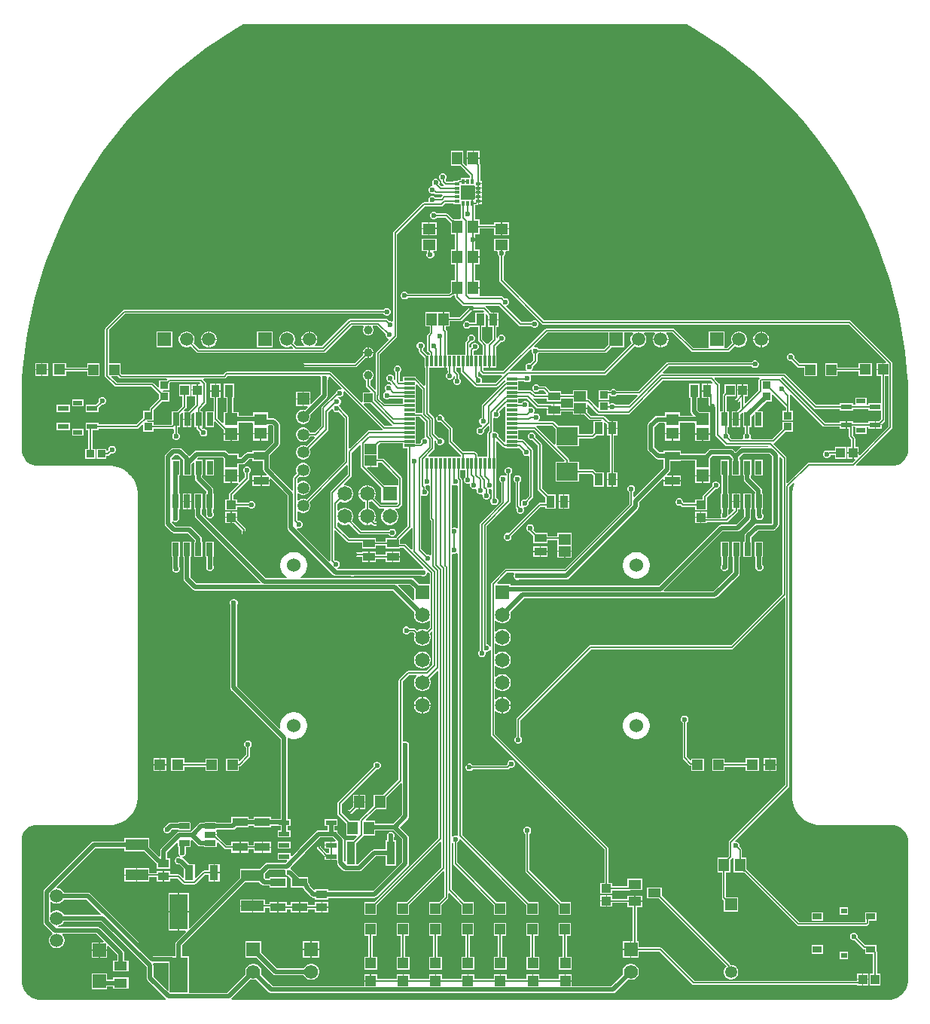
<source format=gtl>
G04*
G04 #@! TF.GenerationSoftware,Altium Limited,Altium Designer,22.1.2 (22)*
G04*
G04 Layer_Physical_Order=1*
G04 Layer_Color=255*
%FSLAX44Y44*%
%MOMM*%
G71*
G04*
G04 #@! TF.SameCoordinates,E4277ABF-2EF0-4229-B20A-5B57AAE43606*
G04*
G04*
G04 #@! TF.FilePolarity,Positive*
G04*
G01*
G75*
%ADD12C,0.2000*%
%ADD17R,1.2000X0.3000*%
%ADD18R,0.3000X1.2000*%
%ADD19R,1.1500X1.1500*%
%ADD20R,1.2000X1.2000*%
%ADD21R,0.5500X0.3000*%
%ADD22R,0.3000X0.5500*%
%ADD23R,1.1781X1.3562*%
%ADD24R,0.9500X1.3500*%
%ADD25R,1.1000X1.0000*%
%ADD26R,1.4000X1.0000*%
%ADD27R,1.4500X1.1500*%
%ADD28R,1.1500X1.4500*%
%ADD29R,0.9062X0.8549*%
%ADD30R,1.0000X1.1000*%
%ADD31R,1.7000X0.9500*%
%ADD32R,1.4500X1.3000*%
%ADD33R,1.4500X1.3500*%
%ADD34R,0.6500X1.5250*%
%ADD35R,0.6500X1.5000*%
%ADD36R,0.9581X2.6062*%
%ADD37R,1.1500X1.4000*%
%ADD38R,0.9500X1.7000*%
%ADD39R,1.2621X0.9578*%
%ADD40R,2.5000X1.2500*%
G04:AMPARAMS|DCode=41|XSize=0.65mm|YSize=1.2mm|CornerRadius=0.0488mm|HoleSize=0mm|Usage=FLASHONLY|Rotation=270.000|XOffset=0mm|YOffset=0mm|HoleType=Round|Shape=RoundedRectangle|*
%AMROUNDEDRECTD41*
21,1,0.6500,1.1025,0,0,270.0*
21,1,0.5525,1.2000,0,0,270.0*
1,1,0.0975,-0.5513,-0.2763*
1,1,0.0975,-0.5513,0.2763*
1,1,0.0975,0.5513,0.2763*
1,1,0.0975,0.5513,-0.2763*
%
%ADD41ROUNDEDRECTD41*%
G04:AMPARAMS|DCode=42|XSize=0.55mm|YSize=1.25mm|CornerRadius=0.0495mm|HoleSize=0mm|Usage=FLASHONLY|Rotation=270.000|XOffset=0mm|YOffset=0mm|HoleType=Round|Shape=RoundedRectangle|*
%AMROUNDEDRECTD42*
21,1,0.5500,1.1510,0,0,270.0*
21,1,0.4510,1.2500,0,0,270.0*
1,1,0.0990,-0.5755,-0.2255*
1,1,0.0990,-0.5755,0.2255*
1,1,0.0990,0.5755,0.2255*
1,1,0.0990,0.5755,-0.2255*
%
%ADD42ROUNDEDRECTD42*%
%ADD43R,2.0000X4.0000*%
%ADD44R,1.0000X0.7000*%
%ADD45R,0.7000X0.6000*%
%ADD46R,1.3562X1.1781*%
%ADD47R,1.3500X0.9500*%
%ADD48R,1.2500X0.6000*%
%ADD49R,1.0000X0.5000*%
%ADD50R,0.8549X0.9062*%
%ADD51R,2.4000X2.0000*%
%ADD52R,1.2000X1.2000*%
%ADD53R,1.4500X1.0000*%
%ADD54R,1.5000X1.5000*%
%ADD55R,1.1500X1.1500*%
%ADD88C,1.3500*%
%ADD89R,1.3500X1.3500*%
%ADD98C,0.5000*%
%ADD99C,1.5080*%
%ADD100R,1.5080X1.5080*%
%ADD101C,1.5750*%
%ADD102R,1.5750X1.5750*%
%ADD103R,1.6500X1.6500*%
%ADD104C,1.6500*%
%ADD105C,1.5000*%
%ADD106R,1.6500X1.6500*%
%ADD107R,0.9850X0.9850*%
%ADD108C,0.9850*%
%ADD109C,1.5240*%
%ADD110C,0.6000*%
G36*
X257816Y-6848D02*
X275051Y-17721D01*
X291825Y-29290D01*
X308114Y-41536D01*
X323887Y-54438D01*
X339119Y-67975D01*
X353785Y-82123D01*
X367860Y-96859D01*
X381320Y-112159D01*
X394144Y-127997D01*
X406309Y-144345D01*
X417794Y-161178D01*
X428582Y-178466D01*
X438653Y-196182D01*
X447991Y-214294D01*
X456581Y-232773D01*
X464408Y-251589D01*
X471458Y-270708D01*
X477720Y-290100D01*
X483184Y-309732D01*
X487840Y-329571D01*
X491681Y-349583D01*
X494700Y-369737D01*
X496891Y-389996D01*
X497572Y-400162D01*
X497779Y-400931D01*
X497961Y-401167D01*
Y-481000D01*
Y-482671D01*
X497309Y-485947D01*
X496031Y-489034D01*
X494174Y-491812D01*
X491812Y-494174D01*
X489034Y-496031D01*
X485947Y-497309D01*
X482671Y-497961D01*
X440454D01*
X439968Y-496788D01*
X479907Y-456849D01*
X480408Y-456099D01*
X480584Y-455213D01*
Y-383060D01*
X480408Y-382174D01*
X479907Y-381423D01*
X433847Y-335363D01*
X433096Y-334862D01*
X432211Y-334686D01*
X88959D01*
X43314Y-289041D01*
Y-262663D01*
X43419Y-262620D01*
X44620Y-261419D01*
X45270Y-259849D01*
Y-258151D01*
X45145Y-257848D01*
X45850Y-256792D01*
X49520D01*
Y-242752D01*
X32480D01*
Y-256792D01*
X36150D01*
X36855Y-257848D01*
X36730Y-258151D01*
Y-259849D01*
X37380Y-261419D01*
X38581Y-262620D01*
X38686Y-262663D01*
Y-290000D01*
X38862Y-290886D01*
X39363Y-291637D01*
X86363Y-338637D01*
X87114Y-339138D01*
X88000Y-339314D01*
X431252D01*
X473494Y-381556D01*
X473008Y-382730D01*
X470635D01*
Y-390000D01*
X470000D01*
Y-390635D01*
X462730D01*
Y-397270D01*
X467686D01*
Y-427730D01*
X453730D01*
Y-429686D01*
X452368D01*
X451270Y-429270D01*
X451270Y-428416D01*
Y-421730D01*
X438730D01*
X438730Y-429270D01*
X437632Y-429686D01*
X436270D01*
Y-427730D01*
X421230D01*
Y-429686D01*
X394874D01*
X360281Y-395093D01*
X359530Y-394592D01*
X358645Y-394416D01*
X222892D01*
X222407Y-393242D01*
X229334Y-386315D01*
X322337D01*
X322380Y-386419D01*
X323581Y-387620D01*
X325151Y-388270D01*
X326849D01*
X328419Y-387620D01*
X329620Y-386419D01*
X330270Y-384849D01*
Y-383151D01*
X329620Y-381581D01*
X328419Y-380380D01*
X326849Y-379730D01*
X325151D01*
X323581Y-380380D01*
X322380Y-381581D01*
X322337Y-381685D01*
X228375D01*
X227490Y-381862D01*
X226739Y-382363D01*
X195190Y-413912D01*
X170437D01*
X170394Y-413808D01*
X169192Y-412607D01*
X167623Y-411956D01*
X165924D01*
X164355Y-412607D01*
X163154Y-413808D01*
X163111Y-413912D01*
X161801D01*
Y-413230D01*
X150199D01*
Y-424319D01*
X161801D01*
Y-418541D01*
X163111D01*
X163154Y-418645D01*
X164355Y-419846D01*
X165924Y-420496D01*
X167623D01*
X169192Y-419846D01*
X170394Y-418645D01*
X170437Y-418541D01*
X193527D01*
X194013Y-419714D01*
X184268Y-429459D01*
X169437D01*
X169394Y-429355D01*
X168192Y-428154D01*
X166623Y-427504D01*
X164924D01*
X163355Y-428154D01*
X163071Y-428437D01*
X161801Y-427911D01*
Y-425743D01*
X150199D01*
Y-432570D01*
X149026Y-433056D01*
X139614Y-423644D01*
X138863Y-423142D01*
X137978Y-422966D01*
X137426D01*
Y-413230D01*
X121324D01*
Y-417686D01*
X108020D01*
Y-413980D01*
X95253D01*
X90637Y-409363D01*
X89886Y-408862D01*
X89000Y-408685D01*
X83663D01*
X83620Y-408581D01*
X82419Y-407380D01*
X80849Y-406730D01*
X79151D01*
X77581Y-407380D01*
X76380Y-408581D01*
X75730Y-410151D01*
Y-411849D01*
X76380Y-413419D01*
X77581Y-414620D01*
X79151Y-415270D01*
X80849D01*
X82419Y-414620D01*
X83620Y-413419D01*
X83663Y-413315D01*
X88041D01*
X91143Y-416416D01*
X90617Y-417686D01*
X78834D01*
X75012Y-413863D01*
X74261Y-413362D01*
X73375Y-413185D01*
X59770D01*
Y-402854D01*
X66816D01*
X67581Y-403620D01*
X69151Y-404270D01*
X70849D01*
X72419Y-403620D01*
X73620Y-402419D01*
X74270Y-400849D01*
Y-399151D01*
X73620Y-397581D01*
X74149Y-396315D01*
X157000D01*
X157885Y-396138D01*
X158636Y-395637D01*
X190625Y-363647D01*
X191599Y-364209D01*
X193840Y-364810D01*
X196160D01*
X198400Y-364209D01*
X200409Y-363050D01*
X202050Y-361409D01*
X203209Y-359400D01*
X203810Y-357160D01*
Y-354840D01*
X203209Y-352599D01*
X202050Y-350590D01*
X201234Y-349774D01*
X201759Y-348504D01*
X213240D01*
X213766Y-349774D01*
X212950Y-350590D01*
X211790Y-352599D01*
X211190Y-354840D01*
Y-355365D01*
X220000D01*
X228810D01*
Y-354840D01*
X228210Y-352599D01*
X227050Y-350590D01*
X226234Y-349774D01*
X226760Y-348504D01*
X233346D01*
X254478Y-369637D01*
X255229Y-370138D01*
X256115Y-370314D01*
X296022D01*
X296908Y-370138D01*
X297659Y-369637D01*
X303648Y-363647D01*
X304622Y-364209D01*
X306863Y-364810D01*
X309182D01*
X311423Y-364209D01*
X313432Y-363050D01*
X315072Y-361409D01*
X316232Y-359400D01*
X316833Y-357160D01*
Y-354840D01*
X316232Y-352599D01*
X315072Y-350590D01*
X313432Y-348950D01*
X311423Y-347790D01*
X309182Y-347190D01*
X306863D01*
X304622Y-347790D01*
X302613Y-348950D01*
X300973Y-350590D01*
X299813Y-352599D01*
X299213Y-354840D01*
Y-357160D01*
X299813Y-359400D01*
X300375Y-360374D01*
X295064Y-365686D01*
X292740D01*
X291833Y-364810D01*
X291833Y-364416D01*
Y-347190D01*
X274212D01*
Y-364416D01*
X274212Y-364810D01*
X273305Y-365686D01*
X257074D01*
X235941Y-344553D01*
X235191Y-344052D01*
X234305Y-343875D01*
X91476D01*
X90590Y-344052D01*
X89839Y-344553D01*
X42707Y-391685D01*
X21959D01*
X20315Y-390041D01*
Y-387770D01*
X26865D01*
Y-380500D01*
X28135D01*
Y-387770D01*
X35270D01*
Y-373230D01*
X34815D01*
Y-364458D01*
X40046Y-359227D01*
X40151Y-359270D01*
X41849D01*
X43419Y-358620D01*
X44620Y-357419D01*
X45270Y-355849D01*
Y-354151D01*
X44620Y-352581D01*
X43419Y-351380D01*
X41849Y-350730D01*
X40151D01*
X38581Y-351380D01*
X37380Y-352581D01*
X36730Y-354151D01*
Y-354828D01*
X36584Y-354925D01*
X35315Y-354246D01*
Y-342020D01*
X38020D01*
Y-334635D01*
X25980D01*
Y-342020D01*
X30686D01*
Y-356041D01*
X25863Y-360863D01*
X25726Y-361069D01*
X24274Y-361069D01*
X24137Y-360864D01*
X19315Y-356041D01*
Y-342020D01*
X23020D01*
Y-327953D01*
X24193Y-327467D01*
X25980Y-329253D01*
Y-333365D01*
X31365D01*
Y-325980D01*
X29253D01*
X22886Y-319613D01*
X22812Y-319564D01*
X23198Y-318294D01*
X38568D01*
X60911Y-340637D01*
X61661Y-341138D01*
X62547Y-341315D01*
X74337D01*
X74380Y-341419D01*
X75581Y-342620D01*
X77151Y-343270D01*
X78849D01*
X80419Y-342620D01*
X81620Y-341419D01*
X82270Y-339849D01*
Y-338151D01*
X81620Y-336581D01*
X80419Y-335380D01*
X78849Y-334730D01*
X77151D01*
X75581Y-335380D01*
X74380Y-336581D01*
X74337Y-336685D01*
X63506D01*
X46264Y-319443D01*
X46583Y-317966D01*
X47419Y-317620D01*
X48620Y-316419D01*
X49270Y-314849D01*
Y-313151D01*
X48620Y-311581D01*
X47419Y-310380D01*
X45849Y-309730D01*
X44151D01*
X43917Y-309827D01*
X42302Y-308212D01*
X41552Y-307710D01*
X40666Y-307534D01*
X17211D01*
X16248Y-306793D01*
Y-298908D01*
X9228D01*
Y-297638D01*
X16248D01*
Y-289753D01*
X11542D01*
Y-272065D01*
X16248D01*
Y-264180D01*
X9228D01*
Y-262910D01*
X16248D01*
Y-255025D01*
X11542D01*
Y-244228D01*
X11497Y-244000D01*
X11542Y-243772D01*
X11366Y-242887D01*
X11315Y-242809D01*
Y-237793D01*
X16248D01*
Y-231587D01*
X32480D01*
Y-238792D01*
X40365D01*
Y-231772D01*
Y-224753D01*
X32480D01*
Y-226958D01*
X16248D01*
Y-220753D01*
X11542D01*
Y-205478D01*
X11676Y-205314D01*
X12079D01*
X12964Y-205138D01*
X13715Y-204636D01*
X14365Y-203986D01*
Y-201000D01*
X15000D01*
Y-200365D01*
X19020D01*
Y-198770D01*
Y-196635D01*
X10980D01*
Y-197797D01*
X10770Y-198980D01*
X8635D01*
Y-203000D01*
X7365D01*
Y-198980D01*
X-4770D01*
X-4980Y-197797D01*
Y-184203D01*
X-4770Y-183020D01*
X10770D01*
X10980Y-184203D01*
Y-185365D01*
X19020D01*
Y-181635D01*
X15000D01*
Y-180365D01*
X19020D01*
Y-178230D01*
X17315D01*
Y-160000D01*
X17138Y-159114D01*
X16637Y-158364D01*
X16248Y-157975D01*
Y-153363D01*
X9228D01*
X2208D01*
Y-160139D01*
X938Y-160665D01*
X-1753Y-157975D01*
Y-144208D01*
X-15793D01*
Y-161248D01*
X-5026D01*
X363Y-166637D01*
X364Y-166637D01*
X5685Y-171959D01*
Y-174980D01*
X-4770D01*
Y-176685D01*
X-6078D01*
X-6964Y-176862D01*
X-7715Y-177363D01*
X-8581Y-178230D01*
X-13020D01*
Y-178685D01*
X-21041D01*
X-21920Y-177807D01*
Y-176959D01*
X-21380Y-176419D01*
X-20730Y-174849D01*
Y-173151D01*
X-21380Y-171581D01*
X-22581Y-170380D01*
X-24151Y-169730D01*
X-25849D01*
X-27419Y-170380D01*
X-28620Y-171581D01*
X-29270Y-173151D01*
Y-174849D01*
X-28620Y-176419D01*
X-27419Y-177620D01*
X-26549Y-177980D01*
Y-178765D01*
X-26373Y-179651D01*
X-25871Y-180402D01*
X-23858Y-182416D01*
X-24069Y-183275D01*
X-24347Y-183686D01*
X-26959D01*
X-29042Y-181602D01*
X-28730Y-180849D01*
Y-179151D01*
X-29380Y-177581D01*
X-30581Y-176380D01*
X-32151Y-175730D01*
X-33849D01*
X-35419Y-176380D01*
X-36620Y-177581D01*
X-37270Y-179151D01*
Y-180849D01*
X-36620Y-182419D01*
X-36579Y-182460D01*
X-37105Y-183730D01*
X-37849D01*
X-39419Y-184380D01*
X-40620Y-185581D01*
X-41270Y-187151D01*
Y-188849D01*
X-40620Y-190419D01*
X-39419Y-191620D01*
X-37849Y-192270D01*
X-36151D01*
X-35281Y-191910D01*
X-34554Y-192636D01*
X-33804Y-193138D01*
X-32918Y-193314D01*
X-25640D01*
X-25362Y-193725D01*
X-25151Y-194584D01*
X-27252Y-196686D01*
X-33337D01*
X-33380Y-196581D01*
X-34581Y-195380D01*
X-36151Y-194730D01*
X-37849D01*
X-39419Y-195380D01*
X-40620Y-196581D01*
X-41270Y-198151D01*
Y-199849D01*
X-40924Y-200686D01*
X-41743Y-201956D01*
X-46270D01*
X-47156Y-202132D01*
X-47907Y-202633D01*
X-80367Y-235093D01*
X-80868Y-235844D01*
X-81045Y-236730D01*
Y-335257D01*
X-82315Y-336076D01*
X-83151Y-335730D01*
X-84849D01*
X-84954Y-335773D01*
X-87228Y-333498D01*
X-87979Y-332997D01*
X-88865Y-332821D01*
X-129352D01*
X-130237Y-332997D01*
X-130988Y-333498D01*
X-160985Y-363495D01*
X-168218D01*
X-168744Y-362225D01*
X-167928Y-361409D01*
X-166768Y-359400D01*
X-166168Y-357160D01*
Y-356635D01*
X-174978D01*
X-183788D01*
Y-357160D01*
X-183187Y-359400D01*
X-182027Y-361409D01*
X-181211Y-362225D01*
X-181737Y-363495D01*
X-189209D01*
X-192330Y-360374D01*
X-191768Y-359400D01*
X-191167Y-357160D01*
Y-354840D01*
X-191768Y-352599D01*
X-192928Y-350590D01*
X-194568Y-348950D01*
X-196577Y-347790D01*
X-198818Y-347190D01*
X-201137D01*
X-203378Y-347790D01*
X-205387Y-348950D01*
X-207027Y-350590D01*
X-208187Y-352599D01*
X-208787Y-354840D01*
Y-357160D01*
X-208187Y-359400D01*
X-207027Y-361409D01*
X-205387Y-363050D01*
X-203378Y-364209D01*
X-201137Y-364810D01*
X-198818D01*
X-196577Y-364209D01*
X-195603Y-363647D01*
X-193658Y-365592D01*
X-194144Y-366765D01*
X-298962D01*
X-305353Y-360374D01*
X-304791Y-359400D01*
X-304190Y-357160D01*
Y-354840D01*
X-304791Y-352599D01*
X-305951Y-350590D01*
X-307591Y-348950D01*
X-309600Y-347790D01*
X-311840Y-347190D01*
X-314160D01*
X-316401Y-347790D01*
X-318410Y-348950D01*
X-320050Y-350590D01*
X-321210Y-352599D01*
X-321810Y-354840D01*
Y-357160D01*
X-321210Y-359400D01*
X-320050Y-361409D01*
X-318410Y-363050D01*
X-316401Y-364209D01*
X-314160Y-364810D01*
X-311840D01*
X-309600Y-364209D01*
X-308626Y-363647D01*
X-301557Y-370716D01*
X-300806Y-371218D01*
X-299920Y-371394D01*
X-158672D01*
X-157786Y-371218D01*
X-157035Y-370716D01*
X-127038Y-340719D01*
X-114540D01*
X-114054Y-341893D01*
X-114252Y-342091D01*
X-115195Y-344368D01*
Y-346832D01*
X-114252Y-349109D01*
X-112509Y-350852D01*
X-110232Y-351795D01*
X-107768D01*
X-105491Y-350852D01*
X-103748Y-349109D01*
X-102805Y-346832D01*
Y-344368D01*
X-103748Y-342091D01*
X-103946Y-341893D01*
X-103460Y-340719D01*
X-98554D01*
X-89227Y-350046D01*
X-89270Y-350151D01*
Y-351849D01*
X-88620Y-353419D01*
X-87419Y-354620D01*
X-86583Y-354966D01*
X-86264Y-356443D01*
X-99860Y-370039D01*
X-100361Y-370790D01*
X-100537Y-371676D01*
Y-412096D01*
X-101711Y-412582D01*
X-106686Y-407607D01*
Y-402147D01*
X-105491Y-401652D01*
X-103748Y-399909D01*
X-102805Y-397632D01*
Y-395168D01*
X-103748Y-392891D01*
X-105491Y-391148D01*
X-107768Y-390205D01*
X-110232D01*
X-112509Y-391148D01*
X-114252Y-392891D01*
X-115195Y-395168D01*
Y-397632D01*
X-114252Y-399909D01*
X-112509Y-401652D01*
X-111315Y-402147D01*
Y-408565D01*
X-111138Y-409451D01*
X-110637Y-410202D01*
X-106407Y-414432D01*
X-106893Y-415605D01*
X-115195D01*
Y-426283D01*
X-116465Y-426809D01*
X-150181Y-393093D01*
X-150931Y-392592D01*
X-151817Y-392416D01*
X-267809D01*
X-268694Y-392592D01*
X-269445Y-393093D01*
X-271866Y-395514D01*
X-385940D01*
X-387457Y-393997D01*
Y-383230D01*
X-400183D01*
Y-345456D01*
X-382041Y-327314D01*
X-91663D01*
X-91620Y-327419D01*
X-90419Y-328620D01*
X-88849Y-329270D01*
X-87151D01*
X-85581Y-328620D01*
X-84380Y-327419D01*
X-83730Y-325849D01*
Y-324151D01*
X-84380Y-322581D01*
X-85581Y-321380D01*
X-87151Y-320730D01*
X-88849D01*
X-90419Y-321380D01*
X-91620Y-322581D01*
X-91663Y-322686D01*
X-383000D01*
X-383886Y-322862D01*
X-384637Y-323363D01*
X-404134Y-342861D01*
X-404636Y-343612D01*
X-404812Y-344497D01*
Y-396940D01*
X-404636Y-397826D01*
X-404134Y-398577D01*
X-394113Y-408598D01*
X-393362Y-409100D01*
X-392476Y-409276D01*
X-352510D01*
X-343801Y-417985D01*
Y-422785D01*
X-354105Y-433089D01*
X-354607Y-433840D01*
X-354783Y-434726D01*
Y-436230D01*
X-361801D01*
Y-444046D01*
X-369441Y-451686D01*
X-411699D01*
Y-449730D01*
X-426739D01*
Y-458270D01*
X-423571D01*
Y-478972D01*
X-426801D01*
Y-490574D01*
X-415712D01*
Y-478972D01*
X-418942D01*
Y-458270D01*
X-411699D01*
Y-456315D01*
X-368482D01*
X-367596Y-456138D01*
X-366845Y-455637D01*
X-362974Y-451766D01*
X-361801Y-452252D01*
Y-459832D01*
X-350199D01*
Y-456602D01*
X-329083D01*
X-328585Y-456503D01*
X-327559Y-457104D01*
X-327314Y-457364D01*
Y-461337D01*
X-327419Y-461380D01*
X-328620Y-462581D01*
X-329270Y-464151D01*
Y-465849D01*
X-328620Y-467419D01*
X-327419Y-468620D01*
X-325849Y-469270D01*
X-324151D01*
X-322581Y-468620D01*
X-321380Y-467419D01*
X-320730Y-465849D01*
Y-464151D01*
X-321380Y-462581D01*
X-322581Y-461380D01*
X-322686Y-461337D01*
Y-454775D01*
X-320530D01*
Y-440258D01*
X-318140Y-437868D01*
X-316870Y-438394D01*
Y-445245D01*
X-312985D01*
Y-436985D01*
X-315461D01*
X-315987Y-435715D01*
X-313614Y-433341D01*
X-313112Y-432591D01*
X-312936Y-431705D01*
Y-419770D01*
X-308980D01*
Y-406230D01*
X-321520D01*
Y-419770D01*
X-317565D01*
Y-430746D01*
X-323803Y-436985D01*
X-329570D01*
Y-451502D01*
X-330042Y-451973D01*
X-350199D01*
Y-448743D01*
X-356932D01*
X-357611Y-447473D01*
X-357508Y-447319D01*
X-350199D01*
Y-438724D01*
X-350154Y-438500D01*
Y-435684D01*
X-340271Y-425801D01*
X-332199D01*
Y-414712D01*
X-339508D01*
X-339611Y-414558D01*
X-338932Y-413288D01*
X-332199D01*
Y-405216D01*
X-331298Y-404314D01*
X-298134D01*
X-297575Y-405013D01*
X-298112Y-406230D01*
X-300615D01*
Y-413000D01*
X-301250D01*
Y-413635D01*
X-307520D01*
Y-419770D01*
X-303565D01*
Y-429446D01*
X-311103Y-436985D01*
X-311715D01*
Y-445245D01*
X-307830D01*
Y-440258D01*
X-305440Y-437868D01*
X-304170Y-438394D01*
Y-454775D01*
X-301964D01*
Y-455350D01*
X-301788Y-456236D01*
X-301287Y-456987D01*
X-298227Y-460046D01*
X-298270Y-460151D01*
Y-461849D01*
X-297620Y-463419D01*
X-296419Y-464620D01*
X-294849Y-465270D01*
X-293151D01*
X-291581Y-464620D01*
X-290380Y-463419D01*
X-289730Y-461849D01*
Y-460151D01*
X-290380Y-458581D01*
X-291581Y-457380D01*
X-293151Y-456730D01*
X-294849D01*
X-294938Y-456767D01*
X-295772Y-455933D01*
X-295293Y-454775D01*
X-295130D01*
Y-436985D01*
X-297335D01*
Y-434388D01*
X-291363Y-428416D01*
X-290862Y-427665D01*
X-290686Y-426779D01*
Y-406000D01*
X-290862Y-405114D01*
X-291363Y-404363D01*
X-294314Y-401413D01*
X-293788Y-400143D01*
X-270907D01*
X-270022Y-399967D01*
X-269271Y-399465D01*
X-266850Y-397044D01*
X-162743D01*
X-161924Y-398315D01*
X-162270Y-399151D01*
Y-400849D01*
X-161844Y-401878D01*
Y-417407D01*
X-172807Y-428371D01*
X-173980Y-427884D01*
Y-423635D01*
X-181365D01*
Y-431020D01*
X-177116D01*
X-176630Y-432193D01*
X-179739Y-435303D01*
X-180944Y-434980D01*
X-183056D01*
X-185096Y-435526D01*
X-186925Y-436582D01*
X-188418Y-438075D01*
X-189474Y-439904D01*
X-190020Y-441944D01*
Y-444056D01*
X-189474Y-446096D01*
X-188418Y-447924D01*
X-186925Y-449417D01*
X-185096Y-450473D01*
X-183056Y-451020D01*
X-180944D01*
X-178905Y-450473D01*
X-177076Y-449417D01*
X-175583Y-447924D01*
X-174527Y-446096D01*
X-173980Y-444056D01*
Y-441944D01*
X-174303Y-440739D01*
X-155282Y-421718D01*
X-155282Y-421718D01*
X-154449Y-420471D01*
X-154156Y-419000D01*
X-154156Y-418999D01*
Y-401878D01*
X-153730Y-400849D01*
Y-399151D01*
X-153792Y-399001D01*
X-153009Y-397722D01*
X-152174Y-397646D01*
X-138628Y-411192D01*
X-139348Y-412269D01*
X-139799Y-412082D01*
X-141498D01*
X-143067Y-412732D01*
X-144268Y-413933D01*
X-144918Y-415502D01*
Y-415960D01*
X-145565Y-416088D01*
X-146316Y-416590D01*
X-160907Y-431180D01*
X-161408Y-431931D01*
X-161584Y-432817D01*
Y-453311D01*
X-168958Y-460685D01*
X-174317D01*
X-174527Y-459904D01*
X-175583Y-458075D01*
X-177076Y-456582D01*
X-178905Y-455526D01*
X-180944Y-454980D01*
X-183056D01*
X-185096Y-455526D01*
X-186925Y-456582D01*
X-188418Y-458075D01*
X-189474Y-459904D01*
X-190020Y-461944D01*
Y-464056D01*
X-189474Y-466095D01*
X-188418Y-467924D01*
X-186925Y-469417D01*
X-185096Y-470473D01*
X-183056Y-471020D01*
X-180944D01*
X-178905Y-470473D01*
X-177076Y-469417D01*
X-175583Y-467924D01*
X-174527Y-466095D01*
X-174317Y-465314D01*
X-169384D01*
X-168858Y-466584D01*
X-178204Y-475931D01*
X-178905Y-475526D01*
X-180944Y-474980D01*
X-183056D01*
X-185096Y-475526D01*
X-186925Y-476582D01*
X-188418Y-478075D01*
X-189474Y-479904D01*
X-190020Y-481944D01*
Y-484056D01*
X-189474Y-486095D01*
X-188418Y-487924D01*
X-186925Y-489417D01*
X-185096Y-490473D01*
X-183056Y-491020D01*
X-180944D01*
X-178905Y-490473D01*
X-177076Y-489417D01*
X-175583Y-487924D01*
X-174527Y-486095D01*
X-173980Y-484056D01*
Y-481944D01*
X-174527Y-479904D01*
X-174931Y-479204D01*
X-154363Y-458636D01*
X-153862Y-457885D01*
X-153686Y-457000D01*
Y-437959D01*
X-149540Y-433813D01*
X-148270Y-434339D01*
Y-434849D01*
X-147620Y-436419D01*
X-146419Y-437620D01*
X-144849Y-438270D01*
X-143151D01*
X-142339Y-437934D01*
X-135315Y-444959D01*
Y-493041D01*
X-178204Y-535931D01*
X-178905Y-535527D01*
X-180944Y-534980D01*
X-183056D01*
X-185096Y-535527D01*
X-186925Y-536583D01*
X-187436Y-537094D01*
X-188706Y-536568D01*
Y-529433D01*
X-187436Y-528907D01*
X-186925Y-529418D01*
X-185096Y-530474D01*
X-183056Y-531020D01*
X-180944D01*
X-178905Y-530474D01*
X-177076Y-529418D01*
X-175583Y-527925D01*
X-174527Y-526096D01*
X-173980Y-524056D01*
Y-521944D01*
X-174527Y-519905D01*
X-175583Y-518076D01*
X-177076Y-516583D01*
X-178905Y-515527D01*
X-180944Y-514980D01*
X-183056D01*
X-185096Y-515527D01*
X-186925Y-516583D01*
X-187436Y-517094D01*
X-188706Y-516568D01*
Y-512978D01*
X-185796Y-510069D01*
X-185096Y-510473D01*
X-183056Y-511020D01*
X-180944D01*
X-178905Y-510473D01*
X-177076Y-509417D01*
X-175583Y-507924D01*
X-174527Y-506095D01*
X-173980Y-504056D01*
Y-501944D01*
X-174527Y-499904D01*
X-175583Y-498075D01*
X-177076Y-496582D01*
X-178905Y-495526D01*
X-180944Y-494980D01*
X-183056D01*
X-185096Y-495526D01*
X-186925Y-496582D01*
X-188418Y-498075D01*
X-189474Y-499904D01*
X-190020Y-501944D01*
Y-504056D01*
X-189474Y-506095D01*
X-189069Y-506796D01*
X-192657Y-510383D01*
X-193158Y-511134D01*
X-193335Y-512020D01*
Y-525238D01*
X-194508Y-525724D01*
X-219406Y-500826D01*
Y-489250D01*
X-219480Y-488878D01*
Y-486416D01*
X-209282Y-476218D01*
X-209282Y-476218D01*
X-208449Y-474971D01*
X-208156Y-473500D01*
X-208156Y-473500D01*
Y-451929D01*
X-208156Y-451929D01*
X-208449Y-450458D01*
X-209282Y-449211D01*
X-212532Y-445961D01*
X-213779Y-445128D01*
X-215250Y-444835D01*
X-215250Y-444835D01*
X-221480D01*
Y-438230D01*
X-238520D01*
Y-442031D01*
X-254480D01*
Y-437730D01*
X-260406D01*
Y-422020D01*
X-259480D01*
Y-405980D01*
X-271520D01*
Y-422020D01*
X-268094D01*
Y-437730D01*
X-271520D01*
Y-449508D01*
X-272693Y-449994D01*
X-278185Y-444502D01*
Y-422020D01*
X-274480D01*
Y-414635D01*
X-286520D01*
Y-422020D01*
X-282814D01*
Y-436985D01*
X-291470D01*
Y-454775D01*
X-282430D01*
Y-448600D01*
X-281160Y-448073D01*
X-271520Y-457714D01*
Y-461615D01*
X-263000D01*
X-254480D01*
Y-455040D01*
X-254480Y-454230D01*
X-254480D01*
Y-453770D01*
X-254480D01*
Y-449719D01*
X-239418D01*
X-238520Y-450617D01*
X-238520Y-453770D01*
X-238520Y-455040D01*
Y-461365D01*
X-230000D01*
X-221480D01*
Y-455040D01*
X-221480Y-454230D01*
Y-453421D01*
X-220582Y-452523D01*
X-216842D01*
X-215844Y-453521D01*
Y-471908D01*
X-224916Y-480980D01*
X-239020D01*
Y-483031D01*
X-244500D01*
X-244500Y-483031D01*
X-245971Y-483324D01*
X-247218Y-484157D01*
X-247218Y-484157D01*
X-251967Y-488906D01*
X-254480D01*
Y-484730D01*
X-265513D01*
X-267961Y-482282D01*
X-269208Y-481449D01*
X-270679Y-481156D01*
X-270679Y-481156D01*
X-301605D01*
X-301605Y-481156D01*
X-303076Y-481449D01*
X-304323Y-482282D01*
X-309144Y-487103D01*
X-310701Y-486863D01*
X-318282Y-479282D01*
X-319529Y-478449D01*
X-321000Y-478156D01*
X-321000Y-478156D01*
X-328000D01*
X-328000Y-478156D01*
X-329471Y-478449D01*
X-330718Y-479282D01*
X-330718Y-479282D01*
X-336718Y-485282D01*
X-337551Y-486529D01*
X-337844Y-488000D01*
X-337844Y-488000D01*
Y-563000D01*
X-337844Y-563000D01*
X-337551Y-564471D01*
X-336718Y-565718D01*
X-329718Y-572718D01*
X-329718Y-572718D01*
X-328471Y-573551D01*
X-327000Y-573844D01*
X-327000Y-573844D01*
X-311592D01*
X-303744Y-581692D01*
Y-583230D01*
X-304420D01*
Y-600770D01*
X-295380D01*
Y-583230D01*
X-296056D01*
Y-580100D01*
X-296056Y-580100D01*
X-296349Y-578629D01*
X-297182Y-577382D01*
X-297182Y-577382D01*
X-307282Y-567282D01*
X-308529Y-566449D01*
X-310000Y-566156D01*
X-310000Y-566156D01*
X-325408D01*
X-329712Y-561852D01*
X-329620Y-561215D01*
X-328855Y-560836D01*
X-328260Y-560686D01*
X-326849Y-561270D01*
X-325151D01*
X-323581Y-560620D01*
X-322380Y-559419D01*
X-321730Y-557849D01*
Y-557407D01*
X-321456Y-556029D01*
X-321456Y-556029D01*
Y-546770D01*
X-320780D01*
Y-529230D01*
X-321331D01*
Y-509015D01*
X-320530D01*
Y-491225D01*
X-329570D01*
X-330156Y-490198D01*
Y-489592D01*
X-326408Y-485844D01*
X-322592D01*
X-316944Y-491492D01*
Y-494995D01*
X-316944Y-494995D01*
X-316870Y-495366D01*
Y-509015D01*
X-307830D01*
Y-496661D01*
X-305343Y-494174D01*
X-304170Y-494660D01*
Y-509015D01*
X-303494D01*
Y-512350D01*
X-303494Y-512350D01*
X-303201Y-513821D01*
X-302368Y-515068D01*
X-290844Y-526592D01*
Y-529230D01*
X-291720D01*
Y-546770D01*
X-290944D01*
Y-551363D01*
X-291270Y-552151D01*
Y-553849D01*
X-290620Y-555419D01*
X-289419Y-556620D01*
X-287849Y-557270D01*
X-286151D01*
X-284581Y-556620D01*
X-283380Y-555419D01*
X-282730Y-553849D01*
Y-552151D01*
X-283256Y-550881D01*
Y-546770D01*
X-282680D01*
Y-529230D01*
X-283156D01*
Y-525000D01*
X-283156Y-525000D01*
X-283449Y-523529D01*
X-284282Y-522282D01*
X-284282Y-522282D01*
X-295806Y-510758D01*
Y-509015D01*
X-295130D01*
Y-491225D01*
X-300735D01*
X-301221Y-490052D01*
X-300013Y-488844D01*
X-272479D01*
X-271520Y-489803D01*
Y-499960D01*
X-271520Y-500770D01*
X-271520Y-502040D01*
Y-508615D01*
X-263000D01*
X-254480D01*
Y-502040D01*
X-254480Y-501230D01*
X-254480Y-499960D01*
Y-496594D01*
X-250375D01*
X-250375Y-496594D01*
X-248904Y-496301D01*
X-247657Y-495468D01*
X-242908Y-490719D01*
X-239020D01*
Y-493020D01*
X-227094D01*
Y-502418D01*
X-227094Y-502418D01*
X-226801Y-503889D01*
X-225968Y-505136D01*
X-223298Y-507806D01*
X-223784Y-508980D01*
X-228615D01*
Y-514365D01*
X-219480D01*
Y-513284D01*
X-218307Y-512798D01*
X-199634Y-531470D01*
Y-567784D01*
X-199634Y-567784D01*
X-199342Y-569255D01*
X-198508Y-570502D01*
X-148292Y-620718D01*
X-147045Y-621551D01*
X-145574Y-621844D01*
X-145574Y-621844D01*
X-128137D01*
X-127109Y-622270D01*
X-125410D01*
X-124381Y-621844D01*
X-48878D01*
X-47849Y-622270D01*
X-46151D01*
X-44581Y-621620D01*
X-43380Y-620419D01*
X-42730Y-618849D01*
Y-618339D01*
X-41460Y-617813D01*
X-39794Y-619479D01*
Y-630680D01*
X-52084D01*
X-57482Y-625282D01*
X-58729Y-624449D01*
X-60200Y-624156D01*
X-60200Y-624156D01*
X-184401D01*
X-184786Y-622886D01*
X-182938Y-621651D01*
X-180849Y-619562D01*
X-179207Y-617105D01*
X-178076Y-614375D01*
X-177500Y-611477D01*
Y-608522D01*
X-178076Y-605625D01*
X-179207Y-602895D01*
X-180849Y-600438D01*
X-182938Y-598349D01*
X-185395Y-596707D01*
X-188125Y-595576D01*
X-191023Y-595000D01*
X-193977D01*
X-196875Y-595576D01*
X-199605Y-596707D01*
X-202062Y-598349D01*
X-204151Y-600438D01*
X-205793Y-602895D01*
X-206924Y-605625D01*
X-207500Y-608522D01*
Y-611477D01*
X-206924Y-614375D01*
X-205793Y-617105D01*
X-204151Y-619562D01*
X-202062Y-621651D01*
X-200214Y-622886D01*
X-200599Y-624156D01*
X-224408D01*
X-296056Y-552508D01*
Y-546770D01*
X-295380D01*
Y-529230D01*
X-304420D01*
Y-546770D01*
X-303744D01*
Y-554100D01*
X-303744Y-554100D01*
X-303451Y-555571D01*
X-302618Y-556818D01*
X-230183Y-629253D01*
X-230669Y-630426D01*
X-302138D01*
X-308756Y-623808D01*
Y-600770D01*
X-308080D01*
Y-583230D01*
X-317120D01*
Y-600770D01*
X-316444D01*
Y-625400D01*
X-316444Y-625400D01*
X-316151Y-626871D01*
X-315318Y-628118D01*
X-306448Y-636988D01*
X-306448Y-636988D01*
X-305201Y-637821D01*
X-303730Y-638114D01*
X-303730Y-638114D01*
X-80922D01*
X-56922Y-662114D01*
X-57520Y-664347D01*
Y-666853D01*
X-56871Y-669275D01*
X-55618Y-671445D01*
X-53845Y-673218D01*
X-51674Y-674471D01*
X-49253Y-675120D01*
X-46747D01*
X-44325Y-674471D01*
X-42155Y-673218D01*
X-41065Y-672128D01*
X-39794Y-672654D01*
Y-679521D01*
X-43106Y-682833D01*
X-44325Y-682129D01*
X-46747Y-681480D01*
X-49253D01*
X-51674Y-682129D01*
X-53807Y-683360D01*
X-55804Y-681363D01*
X-56555Y-680862D01*
X-57441Y-680686D01*
X-62337D01*
X-62380Y-680581D01*
X-63581Y-679380D01*
X-65151Y-678730D01*
X-66849D01*
X-68419Y-679380D01*
X-69620Y-680581D01*
X-70270Y-682151D01*
Y-683849D01*
X-69620Y-685419D01*
X-68419Y-686620D01*
X-66849Y-687270D01*
X-65151D01*
X-63581Y-686620D01*
X-62380Y-685419D01*
X-62337Y-685314D01*
X-58399D01*
X-56694Y-687019D01*
X-56871Y-687325D01*
X-57520Y-689747D01*
Y-692253D01*
X-56871Y-694675D01*
X-55618Y-696845D01*
X-53845Y-698618D01*
X-51674Y-699871D01*
X-49253Y-700520D01*
X-46747D01*
X-44325Y-699871D01*
X-42155Y-698618D01*
X-40382Y-696845D01*
X-39129Y-694675D01*
X-38480Y-692253D01*
Y-689747D01*
X-39129Y-687325D01*
X-39833Y-686106D01*
X-37698Y-683971D01*
X-36525Y-684457D01*
Y-721251D01*
X-43959Y-728686D01*
X-64000D01*
X-64886Y-728862D01*
X-65637Y-729363D01*
X-73907Y-737633D01*
X-74408Y-738384D01*
X-74584Y-739270D01*
Y-850561D01*
X-91753Y-867730D01*
X-102520D01*
Y-879966D01*
X-103115Y-880363D01*
X-117947Y-895195D01*
X-118314Y-895745D01*
X-119271Y-896502D01*
X-130038D01*
X-138686Y-887855D01*
Y-877959D01*
X-99954Y-839227D01*
X-99849Y-839270D01*
X-98151D01*
X-96581Y-838620D01*
X-95380Y-837419D01*
X-94730Y-835849D01*
Y-834151D01*
X-95380Y-832581D01*
X-96581Y-831380D01*
X-98151Y-830730D01*
X-99849D01*
X-101419Y-831380D01*
X-102620Y-832581D01*
X-103270Y-834151D01*
Y-835849D01*
X-103227Y-835954D01*
X-142637Y-875363D01*
X-143138Y-876114D01*
X-143315Y-877000D01*
Y-888813D01*
X-143138Y-889699D01*
X-142637Y-890450D01*
X-133311Y-899775D01*
Y-913542D01*
X-121985D01*
X-121499Y-914716D01*
X-125483Y-918699D01*
X-134331D01*
Y-942144D01*
X-135601Y-942774D01*
X-136085Y-942405D01*
Y-918971D01*
X-136378Y-917500D01*
X-137211Y-916253D01*
X-137211Y-916253D01*
X-143195Y-910269D01*
Y-909395D01*
X-143333Y-908707D01*
X-143723Y-908123D01*
X-144306Y-907733D01*
X-144995Y-907596D01*
X-146906D01*
Y-903005D01*
X-144995D01*
X-144306Y-902868D01*
X-143723Y-902478D01*
X-143333Y-901894D01*
X-143195Y-901205D01*
Y-896695D01*
X-143333Y-896006D01*
X-143723Y-895423D01*
X-144306Y-895033D01*
X-144995Y-894896D01*
X-156505D01*
X-157194Y-895033D01*
X-157778Y-895423D01*
X-158168Y-896006D01*
X-158305Y-896695D01*
Y-901205D01*
X-158168Y-901894D01*
X-157778Y-902478D01*
X-157194Y-902868D01*
X-156505Y-903005D01*
X-154594D01*
Y-907596D01*
X-156505D01*
X-157194Y-907733D01*
X-157304Y-907806D01*
X-164500D01*
X-165971Y-908099D01*
X-167218Y-908932D01*
X-167218Y-908932D01*
X-185042Y-926756D01*
X-185875Y-928003D01*
X-185944Y-928350D01*
X-194522Y-936928D01*
X-195695Y-936442D01*
Y-934795D01*
X-195832Y-934107D01*
X-196222Y-933523D01*
X-196806Y-933133D01*
X-197495Y-932996D01*
X-209005D01*
X-209694Y-933133D01*
X-210277Y-933523D01*
X-210667Y-934107D01*
X-210804Y-934795D01*
Y-939305D01*
X-210667Y-939994D01*
X-210277Y-940578D01*
X-209694Y-940968D01*
X-209005Y-941105D01*
X-200358D01*
X-199872Y-942278D01*
X-201740Y-944146D01*
X-221929D01*
X-221929Y-944146D01*
X-223400Y-944438D01*
X-224647Y-945272D01*
X-224647Y-945272D01*
X-230666Y-951291D01*
X-252770D01*
Y-960895D01*
X-309557Y-1017682D01*
X-310730Y-1017196D01*
Y-1000035D01*
X-321365D01*
Y-1020670D01*
X-314205D01*
X-313718Y-1021843D01*
X-324718Y-1032843D01*
X-325551Y-1034090D01*
X-325844Y-1035561D01*
X-325844Y-1035561D01*
Y-1049130D01*
X-329128D01*
X-329500Y-1049056D01*
X-329500Y-1049056D01*
X-350640D01*
X-420915Y-978782D01*
X-422162Y-977949D01*
X-423633Y-977656D01*
X-423633Y-977656D01*
X-451092D01*
X-451982Y-976115D01*
X-453615Y-974482D01*
X-455615Y-973328D01*
X-457845Y-972730D01*
X-458936D01*
X-459462Y-971460D01*
X-415846Y-927844D01*
X-382770D01*
Y-931520D01*
X-360666D01*
X-346839Y-945347D01*
X-346581Y-945520D01*
Y-950976D01*
X-331419D01*
Y-938859D01*
X-335156D01*
Y-932546D01*
X-324228Y-921618D01*
X-323054Y-922104D01*
Y-924763D01*
X-322918Y-925448D01*
X-322530Y-926030D01*
X-321948Y-926418D01*
X-321844Y-926439D01*
Y-931122D01*
X-322270Y-932151D01*
Y-933849D01*
X-321620Y-935419D01*
X-320653Y-936385D01*
X-320628Y-937457D01*
X-320729Y-937866D01*
X-320770Y-937888D01*
X-321151Y-937730D01*
X-322849D01*
X-324419Y-938380D01*
X-325620Y-939581D01*
X-326270Y-941151D01*
Y-942849D01*
X-325620Y-944419D01*
X-324419Y-945620D01*
X-322849Y-946270D01*
X-321151D01*
X-320808Y-946128D01*
X-316020Y-950916D01*
Y-960788D01*
X-317193Y-961274D01*
X-320642Y-957825D01*
X-321393Y-957323D01*
X-322279Y-957147D01*
X-331419D01*
Y-953402D01*
X-338365D01*
Y-959461D01*
Y-965520D01*
X-331419D01*
Y-961776D01*
X-323238D01*
X-317357Y-967656D01*
X-316606Y-968158D01*
X-315720Y-968334D01*
X-304310D01*
X-303424Y-968158D01*
X-302673Y-967656D01*
X-292581Y-957564D01*
X-288020D01*
Y-965020D01*
X-282635D01*
Y-955250D01*
Y-945480D01*
X-288020D01*
Y-952935D01*
X-293540D01*
X-294425Y-953111D01*
X-295176Y-953613D01*
X-302807Y-961244D01*
X-303980Y-960758D01*
Y-945480D01*
X-310584D01*
X-316590Y-939473D01*
X-317838Y-938640D01*
X-318311Y-938546D01*
X-318340Y-938540D01*
X-318256Y-937678D01*
D01*
X-318215Y-937270D01*
X-318080Y-937270D01*
X-317151D01*
X-315581Y-936620D01*
X-314380Y-935419D01*
X-313730Y-933849D01*
Y-932151D01*
X-314156Y-931122D01*
Y-926555D01*
X-310238D01*
X-309552Y-926418D01*
X-308970Y-926030D01*
X-308582Y-925448D01*
X-308446Y-924763D01*
Y-919238D01*
X-307339Y-918387D01*
X-307095Y-918341D01*
X-300718Y-924718D01*
X-300718Y-924718D01*
X-299471Y-925552D01*
X-298000Y-925844D01*
X-298000Y-925844D01*
X-293154D01*
X-293029Y-926030D01*
X-292448Y-926418D01*
X-291762Y-926555D01*
X-280737D01*
X-280052Y-926418D01*
X-279470Y-926030D01*
X-279082Y-925448D01*
X-278946Y-924763D01*
Y-921987D01*
X-277772Y-921501D01*
X-270887Y-928387D01*
X-270136Y-928888D01*
X-269250Y-929064D01*
X-262747D01*
Y-932770D01*
X-253612D01*
Y-926750D01*
Y-920730D01*
X-262747D01*
Y-924436D01*
X-268291D01*
X-278946Y-913781D01*
Y-913135D01*
X-286250D01*
Y-911865D01*
X-278946D01*
Y-909738D01*
X-279082Y-909052D01*
X-279470Y-908471D01*
Y-908062D01*
X-278281Y-906844D01*
X-260977D01*
X-260977Y-906844D01*
X-259506Y-906551D01*
X-258259Y-905718D01*
X-257311Y-904770D01*
X-243207D01*
Y-902594D01*
X-237770D01*
Y-904770D01*
X-218230D01*
Y-902694D01*
X-209954D01*
X-209694Y-902868D01*
X-209005Y-903005D01*
X-207094D01*
Y-907596D01*
X-209005D01*
X-209694Y-907733D01*
X-210277Y-908123D01*
X-210667Y-908707D01*
X-210804Y-909395D01*
Y-913905D01*
X-210667Y-914594D01*
X-210277Y-915178D01*
X-209694Y-915568D01*
X-209005Y-915705D01*
X-197495D01*
X-196806Y-915568D01*
X-196222Y-915178D01*
X-195832Y-914594D01*
X-195695Y-913905D01*
Y-909395D01*
X-195832Y-908707D01*
X-196222Y-908123D01*
X-196806Y-907733D01*
X-197495Y-907596D01*
X-199406D01*
Y-903005D01*
X-197495D01*
X-196806Y-902868D01*
X-196222Y-902478D01*
X-195832Y-901894D01*
X-195695Y-901205D01*
Y-896695D01*
X-195832Y-896006D01*
X-196222Y-895423D01*
X-196806Y-895033D01*
X-197495Y-894896D01*
X-199406D01*
Y-804750D01*
X-198185Y-803881D01*
X-196875Y-804424D01*
X-193977Y-805000D01*
X-191023D01*
X-188125Y-804424D01*
X-185395Y-803293D01*
X-182938Y-801651D01*
X-180849Y-799562D01*
X-179207Y-797105D01*
X-178076Y-794375D01*
X-177500Y-791477D01*
Y-788523D01*
X-178076Y-785625D01*
X-179207Y-782895D01*
X-180849Y-780438D01*
X-182938Y-778349D01*
X-185395Y-776707D01*
X-188125Y-775576D01*
X-191023Y-775000D01*
X-193977D01*
X-196875Y-775576D01*
X-199605Y-776707D01*
X-202062Y-778349D01*
X-204151Y-780438D01*
X-205793Y-782895D01*
X-206924Y-785625D01*
X-207500Y-788523D01*
Y-791477D01*
X-207242Y-792775D01*
X-208412Y-793400D01*
X-256156Y-745657D01*
Y-653878D01*
X-255730Y-652849D01*
Y-651151D01*
X-256380Y-649581D01*
X-257581Y-648380D01*
X-259151Y-647730D01*
X-260849D01*
X-262419Y-648380D01*
X-263620Y-649581D01*
X-264270Y-651151D01*
Y-652849D01*
X-263844Y-653878D01*
Y-747249D01*
X-263844Y-747249D01*
X-263551Y-748720D01*
X-262718Y-749967D01*
X-207094Y-805591D01*
Y-894896D01*
X-209005D01*
X-209561Y-895006D01*
X-218230D01*
Y-892730D01*
X-237770D01*
Y-894906D01*
X-243207D01*
Y-892730D01*
X-262747D01*
Y-899156D01*
X-279346D01*
X-279470Y-898970D01*
X-280052Y-898582D01*
X-280737Y-898446D01*
X-291762D01*
X-292448Y-898582D01*
X-293029Y-898970D01*
X-293154Y-899156D01*
X-296506D01*
X-296506Y-899156D01*
X-297977Y-899449D01*
X-299224Y-900282D01*
X-308004Y-909062D01*
X-308067Y-909156D01*
X-321046D01*
X-322517Y-909449D01*
X-323764Y-910282D01*
X-323764Y-910282D01*
X-341718Y-928236D01*
X-342551Y-929483D01*
X-342844Y-930954D01*
X-342844Y-930954D01*
Y-936811D01*
X-344017Y-937297D01*
X-355230Y-926084D01*
Y-916480D01*
X-382770D01*
Y-920156D01*
X-417438D01*
X-417438Y-920156D01*
X-418909Y-920449D01*
X-420156Y-921282D01*
X-420156Y-921282D01*
X-472988Y-974114D01*
X-473821Y-975361D01*
X-474114Y-976832D01*
X-474114Y-976832D01*
Y-1011168D01*
X-474114Y-1011168D01*
X-473821Y-1012639D01*
X-472988Y-1013886D01*
X-464051Y-1022823D01*
X-463942Y-1024044D01*
X-463948Y-1024230D01*
X-464385Y-1024482D01*
X-466018Y-1026115D01*
X-467172Y-1028115D01*
X-467770Y-1030346D01*
Y-1032655D01*
X-467172Y-1034885D01*
X-466018Y-1036885D01*
X-464385Y-1038518D01*
X-462385Y-1039672D01*
X-460154Y-1040270D01*
X-457845D01*
X-455615Y-1039672D01*
X-453615Y-1038518D01*
X-451982Y-1036885D01*
X-450828Y-1034885D01*
X-450230Y-1032655D01*
Y-1030346D01*
X-450828Y-1028115D01*
X-451982Y-1026115D01*
X-452753Y-1025344D01*
X-452227Y-1024074D01*
X-414530D01*
X-406048Y-1032557D01*
X-406534Y-1033730D01*
X-410365D01*
Y-1041865D01*
X-402230D01*
Y-1038034D01*
X-401057Y-1037548D01*
X-390844Y-1047760D01*
Y-1053980D01*
X-395520D01*
Y-1066520D01*
X-378480D01*
Y-1053980D01*
X-383156D01*
Y-1046168D01*
X-383156Y-1046168D01*
X-383449Y-1044697D01*
X-384282Y-1043450D01*
X-384282Y-1043450D01*
X-410220Y-1017512D01*
X-411467Y-1016679D01*
X-412938Y-1016386D01*
X-412938Y-1016386D01*
X-457105D01*
X-457272Y-1015116D01*
X-455615Y-1014672D01*
X-453615Y-1013518D01*
X-451982Y-1011885D01*
X-451092Y-1010344D01*
X-409092D01*
X-358133Y-1061303D01*
Y-1073442D01*
X-358133Y-1073442D01*
X-357841Y-1074913D01*
X-357007Y-1076160D01*
X-336477Y-1096691D01*
X-336647Y-1097468D01*
X-336960Y-1097961D01*
X-479064D01*
X-483114Y-1097156D01*
X-486929Y-1095575D01*
X-490362Y-1093281D01*
X-493282Y-1090362D01*
X-495575Y-1086929D01*
X-497155Y-1083114D01*
X-497961Y-1079065D01*
Y-1077000D01*
Y-917000D01*
Y-915526D01*
X-497386Y-912636D01*
X-496258Y-909913D01*
X-494621Y-907463D01*
X-492537Y-905379D01*
X-490087Y-903742D01*
X-487364Y-902614D01*
X-484474Y-902039D01*
X-400000D01*
X-399967Y-902032D01*
X-399933Y-902038D01*
X-397971Y-901974D01*
X-397873Y-901951D01*
X-397772Y-901957D01*
X-393881Y-901445D01*
X-393754Y-901402D01*
X-393619Y-901393D01*
X-389829Y-900378D01*
X-389709Y-900318D01*
X-389576Y-900292D01*
X-385951Y-898790D01*
X-385839Y-898715D01*
X-385712Y-898672D01*
X-382313Y-896710D01*
X-382212Y-896621D01*
X-382092Y-896562D01*
X-378978Y-894173D01*
X-378890Y-894072D01*
X-378778Y-893997D01*
X-376003Y-891222D01*
X-375928Y-891110D01*
X-375827Y-891022D01*
X-373438Y-887908D01*
X-373379Y-887788D01*
X-373290Y-887687D01*
X-371328Y-884288D01*
X-371285Y-884161D01*
X-371210Y-884049D01*
X-369708Y-880424D01*
X-369682Y-880292D01*
X-369623Y-880171D01*
X-368607Y-876380D01*
X-368598Y-876246D01*
X-368555Y-876119D01*
X-368043Y-872228D01*
X-368049Y-872127D01*
X-368026Y-872029D01*
X-367962Y-870067D01*
X-367968Y-870033D01*
X-367961Y-870000D01*
X-368005Y-530181D01*
X-368013Y-530144D01*
X-368007Y-530108D01*
X-368078Y-528143D01*
X-368101Y-528045D01*
X-368094Y-527944D01*
X-368620Y-524050D01*
X-368664Y-523923D01*
X-368673Y-523788D01*
X-369702Y-519996D01*
X-369762Y-519876D01*
X-369789Y-519744D01*
X-371304Y-516118D01*
X-371379Y-516007D01*
X-371423Y-515879D01*
X-373399Y-512483D01*
X-373488Y-512382D01*
X-373548Y-512262D01*
X-375950Y-509152D01*
X-376051Y-509063D01*
X-376126Y-508952D01*
X-378914Y-506182D01*
X-379026Y-506108D01*
X-379115Y-506007D01*
X-382240Y-503625D01*
X-382361Y-503566D01*
X-382463Y-503478D01*
X-385872Y-501524D01*
X-385999Y-501481D01*
X-386111Y-501407D01*
X-389747Y-499915D01*
X-389879Y-499889D01*
X-389999Y-499830D01*
X-393798Y-498825D01*
X-393932Y-498817D01*
X-394060Y-498774D01*
X-397957Y-498274D01*
X-398059Y-498280D01*
X-398157Y-498258D01*
X-400122Y-498200D01*
X-400149Y-498204D01*
X-400176Y-498199D01*
X-480985Y-497970D01*
X-480988Y-497971D01*
X-480991Y-497970D01*
X-482662D01*
X-485941Y-497318D01*
X-489029Y-496039D01*
X-491809Y-494182D01*
X-494172Y-491818D01*
X-496030Y-489038D01*
X-497309Y-485950D01*
X-497961Y-482672D01*
Y-481000D01*
X-497961Y-400057D01*
X-497395Y-389954D01*
X-495189Y-369696D01*
X-492154Y-349533D01*
X-488296Y-329512D01*
X-483622Y-309665D01*
X-478140Y-290026D01*
X-471858Y-270629D01*
X-464788Y-251504D01*
X-456941Y-232685D01*
X-448330Y-214202D01*
X-438970Y-196088D01*
X-428876Y-178372D01*
X-418066Y-161084D01*
X-406557Y-144252D01*
X-394370Y-127907D01*
X-381523Y-112074D01*
X-368039Y-96778D01*
X-353940Y-82049D01*
X-339250Y-67909D01*
X-323994Y-54382D01*
X-308197Y-41490D01*
X-291886Y-29256D01*
X-275087Y-17700D01*
X-257829Y-6840D01*
X-249457Y-2039D01*
X249455Y-2039D01*
X257816Y-6848D01*
D02*
G37*
G36*
X-13020Y-203770D02*
X-4980D01*
X-4770Y-204953D01*
Y-207020D01*
X-4315D01*
Y-219835D01*
X-5427Y-220753D01*
X-13299D01*
X-13523Y-220708D01*
X-14064D01*
X-19409Y-215363D01*
X-20160Y-214862D01*
X-21045Y-214685D01*
X-31337D01*
X-31380Y-214581D01*
X-32581Y-213380D01*
X-34151Y-212730D01*
X-35849D01*
X-37419Y-213380D01*
X-38620Y-214581D01*
X-39270Y-216151D01*
Y-217849D01*
X-38620Y-219419D01*
X-37419Y-220620D01*
X-35849Y-221270D01*
X-34151D01*
X-32581Y-220620D01*
X-31380Y-219419D01*
X-31337Y-219314D01*
X-22004D01*
X-16659Y-224659D01*
X-15908Y-225161D01*
X-15793Y-225184D01*
Y-237793D01*
X-11087D01*
Y-255025D01*
X-15793D01*
Y-272065D01*
X-11087D01*
Y-289753D01*
X-15793D01*
Y-302361D01*
X-15908Y-302384D01*
X-16659Y-302886D01*
X-18459Y-304685D01*
X-64337D01*
X-64380Y-304581D01*
X-65581Y-303380D01*
X-67151Y-302730D01*
X-68849D01*
X-70419Y-303380D01*
X-71620Y-304581D01*
X-72270Y-306151D01*
Y-307849D01*
X-71620Y-309419D01*
X-70419Y-310620D01*
X-68849Y-311270D01*
X-67151D01*
X-65581Y-310620D01*
X-64380Y-309419D01*
X-64337Y-309314D01*
X-17500D01*
X-16614Y-309138D01*
X-15863Y-308637D01*
X-14064Y-306837D01*
X-13523D01*
X-13299Y-306793D01*
X-11087D01*
Y-308227D01*
X-10911Y-309113D01*
X-10409Y-309864D01*
X-2657Y-317616D01*
X-1907Y-318118D01*
X-1021Y-318294D01*
X4637D01*
X5163Y-319564D01*
X-6459Y-331185D01*
X-17199D01*
Y-325449D01*
X-23724D01*
Y-333500D01*
X-24994D01*
Y-325449D01*
X-44801D01*
Y-341551D01*
X-39815D01*
Y-348388D01*
X-41907Y-350480D01*
X-42408Y-351231D01*
X-42585Y-352117D01*
Y-368183D01*
X-42408Y-369069D01*
X-41907Y-369819D01*
X-39815Y-371911D01*
Y-373230D01*
X-41997D01*
X-47186Y-368041D01*
Y-366224D01*
X-46380Y-365419D01*
X-45730Y-363849D01*
Y-362151D01*
X-46380Y-360581D01*
X-47581Y-359380D01*
X-49151Y-358730D01*
X-50849D01*
X-52419Y-359380D01*
X-53620Y-360581D01*
X-54270Y-362151D01*
Y-363849D01*
X-53620Y-365419D01*
X-52419Y-366620D01*
X-51814Y-366870D01*
Y-369000D01*
X-51638Y-369886D01*
X-51136Y-370637D01*
X-45270Y-376503D01*
Y-387770D01*
X-44814D01*
Y-407542D01*
X-45988Y-408029D01*
X-54653Y-399364D01*
X-55230Y-398978D01*
Y-397730D01*
X-69770D01*
Y-403185D01*
X-73685D01*
Y-393663D01*
X-73581Y-393620D01*
X-72380Y-392419D01*
X-71730Y-390849D01*
Y-389151D01*
X-72380Y-387581D01*
X-73581Y-386380D01*
X-75151Y-385730D01*
X-76849D01*
X-78419Y-386380D01*
X-79620Y-387581D01*
X-80270Y-389151D01*
Y-390849D01*
X-79620Y-392419D01*
X-78419Y-393620D01*
X-78314Y-393663D01*
Y-400714D01*
X-79584Y-401204D01*
X-79785Y-400983D01*
X-79730Y-400849D01*
Y-399151D01*
X-80380Y-397581D01*
X-81581Y-396380D01*
X-83151Y-395730D01*
X-84849D01*
X-86419Y-396380D01*
X-87620Y-397581D01*
X-88270Y-399151D01*
Y-400849D01*
X-87620Y-402419D01*
X-86419Y-403620D01*
X-84849Y-404270D01*
X-84086D01*
X-83574Y-404781D01*
X-83408Y-405616D01*
X-82907Y-406367D01*
X-82867Y-406406D01*
X-83581Y-407380D01*
X-85151Y-406730D01*
X-86849D01*
X-88419Y-407380D01*
X-89620Y-408581D01*
X-90270Y-410151D01*
Y-411849D01*
X-89620Y-413419D01*
X-89439Y-413600D01*
X-89737Y-415098D01*
X-90419Y-415380D01*
X-91620Y-416581D01*
X-92270Y-418151D01*
Y-419849D01*
X-91620Y-421419D01*
X-90419Y-422620D01*
X-88849Y-423270D01*
X-87151D01*
X-85845Y-422729D01*
X-85418Y-422814D01*
X-69770D01*
Y-428186D01*
X-89994D01*
X-95955Y-422224D01*
Y-419007D01*
X-95908Y-418770D01*
Y-372635D01*
X-77093Y-353820D01*
X-76592Y-353069D01*
X-76416Y-352183D01*
Y-237689D01*
X-45311Y-206584D01*
X-26939D01*
X-26053Y-206408D01*
X-25303Y-205907D01*
X-22710Y-203314D01*
X-13020D01*
Y-203770D01*
D02*
G37*
G36*
X8599Y-323564D02*
X20291D01*
X21533Y-324807D01*
X21047Y-325980D01*
X10980D01*
Y-337435D01*
X5474D01*
X4419Y-336380D01*
X2849Y-335730D01*
X1151D01*
X-419Y-336380D01*
X-1620Y-337581D01*
X-2270Y-339151D01*
Y-340849D01*
X-1620Y-342419D01*
X-419Y-343620D01*
X1151Y-344270D01*
X2849D01*
X4419Y-343620D01*
X5620Y-342419D01*
X5767Y-342064D01*
X13250D01*
X13474Y-342020D01*
X14686D01*
Y-357000D01*
X14862Y-357886D01*
X15364Y-358637D01*
X20186Y-363459D01*
Y-373230D01*
X9815D01*
Y-369526D01*
X10151Y-368352D01*
X11849D01*
X13419Y-367702D01*
X14620Y-366501D01*
X15270Y-364932D01*
Y-363233D01*
X14620Y-361664D01*
X13419Y-360462D01*
X11849Y-359812D01*
X10151D01*
X8581Y-360462D01*
X7380Y-361664D01*
X6730Y-363233D01*
Y-364743D01*
X6014Y-365405D01*
X5603Y-365300D01*
X4814Y-364860D01*
Y-361358D01*
X6902Y-359270D01*
X7849D01*
X9419Y-358620D01*
X10620Y-357419D01*
X11270Y-355849D01*
Y-354151D01*
X10620Y-352581D01*
X9419Y-351380D01*
X7849Y-350730D01*
X6151D01*
X4581Y-351380D01*
X3380Y-352581D01*
X2730Y-354151D01*
Y-355849D01*
X3037Y-356589D01*
X863Y-358763D01*
X362Y-359514D01*
X185Y-360399D01*
Y-373230D01*
X-20185D01*
Y-347404D01*
X-20362Y-346518D01*
X-20863Y-345767D01*
X-22045Y-344586D01*
Y-341551D01*
X-17199D01*
Y-335814D01*
X-5500D01*
X-4614Y-335638D01*
X-3863Y-335136D01*
X7857Y-323416D01*
X8599Y-323564D01*
D02*
G37*
G36*
X161190Y-361537D02*
X156041Y-366685D01*
X82663D01*
X82620Y-366581D01*
X81419Y-365380D01*
X79849Y-364730D01*
X78151D01*
X77902Y-364833D01*
X77182Y-363756D01*
X92435Y-348504D01*
X161190D01*
Y-361537D01*
D02*
G37*
G36*
X74833Y-367902D02*
X74730Y-368151D01*
Y-369849D01*
X75380Y-371419D01*
X76581Y-372620D01*
X76686Y-372663D01*
Y-379041D01*
X72954Y-382773D01*
X72849Y-382730D01*
X71151D01*
X69581Y-383380D01*
X68380Y-384581D01*
X67730Y-386151D01*
Y-387849D01*
X68380Y-389419D01*
X69377Y-390415D01*
X69157Y-391381D01*
X68987Y-391685D01*
X50912D01*
X50427Y-390512D01*
X73756Y-367182D01*
X74833Y-367902D01*
D02*
G37*
G36*
X188766Y-349774D02*
X187950Y-350590D01*
X186790Y-352599D01*
X186190Y-354840D01*
Y-357160D01*
X186790Y-359400D01*
X187352Y-360374D01*
X156041Y-391685D01*
X75012D01*
X74843Y-391381D01*
X74623Y-390415D01*
X75620Y-389419D01*
X76270Y-387849D01*
Y-386151D01*
X76227Y-386046D01*
X80637Y-381637D01*
X81138Y-380886D01*
X81314Y-380000D01*
Y-372663D01*
X81419Y-372620D01*
X82620Y-371419D01*
X82663Y-371315D01*
X157000D01*
X157886Y-371138D01*
X158637Y-370637D01*
X164463Y-364810D01*
X178810D01*
Y-348504D01*
X188240D01*
X188766Y-349774D01*
D02*
G37*
G36*
X16363Y-392637D02*
X19363Y-395637D01*
X20114Y-396138D01*
X21000Y-396315D01*
X41043D01*
X41529Y-397488D01*
X34061Y-404955D01*
X19742D01*
X18924Y-403685D01*
X19270Y-402849D01*
Y-401151D01*
X18620Y-399581D01*
X17419Y-398380D01*
X15849Y-397730D01*
X15183D01*
X15023Y-397491D01*
X14814Y-397282D01*
Y-392604D01*
X16084Y-392219D01*
X16363Y-392637D01*
D02*
G37*
G36*
X-388535Y-399465D02*
X-387785Y-399967D01*
X-386899Y-400143D01*
X-335493D01*
X-335029Y-401231D01*
X-335816Y-402199D01*
X-343801D01*
Y-409780D01*
X-344974Y-410266D01*
X-349915Y-405325D01*
X-350666Y-404823D01*
X-351552Y-404647D01*
X-391518D01*
X-397721Y-398443D01*
X-397235Y-397270D01*
X-390731D01*
X-388535Y-399465D01*
D02*
G37*
G36*
X-92905Y-456916D02*
X-93117Y-457777D01*
X-93394Y-458186D01*
X-108006D01*
X-108892Y-458362D01*
X-109643Y-458863D01*
X-129512Y-478733D01*
X-130686Y-478247D01*
Y-444000D01*
X-130862Y-443114D01*
X-131363Y-442363D01*
X-139730Y-433997D01*
Y-433151D01*
X-140380Y-431581D01*
X-141147Y-430815D01*
X-141443Y-430000D01*
X-141147Y-429185D01*
X-140380Y-428419D01*
X-139730Y-426849D01*
Y-425151D01*
X-140380Y-423581D01*
X-141581Y-422380D01*
X-142236Y-422109D01*
X-142340Y-420691D01*
X-141928Y-420444D01*
X-141498Y-420622D01*
X-139799D01*
X-138230Y-419972D01*
X-137029Y-418770D01*
X-136378Y-417201D01*
Y-415502D01*
X-136565Y-415051D01*
X-135489Y-414332D01*
X-92905Y-456916D01*
D02*
G37*
G36*
X331140Y-400314D02*
X330562Y-400892D01*
X330061Y-401643D01*
X329884Y-402529D01*
Y-412997D01*
X315488Y-427394D01*
X314314Y-426908D01*
Y-419770D01*
X318270D01*
Y-413635D01*
X312000D01*
X305730D01*
Y-419770D01*
X305812D01*
X306298Y-420943D01*
X302363Y-424878D01*
X301862Y-425629D01*
X301686Y-426514D01*
Y-427000D01*
X301862Y-427886D01*
X302363Y-428637D01*
X303114Y-429138D01*
X304000Y-429314D01*
X304886Y-429138D01*
X305637Y-428637D01*
X306138Y-427886D01*
X306197Y-427590D01*
X308512Y-425275D01*
X309685Y-425761D01*
Y-433196D01*
X305897Y-436985D01*
X305285D01*
Y-445245D01*
X309170D01*
Y-440258D01*
X311560Y-437868D01*
X312830Y-438394D01*
Y-454775D01*
X314685D01*
Y-461337D01*
X314581Y-461380D01*
X313380Y-462581D01*
X312730Y-464151D01*
Y-465849D01*
X313076Y-466685D01*
X312257Y-467956D01*
X299229D01*
X297227Y-465954D01*
X297270Y-465849D01*
Y-464151D01*
X296620Y-462581D01*
X295419Y-461380D01*
X295315Y-461337D01*
Y-454775D01*
X296470D01*
Y-436985D01*
X294265D01*
Y-420508D01*
X295003Y-419770D01*
X304270D01*
Y-406230D01*
X291730D01*
Y-416497D01*
X290313Y-417913D01*
X289812Y-418664D01*
X289636Y-419550D01*
Y-436985D01*
X287430D01*
Y-436985D01*
X286315Y-436612D01*
Y-407000D01*
X286138Y-406114D01*
X285637Y-405363D01*
X280491Y-400218D01*
X280977Y-399044D01*
X330614D01*
X331140Y-400314D01*
D02*
G37*
G36*
X-48084Y-412478D02*
Y-438022D01*
X-48495Y-438357D01*
X-49354Y-438814D01*
X-50000Y-438685D01*
X-55230D01*
Y-428270D01*
Y-418270D01*
Y-406992D01*
X-54057Y-406506D01*
X-48084Y-412478D01*
D02*
G37*
G36*
X45230Y-431992D02*
Y-438270D01*
Y-448270D01*
Y-458270D01*
Y-471161D01*
X43960Y-471687D01*
X37227Y-464954D01*
X37270Y-464849D01*
Y-463151D01*
X36620Y-461581D01*
X35419Y-460380D01*
X33849Y-459730D01*
X33089D01*
X32112Y-459578D01*
X31855Y-458557D01*
Y-444552D01*
X33124Y-443845D01*
X34151Y-444270D01*
X35849D01*
X37419Y-443620D01*
X38620Y-442419D01*
X39270Y-440849D01*
Y-439151D01*
X38620Y-437581D01*
X38301Y-437262D01*
X44057Y-431506D01*
X45230Y-431992D01*
D02*
G37*
G36*
X475956Y-454254D02*
X443693Y-486516D01*
X442520Y-486030D01*
Y-484157D01*
X436885D01*
Y-490293D01*
X438258D01*
X438744Y-491466D01*
X435524Y-494686D01*
X386422D01*
X385536Y-494862D01*
X384785Y-495364D01*
X362488Y-517661D01*
X361315Y-517175D01*
Y-489254D01*
X361138Y-488368D01*
X360637Y-487618D01*
X346809Y-473790D01*
X347294Y-472479D01*
X347647Y-472408D01*
X348398Y-471907D01*
X360472Y-459832D01*
X368801D01*
Y-448743D01*
X357199D01*
Y-456559D01*
X345802Y-467956D01*
X321743D01*
X320924Y-466685D01*
X321270Y-465849D01*
Y-464151D01*
X320620Y-462581D01*
X319419Y-461380D01*
X319314Y-461337D01*
Y-454775D01*
X321870D01*
Y-442566D01*
X324357Y-440080D01*
X325530Y-440566D01*
Y-454775D01*
X334570D01*
Y-436985D01*
X329111D01*
X328625Y-435811D01*
X338635Y-425801D01*
X344801D01*
Y-418221D01*
X345974Y-417735D01*
X360686Y-432446D01*
Y-436230D01*
X357199D01*
Y-447319D01*
X368801D01*
Y-436230D01*
X365314D01*
Y-431487D01*
Y-419000D01*
X365183Y-418337D01*
X365784Y-417803D01*
X366230Y-417589D01*
X402278Y-453637D01*
X403029Y-454138D01*
X403915Y-454315D01*
X421230D01*
Y-456270D01*
X428115D01*
Y-452000D01*
Y-447730D01*
X421230D01*
Y-449686D01*
X404874D01*
X355502Y-400314D01*
X356028Y-399044D01*
X357686D01*
X392278Y-433637D01*
X393029Y-434138D01*
X393915Y-434315D01*
X421230D01*
Y-436270D01*
X436270D01*
Y-434315D01*
X453730D01*
Y-436270D01*
X467686D01*
Y-445542D01*
X465497Y-447730D01*
X461885D01*
Y-451365D01*
X468770D01*
Y-451003D01*
X471637Y-448137D01*
X472138Y-447386D01*
X472314Y-446500D01*
Y-397270D01*
X475956D01*
Y-454254D01*
D02*
G37*
G36*
X-82157Y-451916D02*
X-82369Y-452775D01*
X-82647Y-453186D01*
X-90088D01*
X-114009Y-429265D01*
X-113483Y-427995D01*
X-106078D01*
X-82157Y-451916D01*
D02*
G37*
G36*
X278437Y-404710D02*
X277911Y-405980D01*
X273135D01*
Y-414000D01*
Y-422020D01*
X273936D01*
Y-428209D01*
X274112Y-429094D01*
X274614Y-429845D01*
X275844Y-431075D01*
Y-431199D01*
X276020Y-432085D01*
X276522Y-432835D01*
X277272Y-433337D01*
X278158Y-433513D01*
X279044Y-433337D01*
X279795Y-432835D01*
X280296Y-432085D01*
X280415Y-431486D01*
X281686Y-431611D01*
Y-463453D01*
X281862Y-464339D01*
X282363Y-465089D01*
X292451Y-475177D01*
X293201Y-475678D01*
X294087Y-475854D01*
X341134D01*
X341155Y-475886D01*
X340476Y-477156D01*
X311000D01*
X309529Y-477449D01*
X308282Y-478282D01*
X308282Y-478282D01*
X304000Y-482564D01*
X301718Y-480282D01*
X300471Y-479449D01*
X299000Y-479156D01*
X299000Y-479156D01*
X276750D01*
X275279Y-479449D01*
X274032Y-480282D01*
X274032Y-480282D01*
X269584Y-484730D01*
X263122D01*
X262750Y-484656D01*
X262750Y-484656D01*
X242770D01*
Y-480980D01*
X223230D01*
Y-483156D01*
X218592D01*
X212844Y-477408D01*
Y-454592D01*
X217592Y-449844D01*
X223582D01*
X224480Y-450742D01*
X224480Y-453770D01*
X224480Y-455040D01*
Y-461365D01*
X233000D01*
X241520D01*
Y-455040D01*
X241520Y-454230D01*
X241520Y-452960D01*
Y-449719D01*
X257582D01*
X258480Y-450617D01*
X258480Y-453770D01*
X258480Y-455040D01*
Y-461615D01*
X267000D01*
X275520D01*
Y-455040D01*
X275520Y-454230D01*
X275520Y-452960D01*
Y-437730D01*
X263916D01*
X261344Y-435158D01*
Y-422020D01*
X263520D01*
Y-405980D01*
X251480D01*
Y-422020D01*
X253656D01*
Y-436750D01*
X253656Y-436750D01*
X253949Y-438221D01*
X254782Y-439468D01*
X256172Y-440858D01*
X255686Y-442031D01*
X241520D01*
Y-438230D01*
X224480D01*
Y-442156D01*
X216000D01*
X214529Y-442449D01*
X213282Y-443282D01*
X213282Y-443282D01*
X206282Y-450282D01*
X205449Y-451529D01*
X205156Y-453000D01*
X205156Y-453000D01*
Y-479000D01*
X205156Y-479000D01*
X205449Y-480471D01*
X206282Y-481718D01*
X214282Y-489718D01*
X214282Y-489718D01*
X215529Y-490551D01*
X217000Y-490844D01*
X223156D01*
Y-500826D01*
X190488Y-533494D01*
X189314Y-533008D01*
Y-527663D01*
X189419Y-527620D01*
X190620Y-526419D01*
X191270Y-524849D01*
Y-523151D01*
X190620Y-521581D01*
X189419Y-520380D01*
X187849Y-519730D01*
X186151D01*
X184581Y-520380D01*
X183380Y-521581D01*
X182730Y-523151D01*
Y-524849D01*
X183380Y-526419D01*
X184581Y-527620D01*
X184685Y-527663D01*
Y-541041D01*
X112066Y-613660D01*
X46515D01*
X45629Y-613837D01*
X44878Y-614338D01*
X29843Y-629373D01*
X29341Y-630124D01*
X29165Y-631010D01*
Y-700994D01*
X27895Y-701246D01*
X27620Y-700581D01*
X26419Y-699380D01*
X24849Y-698730D01*
X24314D01*
Y-565959D01*
X50637Y-539637D01*
X51138Y-538886D01*
X51315Y-538000D01*
Y-507663D01*
X51419Y-507620D01*
X52620Y-506419D01*
X53270Y-504849D01*
Y-503151D01*
X52620Y-501581D01*
X51419Y-500380D01*
X49849Y-499730D01*
X48151D01*
X46581Y-500380D01*
X45380Y-501581D01*
X44730Y-503151D01*
Y-504849D01*
X45380Y-506419D01*
X46581Y-507620D01*
X46686Y-507663D01*
Y-508851D01*
X45419Y-509380D01*
X43849Y-508730D01*
X42151D01*
X40581Y-509380D01*
X39380Y-510581D01*
X38730Y-512151D01*
Y-513849D01*
X39380Y-515419D01*
X40581Y-516620D01*
X40686Y-516663D01*
Y-538417D01*
X17093Y-562009D01*
X16592Y-562760D01*
X16415Y-563646D01*
Y-705546D01*
X15380Y-706581D01*
X14730Y-708151D01*
Y-709849D01*
X15380Y-711419D01*
X16581Y-712620D01*
X18151Y-713270D01*
X19849D01*
X21419Y-712620D01*
X22620Y-711419D01*
X23270Y-709849D01*
Y-708151D01*
X24280Y-707270D01*
X24849D01*
X26419Y-706620D01*
X27620Y-705419D01*
X27895Y-704754D01*
X29165Y-705006D01*
Y-800480D01*
X29341Y-801366D01*
X29843Y-802116D01*
X156685Y-928959D01*
Y-966730D01*
X152230D01*
Y-979270D01*
X165770D01*
Y-975314D01*
X184500D01*
X185386Y-975138D01*
X185937Y-974770D01*
X199270D01*
Y-962230D01*
X182730D01*
Y-970685D01*
X165770D01*
Y-966730D01*
X161314D01*
Y-928000D01*
X161138Y-927114D01*
X160636Y-926363D01*
X33794Y-799521D01*
Y-774254D01*
X35064Y-773728D01*
X36154Y-774818D01*
X38325Y-776071D01*
X40746Y-776720D01*
X41365D01*
Y-767200D01*
Y-757680D01*
X40746D01*
X38325Y-758329D01*
X36154Y-759582D01*
X35064Y-760672D01*
X33794Y-760146D01*
Y-748854D01*
X35064Y-748328D01*
X36154Y-749418D01*
X38325Y-750671D01*
X40746Y-751320D01*
X43253D01*
X45674Y-750671D01*
X47845Y-749418D01*
X49618Y-747645D01*
X50871Y-745474D01*
X51520Y-743053D01*
Y-740547D01*
X50871Y-738125D01*
X49618Y-735955D01*
X47845Y-734182D01*
X45674Y-732929D01*
X43253Y-732280D01*
X40746D01*
X38325Y-732929D01*
X36154Y-734182D01*
X35064Y-735272D01*
X33794Y-734746D01*
Y-723454D01*
X35064Y-722928D01*
X36154Y-724018D01*
X38325Y-725271D01*
X40746Y-725920D01*
X43253D01*
X45674Y-725271D01*
X47845Y-724018D01*
X49618Y-722245D01*
X50871Y-720074D01*
X51520Y-717653D01*
Y-715147D01*
X50871Y-712725D01*
X49618Y-710555D01*
X47845Y-708782D01*
X45674Y-707529D01*
X43253Y-706880D01*
X40746D01*
X38325Y-707529D01*
X36154Y-708782D01*
X35064Y-709872D01*
X33794Y-709346D01*
Y-698054D01*
X35064Y-697528D01*
X36154Y-698618D01*
X38325Y-699871D01*
X40746Y-700520D01*
X43253D01*
X45674Y-699871D01*
X47845Y-698618D01*
X49618Y-696845D01*
X50871Y-694675D01*
X51520Y-692253D01*
Y-689747D01*
X50871Y-687325D01*
X49618Y-685154D01*
X47845Y-683382D01*
X45674Y-682129D01*
X43253Y-681480D01*
X40746D01*
X38325Y-682129D01*
X36154Y-683382D01*
X35064Y-684472D01*
X33794Y-683946D01*
Y-672654D01*
X35064Y-672128D01*
X36154Y-673218D01*
X38325Y-674471D01*
X40746Y-675120D01*
X43253D01*
X45674Y-674471D01*
X47845Y-673218D01*
X49618Y-671445D01*
X50871Y-669275D01*
X51520Y-666853D01*
Y-664347D01*
X50922Y-662114D01*
X66192Y-646844D01*
X281000D01*
X281000Y-646844D01*
X282471Y-646551D01*
X283718Y-645718D01*
X307618Y-621818D01*
X307618Y-621818D01*
X308451Y-620571D01*
X308744Y-619100D01*
X308744Y-619100D01*
Y-600770D01*
X309420D01*
Y-583230D01*
X300380D01*
Y-600770D01*
X301056D01*
Y-617508D01*
X279408Y-639156D01*
X223939D01*
X223453Y-637983D01*
X289592Y-571844D01*
X306400D01*
X306400Y-571844D01*
X307871Y-571551D01*
X309118Y-570718D01*
X320318Y-559518D01*
X320318Y-559518D01*
X321151Y-558271D01*
X321444Y-556800D01*
Y-546770D01*
X322120D01*
Y-529230D01*
X313080D01*
Y-546770D01*
X313756D01*
Y-555208D01*
X304808Y-564156D01*
X288000D01*
X288000Y-564156D01*
X286529Y-564449D01*
X285282Y-565282D01*
X217678Y-632886D01*
X51520D01*
Y-630680D01*
X36742D01*
X36256Y-629507D01*
X47473Y-618289D01*
X54876D01*
X55402Y-619559D01*
X55380Y-619581D01*
X54730Y-621151D01*
Y-622849D01*
X55380Y-624419D01*
X56581Y-625620D01*
X58151Y-626270D01*
X59849D01*
X60878Y-625844D01*
X113746D01*
X113746Y-625844D01*
X115217Y-625551D01*
X116464Y-624718D01*
X194488Y-546694D01*
X194488Y-546694D01*
X195321Y-545447D01*
X195614Y-543976D01*
X195614Y-543976D01*
Y-539241D01*
X222057Y-512798D01*
X223230Y-513284D01*
Y-514365D01*
X232365D01*
Y-508980D01*
X227534D01*
X227048Y-507806D01*
X229718Y-505136D01*
X229718Y-505136D01*
X230551Y-503889D01*
X230844Y-502418D01*
X230844Y-502418D01*
Y-493020D01*
X242770D01*
Y-492344D01*
X258480D01*
Y-499960D01*
X258480Y-500770D01*
X258480Y-502040D01*
Y-508615D01*
X267000D01*
X275520D01*
Y-502040D01*
X275520Y-501230D01*
X275520Y-499960D01*
Y-489666D01*
X278342Y-486844D01*
X297408D01*
X300519Y-489955D01*
X300130Y-491225D01*
X300130D01*
Y-509015D01*
X309170D01*
Y-491225D01*
X308494D01*
Y-488942D01*
X312592Y-484844D01*
X342408D01*
X345386Y-487822D01*
Y-562479D01*
X344709Y-563156D01*
X328000D01*
X328000Y-563156D01*
X326529Y-563449D01*
X325282Y-564282D01*
X315282Y-574282D01*
X314449Y-575529D01*
X314156Y-577000D01*
X314156Y-577000D01*
Y-583230D01*
X313080D01*
Y-600770D01*
X322120D01*
Y-583230D01*
X321844D01*
Y-578592D01*
X329592Y-570844D01*
X346301D01*
X346301Y-570844D01*
X347772Y-570551D01*
X349019Y-569718D01*
X351948Y-566789D01*
X351948Y-566789D01*
X352781Y-565542D01*
X353074Y-564071D01*
Y-488261D01*
X354247Y-487775D01*
X356685Y-490213D01*
Y-642041D01*
X299041Y-699686D01*
X141000D01*
X140114Y-699862D01*
X139363Y-700363D01*
X58363Y-781363D01*
X57862Y-782114D01*
X57685Y-783000D01*
Y-802337D01*
X57581Y-802380D01*
X56380Y-803581D01*
X55730Y-805151D01*
Y-806849D01*
X56380Y-808419D01*
X57581Y-809620D01*
X59151Y-810270D01*
X60849D01*
X62419Y-809620D01*
X63620Y-808419D01*
X64270Y-806849D01*
Y-805151D01*
X63620Y-803581D01*
X62419Y-802380D01*
X62315Y-802337D01*
Y-783959D01*
X141959Y-704314D01*
X300000D01*
X300886Y-704138D01*
X301637Y-703637D01*
X358782Y-646491D01*
X359955Y-646977D01*
Y-856771D01*
X297093Y-919633D01*
X296592Y-920384D01*
X296416Y-921270D01*
Y-936811D01*
X294747Y-938480D01*
X283980D01*
Y-955520D01*
X288685D01*
Y-983000D01*
X288862Y-983885D01*
X289363Y-984636D01*
X290980Y-986253D01*
Y-999020D01*
X307020D01*
Y-982980D01*
X294253D01*
X293314Y-982041D01*
Y-955520D01*
X298020D01*
Y-941753D01*
X300367Y-939407D01*
X300710Y-938893D01*
X301891Y-939068D01*
X301980Y-939104D01*
Y-955520D01*
X313526D01*
X313750Y-955564D01*
X314291D01*
X373363Y-1014637D01*
X374114Y-1015138D01*
X375000Y-1015314D01*
X451000D01*
X451886Y-1015138D01*
X452637Y-1014637D01*
X453808Y-1013465D01*
X454310Y-1012714D01*
X454486Y-1011828D01*
Y-1009270D01*
X462270D01*
Y-999730D01*
X449730D01*
Y-1009270D01*
X449857D01*
Y-1010686D01*
X375959D01*
X316887Y-951613D01*
X316136Y-951112D01*
X316020Y-951089D01*
Y-938480D01*
X311314D01*
Y-930000D01*
X311138Y-929114D01*
X310637Y-928363D01*
X308227Y-925954D01*
X308270Y-925849D01*
Y-924151D01*
X307620Y-922581D01*
X306419Y-921380D01*
X304849Y-920730D01*
X304339D01*
X303813Y-919460D01*
X363907Y-859367D01*
X364408Y-858616D01*
X364585Y-857730D01*
Y-522111D01*
X369193Y-517503D01*
X370269Y-518222D01*
X369708Y-519576D01*
X369682Y-519709D01*
X369622Y-519829D01*
X368607Y-523619D01*
X368598Y-523754D01*
X368555Y-523881D01*
X368043Y-527772D01*
X368049Y-527873D01*
X368026Y-527971D01*
X367962Y-529933D01*
X367967Y-529967D01*
X367961Y-530000D01*
Y-870000D01*
X367967Y-870033D01*
X367962Y-870067D01*
X368026Y-872029D01*
X368049Y-872127D01*
X368043Y-872228D01*
X368555Y-876119D01*
X368598Y-876246D01*
X368607Y-876380D01*
X369622Y-880171D01*
X369682Y-880292D01*
X369708Y-880424D01*
X371210Y-884049D01*
X371285Y-884161D01*
X371328Y-884288D01*
X373290Y-887687D01*
X373379Y-887788D01*
X373438Y-887908D01*
X375827Y-891022D01*
X375928Y-891110D01*
X376003Y-891222D01*
X378778Y-893997D01*
X378890Y-894072D01*
X378978Y-894173D01*
X382092Y-896562D01*
X382212Y-896621D01*
X382313Y-896710D01*
X385712Y-898672D01*
X385839Y-898715D01*
X385951Y-898790D01*
X389576Y-900292D01*
X389708Y-900318D01*
X389829Y-900378D01*
X393619Y-901393D01*
X393754Y-901402D01*
X393881Y-901445D01*
X397772Y-901957D01*
X397873Y-901951D01*
X397971Y-901974D01*
X399933Y-902038D01*
X399967Y-902032D01*
X400000Y-902039D01*
X481769D01*
X485239Y-902729D01*
X488508Y-904083D01*
X491449Y-906049D01*
X493951Y-908551D01*
X495917Y-911492D01*
X497271Y-914761D01*
X497961Y-918231D01*
Y-920000D01*
Y-1076000D01*
Y-1078163D01*
X497117Y-1082406D01*
X495462Y-1086402D01*
X493058Y-1089999D01*
X489999Y-1093058D01*
X486402Y-1095462D01*
X482406Y-1097117D01*
X478163Y-1097961D01*
X-262099D01*
X-262411Y-1097468D01*
X-262582Y-1096691D01*
X-241157Y-1075266D01*
X-239181Y-1075795D01*
X-236773D01*
X-234798Y-1075266D01*
X-220575Y-1089488D01*
X-220575Y-1089488D01*
X-219328Y-1090321D01*
X-217857Y-1090614D01*
X166130D01*
X166130Y-1090614D01*
X167601Y-1090321D01*
X168848Y-1089488D01*
X183070Y-1075266D01*
X185046Y-1075795D01*
X187454D01*
X189780Y-1075172D01*
X191865Y-1073968D01*
X193568Y-1072265D01*
X194772Y-1070180D01*
X195395Y-1067854D01*
Y-1065446D01*
X194772Y-1063120D01*
X193568Y-1061035D01*
X191865Y-1059332D01*
X189780Y-1058128D01*
X187454Y-1057505D01*
X185046D01*
X182720Y-1058128D01*
X180635Y-1059332D01*
X178932Y-1061035D01*
X177728Y-1063120D01*
X177105Y-1065446D01*
Y-1067854D01*
X177634Y-1069830D01*
X164538Y-1082926D01*
X119892D01*
Y-1077635D01*
X112622D01*
Y-1077000D01*
X111987D01*
Y-1069730D01*
X105352D01*
Y-1074686D01*
X83439D01*
Y-1069730D01*
X76804D01*
Y-1077000D01*
X75534D01*
Y-1069730D01*
X68899D01*
Y-1074686D01*
X46986D01*
Y-1069730D01*
X40351D01*
Y-1077000D01*
X39081D01*
Y-1069730D01*
X32446D01*
Y-1074686D01*
X10534D01*
Y-1069730D01*
X3899D01*
Y-1077000D01*
X2629D01*
Y-1069730D01*
X-4006D01*
Y-1074686D01*
X-25919D01*
Y-1069730D01*
X-32554D01*
Y-1077000D01*
X-33824D01*
Y-1069730D01*
X-40459D01*
Y-1074686D01*
X-62372D01*
Y-1069730D01*
X-69007D01*
Y-1077000D01*
X-70277D01*
Y-1069730D01*
X-76912D01*
Y-1074686D01*
X-98824D01*
Y-1069730D01*
X-105459D01*
Y-1077000D01*
X-106094D01*
Y-1077635D01*
X-113364D01*
Y-1082926D01*
X-216265D01*
X-229362Y-1069830D01*
X-228832Y-1067854D01*
Y-1065446D01*
X-229456Y-1063120D01*
X-230659Y-1061035D01*
X-232362Y-1059332D01*
X-234447Y-1058128D01*
X-236773Y-1057505D01*
X-239181D01*
X-241507Y-1058128D01*
X-243592Y-1059332D01*
X-245295Y-1061035D01*
X-246499Y-1063120D01*
X-247122Y-1065446D01*
Y-1067854D01*
X-246593Y-1069830D01*
X-267090Y-1090326D01*
X-310730D01*
Y-1049130D01*
X-318156D01*
Y-1037153D01*
X-247334Y-966331D01*
X-231237D01*
X-228789Y-968779D01*
X-228789Y-968779D01*
X-227542Y-969612D01*
X-226071Y-969904D01*
X-220020D01*
Y-972081D01*
X-200480D01*
Y-960041D01*
X-220020D01*
Y-962217D01*
X-224479D01*
X-225230Y-961466D01*
Y-956727D01*
X-220337Y-951834D01*
X-202532D01*
X-201836Y-953104D01*
X-202270Y-954151D01*
Y-955849D01*
X-201620Y-957419D01*
X-200419Y-958620D01*
X-198849Y-959270D01*
X-198227D01*
X-195770Y-961727D01*
Y-972081D01*
X-182236D01*
X-182052Y-973010D01*
X-181218Y-974257D01*
X-173029Y-982446D01*
X-171782Y-983279D01*
X-170311Y-983572D01*
X-170310Y-983572D01*
X-168581D01*
Y-985787D01*
X-153419D01*
Y-983572D01*
X-101728D01*
X-101728Y-983572D01*
X-100257Y-983279D01*
X-99010Y-982446D01*
X-64282Y-947718D01*
X-63449Y-946471D01*
X-63156Y-945000D01*
X-63156Y-945000D01*
Y-916000D01*
X-63156Y-916000D01*
X-63449Y-914529D01*
X-64282Y-913282D01*
X-73564Y-904000D01*
X-64282Y-894718D01*
X-64282Y-894718D01*
X-63449Y-893471D01*
X-63156Y-892000D01*
X-63156Y-892000D01*
Y-813878D01*
X-62730Y-812849D01*
Y-811151D01*
X-63380Y-809581D01*
X-64581Y-808380D01*
X-66151Y-807730D01*
X-67849D01*
X-68685Y-808076D01*
X-69956Y-807258D01*
Y-740229D01*
X-63041Y-733315D01*
X-54774D01*
X-54248Y-734585D01*
X-55618Y-735955D01*
X-56871Y-738125D01*
X-57520Y-740547D01*
Y-743053D01*
X-56871Y-745474D01*
X-55618Y-747645D01*
X-53845Y-749418D01*
X-51674Y-750671D01*
X-49253Y-751320D01*
X-46747D01*
X-44325Y-750671D01*
X-42155Y-749418D01*
X-40382Y-747645D01*
X-39129Y-745474D01*
X-38480Y-743053D01*
Y-740547D01*
X-39129Y-738125D01*
X-39833Y-736906D01*
X-31158Y-728231D01*
X-29985Y-728717D01*
Y-915989D01*
X-102453Y-988457D01*
X-113220D01*
Y-1002497D01*
X-99180D01*
Y-991730D01*
X-27888Y-920438D01*
X-26714Y-920924D01*
Y-949118D01*
X-66053Y-988457D01*
X-76820D01*
Y-1002497D01*
X-62780D01*
Y-991730D01*
X-24618Y-953568D01*
X-23444Y-954054D01*
Y-982249D01*
X-29653Y-988457D01*
X-40420D01*
Y-1002497D01*
X-26380D01*
Y-991730D01*
X-19493Y-984844D01*
X-18992Y-984093D01*
X-18815Y-983207D01*
Y-978595D01*
X-17642Y-978109D01*
X-4020Y-991730D01*
Y-1002497D01*
X10020D01*
Y-988457D01*
X-747D01*
X-15186Y-974019D01*
Y-922383D01*
X-13916Y-921740D01*
X-13314Y-922181D01*
Y-945077D01*
X-13138Y-945963D01*
X-12637Y-946714D01*
X32380Y-991730D01*
Y-1002497D01*
X46420D01*
Y-988457D01*
X35653D01*
X-8686Y-944119D01*
Y-921663D01*
X-8581Y-921620D01*
X-7380Y-920419D01*
X-6730Y-918849D01*
Y-918017D01*
X-5460Y-917491D01*
X68780Y-991730D01*
Y-1002497D01*
X82820D01*
Y-988457D01*
X72053D01*
X-3415Y-912989D01*
Y-513817D01*
X-3592Y-512931D01*
X-4093Y-512180D01*
X-5186Y-511088D01*
Y-502770D01*
X435D01*
Y-510526D01*
X-620Y-511581D01*
X-1270Y-513151D01*
Y-514849D01*
X-620Y-516419D01*
X581Y-517620D01*
X2151Y-518270D01*
X3849D01*
X4900Y-517835D01*
X5872Y-518807D01*
X5730Y-519151D01*
Y-520849D01*
X6380Y-522419D01*
X7581Y-523620D01*
X9151Y-524270D01*
X10849D01*
X11901Y-523835D01*
X12873Y-524807D01*
X12730Y-525151D01*
Y-526849D01*
X13380Y-528419D01*
X14581Y-529620D01*
X16151Y-530270D01*
X17849D01*
X18901Y-529835D01*
X19872Y-530807D01*
X19730Y-531151D01*
Y-532849D01*
X20380Y-534419D01*
X21581Y-535620D01*
X23151Y-536270D01*
X24849D01*
X26419Y-535620D01*
X27620Y-534419D01*
X28270Y-532849D01*
Y-531151D01*
X27620Y-529581D01*
X26419Y-528380D01*
X26314Y-528337D01*
Y-524314D01*
X26381Y-524270D01*
X28080D01*
X28916Y-523924D01*
X30186Y-524743D01*
Y-534776D01*
X29380Y-535581D01*
X28730Y-537151D01*
Y-538849D01*
X29380Y-540419D01*
X30581Y-541620D01*
X32151Y-542270D01*
X33849D01*
X35419Y-541620D01*
X36620Y-540419D01*
X37270Y-538849D01*
Y-537151D01*
X36620Y-535581D01*
X35419Y-534380D01*
X34815Y-534130D01*
Y-502770D01*
X35270D01*
Y-488230D01*
X35065D01*
Y-470997D01*
X36238Y-470511D01*
X42364Y-476637D01*
X43115Y-477138D01*
X44000Y-477315D01*
X45230D01*
Y-478270D01*
X59770D01*
Y-478270D01*
X61028Y-478301D01*
X64773Y-482046D01*
X64730Y-482151D01*
Y-483849D01*
X65380Y-485419D01*
X66581Y-486620D01*
X68151Y-487270D01*
X69849D01*
X70686Y-486924D01*
X71955Y-487743D01*
Y-531771D01*
X67954Y-535773D01*
X67849Y-535730D01*
X66151D01*
X64581Y-536380D01*
X63380Y-537581D01*
X62730Y-539151D01*
Y-540849D01*
X63263Y-542135D01*
X62835Y-543066D01*
X62559Y-543394D01*
X62400Y-543403D01*
X61315Y-542369D01*
Y-516663D01*
X61419Y-516620D01*
X62620Y-515419D01*
X63270Y-513849D01*
Y-512151D01*
X62620Y-510581D01*
X61419Y-509380D01*
X59849Y-508730D01*
X58151D01*
X56581Y-509380D01*
X55380Y-510581D01*
X54730Y-512151D01*
Y-513849D01*
X55380Y-515419D01*
X56581Y-516620D01*
X56686Y-516663D01*
Y-543918D01*
X56862Y-544803D01*
X57363Y-545554D01*
X58090Y-546281D01*
X57730Y-547151D01*
Y-548849D01*
X58380Y-550419D01*
X59581Y-551620D01*
X61151Y-552270D01*
X62849D01*
X64419Y-551620D01*
X65620Y-550419D01*
X66270Y-548849D01*
Y-547151D01*
X65620Y-545581D01*
X65353Y-545314D01*
X66072Y-544238D01*
X66151Y-544270D01*
X67849D01*
X69419Y-543620D01*
X70620Y-542419D01*
X71270Y-540849D01*
Y-539151D01*
X71227Y-539046D01*
X75907Y-534367D01*
X76408Y-533616D01*
X76585Y-532730D01*
Y-480817D01*
X76408Y-479931D01*
X75907Y-479180D01*
X66089Y-469363D01*
X65339Y-468862D01*
X64453Y-468685D01*
X59770D01*
Y-457815D01*
X77542D01*
X111959Y-492233D01*
X111433Y-493503D01*
X101730D01*
Y-516043D01*
X128270D01*
Y-507087D01*
X142564D01*
X144252Y-508776D01*
Y-521543D01*
X156292D01*
Y-505503D01*
X147526D01*
X145159Y-503136D01*
X144408Y-502634D01*
X143523Y-502458D01*
X128270D01*
Y-493503D01*
X117314D01*
Y-492000D01*
X117138Y-491114D01*
X116636Y-490363D01*
X103489Y-477216D01*
X103975Y-476042D01*
X128270D01*
Y-467087D01*
X143523D01*
X144408Y-466911D01*
X145159Y-466409D01*
X147526Y-464043D01*
X156292D01*
Y-449975D01*
X157466Y-449489D01*
X159253Y-451276D01*
Y-455387D01*
X164638D01*
Y-448003D01*
X162526D01*
X157304Y-442781D01*
X156553Y-442279D01*
X155667Y-442103D01*
X141970D01*
X137426Y-437559D01*
Y-434306D01*
X130010D01*
Y-440832D01*
X134153D01*
X139375Y-446054D01*
X140125Y-446555D01*
X141011Y-446732D01*
X153472D01*
X153472Y-446732D01*
X152794Y-448003D01*
X144252D01*
Y-460769D01*
X142564Y-462458D01*
X128270D01*
Y-453502D01*
X105003D01*
X100364Y-448863D01*
X99613Y-448362D01*
X98728Y-448186D01*
X83122D01*
X82692Y-446916D01*
X83590Y-446018D01*
X84240Y-444449D01*
Y-442750D01*
X83590Y-441181D01*
X82389Y-439980D01*
X80819Y-439329D01*
X79121D01*
X78070Y-439765D01*
X77351Y-438688D01*
X77620Y-438419D01*
X78270Y-436849D01*
Y-435151D01*
X77620Y-433581D01*
X76419Y-432380D01*
X74849Y-431730D01*
X73151D01*
X72557Y-431976D01*
X71585Y-431004D01*
X71890Y-430268D01*
Y-428569D01*
X71240Y-427000D01*
X70039Y-425799D01*
X68469Y-425149D01*
X66771D01*
X65201Y-425799D01*
X64000Y-427000D01*
X63716Y-427686D01*
X59770D01*
Y-422814D01*
X69542D01*
X79614Y-432887D01*
X80365Y-433388D01*
X81250Y-433564D01*
X91980D01*
Y-434365D01*
X99365D01*
Y-428980D01*
X96474D01*
X96250Y-428935D01*
X82209D01*
X76514Y-423240D01*
X76574Y-423100D01*
X77262Y-422193D01*
X77875Y-422315D01*
X91980D01*
Y-426020D01*
X108020D01*
Y-422315D01*
X121324D01*
Y-432685D01*
X108020D01*
Y-428980D01*
X100635D01*
Y-435000D01*
Y-441020D01*
X108020D01*
Y-437314D01*
X121324D01*
Y-440832D01*
X128740D01*
Y-433671D01*
X129375D01*
Y-433036D01*
X137426D01*
Y-429661D01*
X138599Y-429175D01*
X148892Y-439468D01*
X149643Y-439970D01*
X150529Y-440146D01*
X183792D01*
X184678Y-439970D01*
X185429Y-439468D01*
X222583Y-402314D01*
X276041D01*
X278437Y-404710D01*
D02*
G37*
G36*
X-45314Y-448959D02*
Y-465249D01*
X-45272Y-465460D01*
X-45786Y-466590D01*
X-46177Y-466866D01*
X-47419Y-467380D01*
X-48620Y-468581D01*
X-49270Y-470151D01*
Y-471849D01*
X-49227Y-471954D01*
X-50459Y-473186D01*
X-55230D01*
Y-463270D01*
Y-453270D01*
Y-443315D01*
X-50959D01*
X-45314Y-448959D01*
D02*
G37*
G36*
X101730Y-456775D02*
Y-473797D01*
X100557Y-474283D01*
X80358Y-454085D01*
X80569Y-453225D01*
X80847Y-452814D01*
X97769D01*
X101730Y-456775D01*
D02*
G37*
G36*
X-21865Y-387770D02*
X-19815D01*
Y-389826D01*
X-19639Y-390712D01*
X-19315Y-391197D01*
Y-393337D01*
X-19419Y-393380D01*
X-20620Y-394581D01*
X-21270Y-396151D01*
Y-397849D01*
X-20620Y-399419D01*
X-19419Y-400620D01*
X-17849Y-401270D01*
X-16151D01*
X-14581Y-400620D01*
X-13380Y-399419D01*
X-12833Y-398099D01*
X-11933Y-397623D01*
X-11460Y-397489D01*
X-11315Y-397586D01*
Y-399337D01*
X-11419Y-399380D01*
X-12620Y-400581D01*
X-13270Y-402151D01*
Y-403849D01*
X-12620Y-405419D01*
X-11419Y-406620D01*
X-9849Y-407270D01*
X-8151D01*
X-6581Y-406620D01*
X-5380Y-405419D01*
X-4730Y-403849D01*
Y-402151D01*
X-5380Y-400581D01*
X-6581Y-399380D01*
X-6686Y-399337D01*
Y-395459D01*
X-6862Y-394573D01*
X-7363Y-393822D01*
X-10186Y-391000D01*
Y-387770D01*
X-4814D01*
Y-391953D01*
X-4638Y-392839D01*
X-4137Y-393590D01*
X11180Y-408907D01*
X11931Y-409408D01*
X12817Y-409585D01*
X35020D01*
X35906Y-409408D01*
X36657Y-408907D01*
X44057Y-401506D01*
X45230Y-401992D01*
Y-403978D01*
X44654Y-404363D01*
X19363Y-429653D01*
X18862Y-430404D01*
X18685Y-431290D01*
Y-444310D01*
X17855Y-444654D01*
X16654Y-445855D01*
X16004Y-447424D01*
Y-449123D01*
X16654Y-450692D01*
X17855Y-451894D01*
X18691Y-452240D01*
X19010Y-453717D01*
X17954Y-454773D01*
X17849Y-454730D01*
X16151D01*
X14581Y-455380D01*
X13380Y-456581D01*
X12730Y-458151D01*
Y-459849D01*
X13380Y-461419D01*
X14581Y-462620D01*
X16151Y-463270D01*
X17849D01*
X19419Y-462620D01*
X20620Y-461419D01*
X21270Y-459849D01*
Y-458151D01*
X21227Y-458046D01*
X26052Y-453221D01*
X27225Y-453707D01*
Y-458579D01*
X25863Y-459941D01*
X25362Y-460692D01*
X25185Y-461577D01*
Y-488230D01*
X14314D01*
Y-486000D01*
X14138Y-485114D01*
X13636Y-484363D01*
X12137Y-482863D01*
X11386Y-482362D01*
X10500Y-482186D01*
X-2041D01*
X-13898Y-470329D01*
Y-456788D01*
X-14074Y-455902D01*
X-14576Y-455151D01*
X-23773Y-445954D01*
X-23730Y-445849D01*
Y-444151D01*
X-24380Y-442581D01*
X-25581Y-441380D01*
X-27151Y-440730D01*
X-28849D01*
X-30419Y-441380D01*
X-31620Y-442581D01*
X-32270Y-444151D01*
Y-445849D01*
X-31620Y-447419D01*
X-30419Y-448620D01*
X-28849Y-449270D01*
X-27151D01*
X-27046Y-449227D01*
X-18527Y-457746D01*
Y-471288D01*
X-18351Y-472173D01*
X-17849Y-472924D01*
X-4814Y-485959D01*
Y-488230D01*
X-41008D01*
X-41494Y-487057D01*
X-34824Y-480387D01*
X-34322Y-479636D01*
X-34146Y-478750D01*
Y-470224D01*
X-33348Y-469784D01*
X-32917Y-469688D01*
X-32270Y-470258D01*
Y-471849D01*
X-31620Y-473419D01*
X-30419Y-474620D01*
X-28849Y-475270D01*
X-27151D01*
X-25581Y-474620D01*
X-24380Y-473419D01*
X-23730Y-471849D01*
Y-470151D01*
X-24380Y-468581D01*
X-25581Y-467380D01*
X-27151Y-466730D01*
X-28849D01*
X-28954Y-466773D01*
X-34146Y-461581D01*
Y-445291D01*
X-34322Y-444405D01*
X-34823Y-443655D01*
X-40185Y-438293D01*
Y-387770D01*
X-23135D01*
Y-380500D01*
X-21865D01*
Y-387770D01*
D02*
G37*
G36*
X-105365Y-499442D02*
X-97949D01*
Y-494596D01*
X-93677D01*
X-75314Y-512959D01*
Y-520080D01*
X-90847D01*
X-110312Y-500615D01*
X-109826Y-499442D01*
X-106635D01*
Y-492281D01*
X-105365D01*
Y-499442D01*
D02*
G37*
G36*
X-39815Y-520513D02*
Y-557209D01*
X-39638Y-558095D01*
X-39137Y-558846D01*
X-38084Y-559898D01*
Y-598004D01*
X-39354Y-598530D01*
X-39543Y-598341D01*
X-41112Y-597691D01*
X-42811D01*
X-42970Y-597757D01*
X-49226Y-591501D01*
Y-532202D01*
X-47955Y-531700D01*
X-46579Y-532270D01*
X-44881D01*
X-43311Y-531620D01*
X-42110Y-530419D01*
X-41460Y-528849D01*
Y-527151D01*
X-42110Y-525581D01*
X-43311Y-524380D01*
X-44181Y-524020D01*
Y-522775D01*
X-44357Y-521889D01*
X-44777Y-521260D01*
X-44732Y-521128D01*
X-43849Y-520270D01*
X-42151D01*
X-41085Y-519828D01*
X-39815Y-520513D01*
D02*
G37*
G36*
X-69770Y-478270D02*
X-64814D01*
Y-565874D01*
X-77053Y-578114D01*
X-77555Y-578864D01*
X-77678Y-579480D01*
X-89187D01*
Y-583186D01*
X-99980D01*
Y-579480D01*
X-111526D01*
X-111750Y-579436D01*
X-130291D01*
X-143605Y-566121D01*
Y-562054D01*
X-142335Y-561528D01*
X-141245Y-562618D01*
X-139074Y-563871D01*
X-136653Y-564520D01*
X-134146D01*
X-131725Y-563871D01*
X-130506Y-563167D01*
X-119037Y-574637D01*
X-118286Y-575138D01*
X-117400Y-575314D01*
X-85663D01*
X-85620Y-575419D01*
X-84419Y-576620D01*
X-82849Y-577270D01*
X-81151D01*
X-79581Y-576620D01*
X-78380Y-575419D01*
X-77730Y-573849D01*
Y-572151D01*
X-78380Y-570581D01*
X-79581Y-569380D01*
X-81151Y-568730D01*
X-82849D01*
X-84419Y-569380D01*
X-85620Y-570581D01*
X-85663Y-570686D01*
X-116441D01*
X-127233Y-559894D01*
X-126529Y-558675D01*
X-125880Y-556254D01*
Y-553747D01*
X-126529Y-551326D01*
X-127782Y-549155D01*
X-129555Y-547382D01*
X-131725Y-546129D01*
X-134146Y-545480D01*
X-136653D01*
X-139074Y-546129D01*
X-141245Y-547382D01*
X-142240Y-548377D01*
X-143510Y-547851D01*
Y-540984D01*
X-140294Y-537767D01*
X-139074Y-538471D01*
X-136653Y-539120D01*
X-134146D01*
X-131725Y-538471D01*
X-129555Y-537218D01*
X-127782Y-535446D01*
X-126529Y-533275D01*
X-125880Y-530854D01*
Y-528347D01*
X-126529Y-525926D01*
X-127782Y-523755D01*
X-129555Y-521982D01*
X-131725Y-520729D01*
X-134146Y-520080D01*
X-135688D01*
X-136214Y-518810D01*
X-128093Y-510689D01*
X-127592Y-509939D01*
X-127416Y-509053D01*
Y-483182D01*
X-118539Y-474306D01*
X-117365Y-474792D01*
Y-499149D01*
X-117189Y-500035D01*
X-116687Y-500786D01*
X-94120Y-523353D01*
Y-539120D01*
X-76157D01*
X-75663Y-540390D01*
X-76959Y-541685D01*
X-94641D01*
X-101833Y-534494D01*
X-101129Y-533275D01*
X-100480Y-530854D01*
Y-530235D01*
X-110000D01*
X-119520D01*
Y-530854D01*
X-118871Y-533275D01*
X-117618Y-535446D01*
X-115845Y-537218D01*
X-113674Y-538471D01*
X-112314Y-538836D01*
Y-545765D01*
X-113674Y-546129D01*
X-115845Y-547382D01*
X-117618Y-549155D01*
X-118871Y-551326D01*
X-119520Y-553747D01*
Y-554365D01*
X-110000D01*
X-100480D01*
Y-553747D01*
X-101129Y-551326D01*
X-102382Y-549155D01*
X-104155Y-547382D01*
X-106325Y-546129D01*
X-107685Y-545765D01*
Y-538836D01*
X-106325Y-538471D01*
X-105106Y-537767D01*
X-97237Y-545637D01*
X-96486Y-546138D01*
X-95600Y-546315D01*
X-90933D01*
X-90647Y-547584D01*
X-92218Y-549155D01*
X-93471Y-551326D01*
X-94120Y-553747D01*
Y-556254D01*
X-93471Y-558675D01*
X-92218Y-560846D01*
X-90445Y-562618D01*
X-88274Y-563871D01*
X-85853Y-564520D01*
X-83347D01*
X-80925Y-563871D01*
X-78755Y-562618D01*
X-76982Y-560846D01*
X-75729Y-558675D01*
X-75080Y-556254D01*
Y-553747D01*
X-75729Y-551326D01*
X-76982Y-549155D01*
X-78552Y-547584D01*
X-78266Y-546315D01*
X-76000D01*
X-75114Y-546138D01*
X-74363Y-545637D01*
X-71363Y-542637D01*
X-70862Y-541886D01*
X-70686Y-541000D01*
Y-512000D01*
X-70862Y-511114D01*
X-71363Y-510363D01*
X-91082Y-490645D01*
X-91833Y-490143D01*
X-92718Y-489967D01*
X-97949D01*
Y-486160D01*
Y-475113D01*
X-95651Y-472814D01*
X-69770D01*
Y-478270D01*
D02*
G37*
G36*
X-132044Y-497977D02*
Y-508094D01*
X-150826Y-526876D01*
X-151328Y-527627D01*
X-151504Y-528513D01*
Y-604705D01*
X-151471Y-604871D01*
X-152642Y-605496D01*
X-188949Y-569189D01*
X-188230Y-568112D01*
X-187849Y-568270D01*
X-186151D01*
X-184581Y-567620D01*
X-183380Y-566419D01*
X-182730Y-564849D01*
Y-563151D01*
X-183380Y-561581D01*
X-184581Y-560380D01*
X-186151Y-559730D01*
X-187849D01*
X-188706Y-558866D01*
Y-549433D01*
X-187436Y-548907D01*
X-186925Y-549418D01*
X-185096Y-550474D01*
X-183056Y-551020D01*
X-180944D01*
X-178905Y-550474D01*
X-177076Y-549418D01*
X-175583Y-547925D01*
X-174527Y-546096D01*
X-173980Y-544056D01*
Y-541944D01*
X-174527Y-539905D01*
X-174931Y-539204D01*
X-133218Y-497491D01*
X-132044Y-497977D01*
D02*
G37*
G36*
X-13419Y-519620D02*
X-11849Y-520270D01*
X-10151D01*
X-9315Y-519924D01*
X-8044Y-520742D01*
Y-568121D01*
X-9315Y-568647D01*
X-9581Y-568380D01*
X-11151Y-567730D01*
X-12849D01*
X-13916Y-568172D01*
X-15186Y-567488D01*
Y-519649D01*
X-13916Y-519123D01*
X-13419Y-519620D01*
D02*
G37*
G36*
X-59314Y-568438D02*
Y-591753D01*
X-60488Y-592239D01*
X-66363Y-586363D01*
X-67114Y-585862D01*
X-68000Y-585686D01*
X-73147D01*
Y-581974D01*
X-73102Y-581750D01*
Y-580709D01*
X-60863Y-568470D01*
X-60585Y-568052D01*
X-59314Y-568438D01*
D02*
G37*
G36*
X-8044Y-596879D02*
Y-913258D01*
X-9232Y-914090D01*
X-9270Y-914095D01*
X-10151Y-913730D01*
X-11849D01*
X-13419Y-914380D01*
X-13916Y-914877D01*
X-15186Y-914351D01*
Y-597512D01*
X-13916Y-596828D01*
X-12849Y-597270D01*
X-11151D01*
X-9581Y-596620D01*
X-9315Y-596353D01*
X-8044Y-596879D01*
D02*
G37*
G36*
X-132886Y-583387D02*
X-132136Y-583888D01*
X-131250Y-584064D01*
X-116020D01*
Y-591520D01*
X-99980D01*
Y-587814D01*
X-89187D01*
Y-591520D01*
X-73147D01*
Y-590314D01*
X-68959D01*
X-46813Y-612460D01*
X-47339Y-613730D01*
X-47849D01*
X-48878Y-614156D01*
X-124381D01*
X-125410Y-613730D01*
X-127109D01*
X-128137Y-614156D01*
X-142971D01*
X-143224Y-612886D01*
X-142581Y-612620D01*
X-141380Y-611419D01*
X-140730Y-609849D01*
Y-608151D01*
X-141380Y-606581D01*
X-142581Y-605380D01*
X-144151Y-604730D01*
X-145849D01*
X-145879Y-604742D01*
X-146875Y-603746D01*
Y-571057D01*
X-145702Y-570571D01*
X-132886Y-583387D01*
D02*
G37*
G36*
X-57520Y-636116D02*
Y-648848D01*
X-58790Y-649374D01*
X-75147Y-633017D01*
X-74661Y-631844D01*
X-61792D01*
X-57520Y-636116D01*
D02*
G37*
G36*
X-70844Y-855026D02*
Y-890408D01*
X-80390Y-899954D01*
X-80878Y-900156D01*
X-101270D01*
Y-896502D01*
X-111048D01*
X-111534Y-895329D01*
X-100520Y-884314D01*
X-100250D01*
X-100026Y-884270D01*
X-88480D01*
Y-871003D01*
X-72017Y-854540D01*
X-70844Y-855026D01*
D02*
G37*
G36*
X-80800Y-907876D02*
X-80798Y-907878D01*
X-80794Y-907878D01*
X-80390Y-908046D01*
X-70844Y-917592D01*
Y-943408D01*
X-103321Y-975884D01*
X-153419D01*
Y-973670D01*
X-168581D01*
Y-974226D01*
X-169851Y-974752D01*
X-174656Y-969947D01*
Y-969811D01*
X-174656Y-969811D01*
X-174949Y-968340D01*
X-175782Y-967093D01*
X-175782Y-967093D01*
X-176230Y-966645D01*
Y-960041D01*
X-186584D01*
X-194343Y-952282D01*
X-195357Y-951604D01*
X-195581Y-951380D01*
X-196094Y-951168D01*
X-196392Y-949670D01*
X-179606Y-932884D01*
X-179606Y-932884D01*
X-178773Y-931637D01*
X-178704Y-931290D01*
X-162908Y-915494D01*
X-157304D01*
X-157194Y-915568D01*
X-156505Y-915705D01*
X-148632D01*
X-145311Y-919026D01*
X-145837Y-920296D01*
X-150115D01*
Y-924350D01*
X-150750D01*
Y-924985D01*
X-158305D01*
Y-926605D01*
X-158168Y-927294D01*
X-157778Y-927878D01*
X-157194Y-928268D01*
X-156505Y-928405D01*
X-153065D01*
Y-932996D01*
X-155031D01*
X-161920Y-926107D01*
Y-924765D01*
X-162096Y-923880D01*
X-162598Y-923129D01*
X-163363Y-922363D01*
X-164114Y-921862D01*
X-165000Y-921685D01*
X-165886Y-921862D01*
X-166637Y-922363D01*
X-167138Y-923114D01*
X-167314Y-924000D01*
X-167138Y-924886D01*
X-166637Y-925637D01*
X-166549Y-925724D01*
Y-927066D01*
X-166373Y-927951D01*
X-165871Y-928702D01*
X-158305Y-936269D01*
Y-936415D01*
X-150750D01*
Y-937050D01*
X-150115D01*
Y-941105D01*
X-144995D01*
X-143773Y-942022D01*
Y-944494D01*
X-143773Y-944494D01*
X-143480Y-945965D01*
X-142647Y-947212D01*
X-137340Y-952519D01*
X-137340Y-952519D01*
X-136093Y-953352D01*
X-134622Y-953645D01*
X-118722D01*
X-118722Y-953645D01*
X-117251Y-953352D01*
X-116004Y-952519D01*
X-100329Y-936844D01*
X-89791D01*
Y-947301D01*
X-77670D01*
Y-918699D01*
X-79726D01*
Y-916067D01*
X-79140Y-914651D01*
Y-912953D01*
X-79790Y-911383D01*
X-80991Y-910182D01*
X-82561Y-909532D01*
X-84260D01*
X-85829Y-910182D01*
X-87030Y-911383D01*
X-87680Y-912953D01*
Y-914651D01*
X-87414Y-915294D01*
Y-918699D01*
X-89791D01*
Y-929156D01*
X-101921D01*
X-103392Y-929449D01*
X-104639Y-930282D01*
X-104639Y-930282D01*
X-120314Y-945957D01*
X-122209D01*
Y-921972D01*
X-114674Y-914437D01*
X-114172Y-913686D01*
X-114144Y-913542D01*
X-101270D01*
Y-907844D01*
X-80878D01*
X-80800Y-907876D01*
D02*
G37*
G36*
X-409086Y-1001483D02*
X-409572Y-1002656D01*
X-451092D01*
X-451982Y-1001115D01*
X-453615Y-999482D01*
X-455615Y-998328D01*
X-457845Y-997730D01*
X-460154D01*
X-462385Y-998328D01*
X-464385Y-999482D01*
X-465156Y-1000253D01*
X-466426Y-999727D01*
Y-988273D01*
X-465156Y-987747D01*
X-464385Y-988518D01*
X-462385Y-989672D01*
X-460154Y-990270D01*
X-457845D01*
X-455615Y-989672D01*
X-453615Y-988518D01*
X-451982Y-986885D01*
X-451092Y-985344D01*
X-425225D01*
X-409086Y-1001483D01*
D02*
G37*
G36*
X-333270Y-1087366D02*
X-334443Y-1087852D01*
X-350446Y-1071850D01*
Y-1059711D01*
X-350446Y-1059710D01*
X-350738Y-1058240D01*
X-350889Y-1058014D01*
X-350210Y-1056744D01*
X-333270D01*
Y-1087366D01*
D02*
G37*
%LPC*%
G36*
X16248Y-144208D02*
X9863D01*
Y-152093D01*
X16248D01*
Y-144208D01*
D02*
G37*
G36*
X8593D02*
X2208D01*
Y-152093D01*
X8593D01*
Y-144208D01*
D02*
G37*
G36*
X19020Y-186635D02*
X10980D01*
Y-188770D01*
Y-190365D01*
X19020D01*
Y-188770D01*
Y-186635D01*
D02*
G37*
G36*
Y-191635D02*
X10980D01*
Y-195365D01*
X19020D01*
Y-191635D01*
D02*
G37*
G36*
Y-201635D02*
X15635D01*
Y-203770D01*
X19020D01*
Y-201635D01*
D02*
G37*
G36*
X49520Y-224753D02*
X41635D01*
Y-231138D01*
X49520D01*
Y-224753D01*
D02*
G37*
G36*
Y-232407D02*
X41635D01*
Y-238792D01*
X49520D01*
Y-232407D01*
D02*
G37*
G36*
X38020Y-325980D02*
X32635D01*
Y-333365D01*
X38020D01*
Y-325980D01*
D02*
G37*
G36*
X334182Y-347190D02*
X333657D01*
Y-355365D01*
X341832D01*
Y-354840D01*
X341232Y-352599D01*
X340072Y-350590D01*
X338432Y-348950D01*
X336423Y-347790D01*
X334182Y-347190D01*
D02*
G37*
G36*
X-173818D02*
X-174343D01*
Y-355365D01*
X-166168D01*
Y-354840D01*
X-166768Y-352599D01*
X-167928Y-350590D01*
X-169568Y-348950D01*
X-171577Y-347790D01*
X-173818Y-347190D01*
D02*
G37*
G36*
X-286840D02*
X-287365D01*
Y-355365D01*
X-279190D01*
Y-354840D01*
X-279790Y-352599D01*
X-280950Y-350590D01*
X-282591Y-348950D01*
X-284599Y-347790D01*
X-286840Y-347190D01*
D02*
G37*
G36*
X332387D02*
X331862D01*
X329622Y-347790D01*
X327613Y-348950D01*
X325973Y-350590D01*
X324813Y-352599D01*
X324212Y-354840D01*
Y-355365D01*
X332387D01*
Y-347190D01*
D02*
G37*
G36*
X-175613D02*
X-176138D01*
X-178378Y-347790D01*
X-180387Y-348950D01*
X-182027Y-350590D01*
X-183187Y-352599D01*
X-183788Y-354840D01*
Y-355365D01*
X-175613D01*
Y-347190D01*
D02*
G37*
G36*
X-288635D02*
X-289160D01*
X-291401Y-347790D01*
X-293410Y-348950D01*
X-295050Y-350590D01*
X-296210Y-352599D01*
X-296810Y-354840D01*
Y-355365D01*
X-288635D01*
Y-347190D01*
D02*
G37*
G36*
X341832Y-356635D02*
X333657D01*
Y-364810D01*
X334182D01*
X336423Y-364209D01*
X338432Y-363050D01*
X340072Y-361409D01*
X341232Y-359400D01*
X341832Y-357160D01*
Y-356635D01*
D02*
G37*
G36*
X332387D02*
X324212D01*
Y-357160D01*
X324813Y-359400D01*
X325973Y-361409D01*
X327613Y-363050D01*
X329622Y-364209D01*
X331862Y-364810D01*
X332387D01*
Y-356635D01*
D02*
G37*
G36*
X228810D02*
X220635D01*
Y-364810D01*
X221160D01*
X223400Y-364209D01*
X225410Y-363050D01*
X227050Y-361409D01*
X228210Y-359400D01*
X228810Y-357160D01*
Y-356635D01*
D02*
G37*
G36*
X219365D02*
X211190D01*
Y-357160D01*
X211790Y-359400D01*
X212950Y-361409D01*
X214590Y-363050D01*
X216600Y-364209D01*
X218840Y-364810D01*
X219365D01*
Y-356635D01*
D02*
G37*
G36*
X-216168Y-347190D02*
X-233787D01*
Y-364810D01*
X-216168D01*
Y-347190D01*
D02*
G37*
G36*
X-279190Y-356635D02*
X-287365D01*
Y-364810D01*
X-286840D01*
X-284599Y-364209D01*
X-282591Y-363050D01*
X-280950Y-361409D01*
X-279790Y-359400D01*
X-279190Y-357160D01*
Y-356635D01*
D02*
G37*
G36*
X-288635D02*
X-296810D01*
Y-357160D01*
X-296210Y-359400D01*
X-295050Y-361409D01*
X-293410Y-363050D01*
X-291401Y-364209D01*
X-289160Y-364810D01*
X-288635D01*
Y-356635D01*
D02*
G37*
G36*
X-329190Y-347190D02*
X-346810D01*
Y-364810D01*
X-329190D01*
Y-347190D01*
D02*
G37*
G36*
X-107768Y-364805D02*
X-108365D01*
Y-370365D01*
X-102805D01*
Y-369768D01*
X-103748Y-367491D01*
X-105491Y-365748D01*
X-107768Y-364805D01*
D02*
G37*
G36*
X-109635D02*
X-110232D01*
X-112509Y-365748D01*
X-114252Y-367491D01*
X-115195Y-369768D01*
Y-370365D01*
X-109635D01*
Y-364805D01*
D02*
G37*
G36*
X-102805Y-371635D02*
X-108365D01*
Y-377195D01*
X-107768D01*
X-105491Y-376252D01*
X-103748Y-374509D01*
X-102805Y-372232D01*
Y-371635D01*
D02*
G37*
G36*
X-109635D02*
X-115195D01*
Y-372232D01*
X-114700Y-373427D01*
X-123959Y-382686D01*
X-183000D01*
X-183886Y-382862D01*
X-184637Y-383363D01*
X-185138Y-384114D01*
X-185315Y-385000D01*
X-185138Y-385886D01*
X-184637Y-386637D01*
X-183886Y-387138D01*
X-183000Y-387314D01*
X-123000D01*
X-122114Y-387138D01*
X-121363Y-386637D01*
X-111427Y-376700D01*
X-110232Y-377195D01*
X-109635D01*
Y-371635D01*
D02*
G37*
G36*
X457270Y-382730D02*
X442730D01*
Y-387685D01*
X418998D01*
Y-383230D01*
X404958D01*
Y-397270D01*
X418998D01*
Y-392314D01*
X442730D01*
Y-397270D01*
X457270D01*
Y-382730D01*
D02*
G37*
G36*
X-468730D02*
X-475365D01*
Y-389365D01*
X-468730D01*
Y-382730D01*
D02*
G37*
G36*
X469365D02*
X462730D01*
Y-389365D01*
X469365D01*
Y-382730D01*
D02*
G37*
G36*
X-476635D02*
X-483270D01*
Y-389365D01*
X-476635D01*
Y-382730D01*
D02*
G37*
G36*
X-468730Y-390635D02*
X-475365D01*
Y-397270D01*
X-468730D01*
Y-390635D01*
D02*
G37*
G36*
X-476635D02*
X-483270D01*
Y-397270D01*
X-476635D01*
Y-390635D01*
D02*
G37*
G36*
X366849Y-371730D02*
X365151D01*
X363581Y-372380D01*
X362380Y-373581D01*
X361730Y-375151D01*
Y-376849D01*
X362380Y-378419D01*
X363581Y-379620D01*
X365151Y-380270D01*
X366849D01*
X366954Y-380227D01*
X373864Y-387137D01*
X374614Y-387639D01*
X375500Y-387815D01*
X381458D01*
Y-397270D01*
X395498D01*
Y-383230D01*
X383951D01*
X383728Y-383186D01*
X376459D01*
X370227Y-376954D01*
X370270Y-376849D01*
Y-375151D01*
X369620Y-373581D01*
X368419Y-372380D01*
X366849Y-371730D01*
D02*
G37*
G36*
X-448730Y-382730D02*
X-463270D01*
Y-397270D01*
X-448730D01*
Y-392314D01*
X-424997D01*
Y-397270D01*
X-410957D01*
Y-383230D01*
X-424997D01*
Y-387685D01*
X-448730D01*
Y-382730D01*
D02*
G37*
G36*
X-301885Y-406230D02*
X-307520D01*
Y-412365D01*
X-301885D01*
Y-406230D01*
D02*
G37*
G36*
X-274480Y-405980D02*
X-279865D01*
Y-413365D01*
X-274480D01*
Y-405980D01*
D02*
G37*
G36*
X-281135D02*
X-286520D01*
Y-413365D01*
X-281135D01*
Y-405980D01*
D02*
G37*
G36*
X-173980Y-414980D02*
X-181365D01*
Y-422365D01*
X-173980D01*
Y-414980D01*
D02*
G37*
G36*
X-182635D02*
X-190020D01*
Y-422365D01*
X-182635D01*
Y-414980D01*
D02*
G37*
G36*
Y-423635D02*
X-190020D01*
Y-431020D01*
X-182635D01*
Y-423635D01*
D02*
G37*
G36*
X-429199Y-423730D02*
X-441739D01*
Y-431270D01*
X-429199D01*
Y-423730D01*
D02*
G37*
G36*
X-407151Y-420730D02*
X-408849D01*
X-410419Y-421380D01*
X-411620Y-422581D01*
X-412270Y-424151D01*
Y-425849D01*
X-411925Y-426683D01*
X-414972Y-429730D01*
X-426739D01*
Y-438270D01*
X-411699D01*
Y-433003D01*
X-407966Y-429270D01*
X-407151D01*
X-405581Y-428620D01*
X-404380Y-427419D01*
X-403730Y-425849D01*
Y-424151D01*
X-404380Y-422581D01*
X-405581Y-421380D01*
X-407151Y-420730D01*
D02*
G37*
G36*
X-444199Y-429730D02*
X-459239D01*
Y-438270D01*
X-444199D01*
Y-429730D01*
D02*
G37*
G36*
X-307830Y-446515D02*
X-311715D01*
Y-454775D01*
X-307830D01*
Y-446515D01*
D02*
G37*
G36*
X-312985D02*
X-316870D01*
Y-454775D01*
X-312985D01*
Y-446515D01*
D02*
G37*
G36*
X-444199Y-449730D02*
X-459239D01*
Y-458270D01*
X-444199D01*
Y-449730D01*
D02*
G37*
G36*
X-429199Y-456730D02*
X-441739D01*
Y-464270D01*
X-429199D01*
Y-456730D01*
D02*
G37*
G36*
X-221480Y-462635D02*
X-229365D01*
Y-469770D01*
X-221480D01*
Y-462635D01*
D02*
G37*
G36*
X-230635D02*
X-238520D01*
Y-469770D01*
X-230635D01*
Y-462635D01*
D02*
G37*
G36*
X-254480Y-462885D02*
X-262365D01*
Y-470270D01*
X-254480D01*
Y-462885D01*
D02*
G37*
G36*
X-263635D02*
X-271520D01*
Y-470270D01*
X-263635D01*
Y-462885D01*
D02*
G37*
G36*
X-396151Y-475730D02*
X-397849D01*
X-399419Y-476380D01*
X-400620Y-477581D01*
X-401270Y-479151D01*
Y-480656D01*
X-401926Y-481225D01*
X-401982Y-481256D01*
X-403199Y-480637D01*
Y-478972D01*
X-414288D01*
Y-490574D01*
X-403199D01*
Y-487087D01*
X-401773D01*
X-400887Y-486911D01*
X-400136Y-486409D01*
X-397954Y-484227D01*
X-397849Y-484270D01*
X-396151D01*
X-394581Y-483620D01*
X-393380Y-482419D01*
X-392730Y-480849D01*
Y-479151D01*
X-393380Y-477581D01*
X-394581Y-476380D01*
X-396151Y-475730D01*
D02*
G37*
G36*
X-282430Y-491225D02*
X-291470D01*
Y-509015D01*
X-282430D01*
Y-491225D01*
D02*
G37*
G36*
X-229885Y-508980D02*
X-239020D01*
Y-514365D01*
X-229885D01*
Y-508980D01*
D02*
G37*
G36*
X-244151Y-498730D02*
X-245849D01*
X-247419Y-499380D01*
X-248620Y-500581D01*
X-249270Y-502151D01*
Y-503849D01*
X-248620Y-505419D01*
X-247419Y-506620D01*
X-247314Y-506663D01*
Y-511083D01*
X-253210Y-516978D01*
X-254480Y-516452D01*
X-254480Y-516429D01*
X-254480Y-516429D01*
X-254480Y-516339D01*
Y-509885D01*
X-262365D01*
Y-517270D01*
X-255410Y-517270D01*
X-255321D01*
D01*
X-255298Y-517270D01*
X-255242Y-517406D01*
X-254772Y-518540D01*
X-264636Y-528405D01*
X-265138Y-529155D01*
X-265314Y-530041D01*
Y-535730D01*
X-269770D01*
Y-548270D01*
X-256230D01*
Y-544314D01*
X-243663D01*
X-243620Y-544419D01*
X-242419Y-545620D01*
X-240849Y-546270D01*
X-239151D01*
X-237581Y-545620D01*
X-236380Y-544419D01*
X-235730Y-542849D01*
Y-541151D01*
X-236380Y-539581D01*
X-237581Y-538380D01*
X-239151Y-537730D01*
X-240849D01*
X-242419Y-538380D01*
X-243620Y-539581D01*
X-243663Y-539686D01*
X-256230D01*
Y-535730D01*
X-260685D01*
Y-531000D01*
X-243363Y-513678D01*
X-242862Y-512927D01*
X-242686Y-512041D01*
Y-506663D01*
X-242581Y-506620D01*
X-241380Y-505419D01*
X-240730Y-503849D01*
Y-502151D01*
X-241380Y-500581D01*
X-242581Y-499380D01*
X-244151Y-498730D01*
D02*
G37*
G36*
X-263635Y-509885D02*
X-271520D01*
Y-517270D01*
X-263635D01*
Y-509885D01*
D02*
G37*
G36*
X-219480Y-515635D02*
X-228615D01*
Y-521020D01*
X-219480D01*
Y-515635D01*
D02*
G37*
G36*
X-229885D02*
X-239020D01*
Y-521020D01*
X-229885D01*
Y-515635D01*
D02*
G37*
G36*
X-308080Y-529230D02*
X-311965D01*
Y-537365D01*
X-308080D01*
Y-529230D01*
D02*
G37*
G36*
X-313235D02*
X-317120D01*
Y-537365D01*
X-313235D01*
Y-529230D01*
D02*
G37*
G36*
X-308080Y-538635D02*
X-311965D01*
Y-546770D01*
X-308080D01*
Y-538635D01*
D02*
G37*
G36*
X-313235D02*
X-317120D01*
Y-546770D01*
X-313235D01*
Y-538635D01*
D02*
G37*
G36*
X-256230Y-549730D02*
X-262365D01*
Y-555365D01*
X-256230D01*
Y-549730D01*
D02*
G37*
G36*
X-263635D02*
X-269770D01*
Y-555365D01*
X-263635D01*
Y-549730D01*
D02*
G37*
G36*
Y-556635D02*
X-269770D01*
Y-562270D01*
X-263635D01*
Y-556635D01*
D02*
G37*
G36*
X-256230D02*
X-262365D01*
Y-562270D01*
X-259503D01*
X-251080Y-570693D01*
Y-573235D01*
X-250904Y-574120D01*
X-250402Y-574871D01*
X-249637Y-575637D01*
X-248886Y-576138D01*
X-248000Y-576315D01*
X-247114Y-576138D01*
X-246363Y-575637D01*
X-245862Y-574886D01*
X-245686Y-574000D01*
X-245862Y-573114D01*
X-246363Y-572363D01*
X-246451Y-572276D01*
Y-569734D01*
X-246627Y-568849D01*
X-247129Y-568098D01*
X-256230Y-558997D01*
Y-556635D01*
D02*
G37*
G36*
X-282680Y-583230D02*
X-291720D01*
Y-600770D01*
X-290844D01*
Y-610122D01*
X-291270Y-611151D01*
Y-612849D01*
X-290620Y-614419D01*
X-289419Y-615620D01*
X-287849Y-616270D01*
X-286151D01*
X-284581Y-615620D01*
X-283380Y-614419D01*
X-282730Y-612849D01*
Y-611151D01*
X-283156Y-610122D01*
Y-600770D01*
X-282680D01*
Y-583230D01*
D02*
G37*
G36*
X-320780D02*
X-329820D01*
Y-600770D01*
X-329144D01*
Y-612846D01*
X-329270Y-613151D01*
Y-614849D01*
X-328620Y-616419D01*
X-327419Y-617620D01*
X-325849Y-618270D01*
X-324151D01*
X-322581Y-617620D01*
X-321380Y-616419D01*
X-320730Y-614849D01*
Y-613151D01*
X-321380Y-611581D01*
X-321456Y-611505D01*
Y-600770D01*
X-320780D01*
Y-583230D01*
D02*
G37*
G36*
X-46747Y-706880D02*
X-49253D01*
X-51674Y-707529D01*
X-53845Y-708782D01*
X-55618Y-710555D01*
X-56871Y-712725D01*
X-57520Y-715147D01*
Y-717653D01*
X-56871Y-720074D01*
X-55618Y-722245D01*
X-53845Y-724018D01*
X-51674Y-725271D01*
X-49253Y-725920D01*
X-46747D01*
X-44325Y-725271D01*
X-42155Y-724018D01*
X-40382Y-722245D01*
X-39129Y-720074D01*
X-38480Y-717653D01*
Y-715147D01*
X-39129Y-712725D01*
X-40382Y-710555D01*
X-42155Y-708782D01*
X-44325Y-707529D01*
X-46747Y-706880D01*
D02*
G37*
G36*
X-243151Y-806730D02*
X-244849D01*
X-246419Y-807380D01*
X-247620Y-808581D01*
X-248270Y-810151D01*
Y-811849D01*
X-247620Y-813419D01*
X-246419Y-814620D01*
X-246315Y-814663D01*
Y-823041D01*
X-253284Y-830011D01*
X-254457Y-829525D01*
Y-827230D01*
X-268497D01*
Y-841270D01*
X-254457D01*
Y-836213D01*
X-253899D01*
X-253013Y-836037D01*
X-252262Y-835536D01*
X-242363Y-825637D01*
X-241862Y-824886D01*
X-241686Y-824000D01*
Y-814663D01*
X-241581Y-814620D01*
X-240380Y-813419D01*
X-239730Y-811849D01*
Y-810151D01*
X-240380Y-808581D01*
X-241581Y-807380D01*
X-243151Y-806730D01*
D02*
G37*
G36*
X-335730Y-826730D02*
X-342365D01*
Y-833365D01*
X-335730D01*
Y-826730D01*
D02*
G37*
G36*
X-343635D02*
X-350270D01*
Y-833365D01*
X-343635D01*
Y-826730D01*
D02*
G37*
G36*
X-315730D02*
X-330270D01*
Y-841270D01*
X-315730D01*
Y-836314D01*
X-291997D01*
Y-841270D01*
X-277957D01*
Y-827230D01*
X-291997D01*
Y-831685D01*
X-315730D01*
Y-826730D01*
D02*
G37*
G36*
X-335730Y-834635D02*
X-342365D01*
Y-841270D01*
X-335730D01*
Y-834635D01*
D02*
G37*
G36*
X-343635D02*
X-350270D01*
Y-841270D01*
X-343635D01*
Y-834635D01*
D02*
G37*
G36*
X-111980Y-867730D02*
X-118365D01*
Y-875365D01*
X-111980D01*
Y-867730D01*
D02*
G37*
G36*
X-119635D02*
X-126020D01*
Y-875365D01*
X-119635D01*
Y-867730D01*
D02*
G37*
G36*
X-111980Y-876635D02*
X-118365D01*
Y-884270D01*
X-111980D01*
Y-876635D01*
D02*
G37*
G36*
X-119635D02*
X-126020D01*
Y-880997D01*
X-129944Y-884920D01*
X-131235D01*
X-132120Y-885096D01*
X-132871Y-885598D01*
X-133637Y-886363D01*
X-134138Y-887114D01*
X-134314Y-888000D01*
X-134138Y-888886D01*
X-133637Y-889637D01*
X-132886Y-890138D01*
X-132000Y-890314D01*
X-131114Y-890138D01*
X-130363Y-889637D01*
X-130276Y-889549D01*
X-128985D01*
X-128099Y-889373D01*
X-127348Y-888871D01*
X-122747Y-884270D01*
X-119635D01*
Y-876635D01*
D02*
G37*
G36*
X-310238Y-898446D02*
X-321263D01*
X-321948Y-898582D01*
X-322530Y-898970D01*
X-322654Y-899156D01*
X-331000D01*
X-331000Y-899156D01*
X-332471Y-899449D01*
X-333718Y-900282D01*
X-333718Y-900282D01*
X-336390Y-902954D01*
X-337419Y-903380D01*
X-338620Y-904581D01*
X-339270Y-906151D01*
Y-907849D01*
X-338620Y-909419D01*
X-337419Y-910620D01*
X-335849Y-911270D01*
X-334151D01*
X-332581Y-910620D01*
X-331380Y-909419D01*
X-330954Y-908390D01*
X-329408Y-906844D01*
X-322654D01*
X-322530Y-907030D01*
X-321948Y-907418D01*
X-321263Y-907554D01*
X-310238D01*
X-309552Y-907418D01*
X-308970Y-907030D01*
X-308582Y-906448D01*
X-308446Y-905762D01*
Y-900238D01*
X-308582Y-899552D01*
X-308970Y-898970D01*
X-309552Y-898582D01*
X-310238Y-898446D01*
D02*
G37*
G36*
X-228635Y-920730D02*
X-237770D01*
Y-924436D01*
X-243207D01*
Y-920730D01*
X-252342D01*
Y-926750D01*
Y-932770D01*
X-243207D01*
Y-929064D01*
X-237770D01*
Y-932770D01*
X-228635D01*
Y-926750D01*
Y-920730D01*
D02*
G37*
G36*
X-218230D02*
X-227365D01*
Y-926115D01*
X-218230D01*
Y-920730D01*
D02*
G37*
G36*
X-197495Y-920296D02*
X-209005D01*
X-209694Y-920433D01*
X-210277Y-920823D01*
X-210667Y-921406D01*
X-210804Y-922095D01*
Y-926605D01*
X-210667Y-927294D01*
X-210277Y-927878D01*
X-209694Y-928268D01*
X-209005Y-928405D01*
X-197495D01*
X-196806Y-928268D01*
X-196222Y-927878D01*
X-195832Y-927294D01*
X-195695Y-926605D01*
Y-922095D01*
X-195832Y-921406D01*
X-196222Y-920823D01*
X-196806Y-920433D01*
X-197495Y-920296D01*
D02*
G37*
G36*
X-218230Y-927385D02*
X-227365D01*
Y-932770D01*
X-218230D01*
Y-927385D01*
D02*
G37*
G36*
X-275980Y-945480D02*
X-281365D01*
Y-954615D01*
X-275980D01*
Y-945480D01*
D02*
G37*
G36*
X-369635Y-950480D02*
X-382770D01*
Y-957365D01*
X-369635D01*
Y-950480D01*
D02*
G37*
G36*
X-275980Y-955885D02*
X-281365D01*
Y-965020D01*
X-275980D01*
Y-955885D01*
D02*
G37*
G36*
X-355230Y-950480D02*
X-368365D01*
Y-958000D01*
Y-965520D01*
X-355230D01*
Y-960315D01*
X-346581D01*
Y-965520D01*
X-339635D01*
Y-959461D01*
Y-953402D01*
X-346581D01*
Y-955686D01*
X-355230D01*
Y-950480D01*
D02*
G37*
G36*
X-369635Y-958635D02*
X-382770D01*
Y-965520D01*
X-369635D01*
Y-958635D01*
D02*
G37*
G36*
X-310730Y-978130D02*
X-321365D01*
Y-998765D01*
X-310730D01*
Y-978130D01*
D02*
G37*
G36*
X-322635D02*
X-333270D01*
Y-998765D01*
X-322635D01*
Y-978130D01*
D02*
G37*
G36*
Y-1000035D02*
X-333270D01*
Y-1020670D01*
X-322635D01*
Y-1000035D01*
D02*
G37*
G36*
X-411635Y-1033730D02*
X-419770D01*
Y-1041865D01*
X-411635D01*
Y-1033730D01*
D02*
G37*
G36*
X-402230Y-1043135D02*
X-410365D01*
Y-1051270D01*
X-402230D01*
Y-1043135D01*
D02*
G37*
G36*
X-411635D02*
X-419770D01*
Y-1051270D01*
X-411635D01*
Y-1043135D01*
D02*
G37*
G36*
X-402230Y-1068730D02*
X-419770D01*
Y-1086270D01*
X-402230D01*
Y-1083094D01*
X-395520D01*
Y-1085520D01*
X-378480D01*
Y-1072980D01*
X-395520D01*
Y-1075406D01*
X-402230D01*
Y-1068730D01*
D02*
G37*
G36*
X-41180Y-224753D02*
X-49065D01*
Y-231138D01*
X-41180D01*
Y-224753D01*
D02*
G37*
G36*
X-32025D02*
X-39910D01*
Y-231772D01*
Y-238792D01*
X-32025D01*
Y-233314D01*
X-29000D01*
X-28114Y-233138D01*
X-27363Y-232637D01*
X-26862Y-231886D01*
X-26686Y-231000D01*
X-26862Y-230114D01*
X-27363Y-229363D01*
X-28114Y-228862D01*
X-29000Y-228685D01*
X-32025D01*
Y-224753D01*
D02*
G37*
G36*
X-41180Y-232407D02*
X-49065D01*
Y-238792D01*
X-41180D01*
Y-232407D01*
D02*
G37*
G36*
X-32025Y-242752D02*
X-49065D01*
Y-256792D01*
X-42860D01*
Y-258372D01*
X-42754Y-258904D01*
X-43270Y-260151D01*
Y-261849D01*
X-42620Y-263419D01*
X-41419Y-264620D01*
X-39849Y-265270D01*
X-38151D01*
X-36581Y-264620D01*
X-35380Y-263419D01*
X-34730Y-261849D01*
Y-260151D01*
X-35380Y-258581D01*
X-35899Y-258062D01*
X-35373Y-256792D01*
X-32025D01*
Y-242752D01*
D02*
G37*
G36*
X318270Y-406230D02*
X312635D01*
Y-412365D01*
X318270D01*
Y-406230D01*
D02*
G37*
G36*
X311365D02*
X305730D01*
Y-412365D01*
X311365D01*
Y-406230D01*
D02*
G37*
G36*
X304015Y-436985D02*
X300130D01*
Y-445245D01*
X304015D01*
Y-436985D01*
D02*
G37*
G36*
X309170Y-446515D02*
X305285D01*
Y-454775D01*
X309170D01*
Y-446515D01*
D02*
G37*
G36*
X304015D02*
X300130D01*
Y-454775D01*
X304015D01*
Y-446515D01*
D02*
G37*
G36*
X460615Y-447730D02*
X453730D01*
Y-449686D01*
X436270D01*
Y-447730D01*
X429385D01*
Y-452000D01*
Y-456270D01*
X431685D01*
Y-465386D01*
X431862Y-466272D01*
X432363Y-467023D01*
X433936Y-468595D01*
Y-476753D01*
X429980D01*
Y-482887D01*
X436250D01*
X442520D01*
Y-476753D01*
X438564D01*
Y-467636D01*
X438388Y-466751D01*
X437887Y-466000D01*
X436314Y-464428D01*
Y-454315D01*
X437632D01*
X438730Y-454730D01*
X438730Y-455585D01*
Y-462270D01*
X451270D01*
X451270Y-454730D01*
X452368Y-454315D01*
X453730D01*
Y-456270D01*
X460615D01*
Y-452000D01*
Y-447730D01*
D02*
G37*
G36*
X468770Y-452635D02*
X461885D01*
Y-456270D01*
X468770D01*
Y-452635D01*
D02*
G37*
G36*
X428520Y-476753D02*
X415980D01*
Y-481208D01*
X409560D01*
X409184Y-481283D01*
X407849Y-480730D01*
X406151D01*
X404581Y-481380D01*
X403380Y-482581D01*
X402730Y-484151D01*
Y-485849D01*
X403380Y-487419D01*
X404581Y-488620D01*
X406151Y-489270D01*
X407849D01*
X409419Y-488620D01*
X410620Y-487419D01*
X411270Y-485849D01*
Y-485837D01*
X415980D01*
Y-490293D01*
X428520D01*
Y-476753D01*
D02*
G37*
G36*
X435615Y-484157D02*
X429980D01*
Y-490293D01*
X435615D01*
Y-484157D01*
D02*
G37*
G36*
X271865Y-405980D02*
X266480D01*
Y-413365D01*
X271865D01*
Y-405980D01*
D02*
G37*
G36*
Y-414635D02*
X266480D01*
Y-422020D01*
X271865D01*
Y-414635D01*
D02*
G37*
G36*
X99365Y-435635D02*
X91980D01*
Y-441020D01*
X99365D01*
Y-435635D01*
D02*
G37*
G36*
X171293Y-448003D02*
X165908D01*
Y-455387D01*
X171293D01*
Y-448003D01*
D02*
G37*
G36*
X241520Y-462635D02*
X233635D01*
Y-469770D01*
X241520D01*
Y-462635D01*
D02*
G37*
G36*
X232365D02*
X224480D01*
Y-469770D01*
X232365D01*
Y-462635D01*
D02*
G37*
G36*
X275520Y-462885D02*
X267635D01*
Y-470270D01*
X275520D01*
Y-462885D01*
D02*
G37*
G36*
X266365D02*
X258480D01*
Y-470270D01*
X266365D01*
Y-462885D01*
D02*
G37*
G36*
X334570Y-491225D02*
X325530D01*
Y-509015D01*
X334570D01*
Y-491225D01*
D02*
G37*
G36*
X171293Y-456657D02*
X159253D01*
Y-464043D01*
X162958D01*
Y-505503D01*
X159253D01*
Y-512887D01*
X171293D01*
Y-505503D01*
X167587D01*
Y-464043D01*
X171293D01*
Y-456657D01*
D02*
G37*
G36*
X242770Y-508980D02*
X233635D01*
Y-514365D01*
X242770D01*
Y-508980D01*
D02*
G37*
G36*
X275520Y-509885D02*
X267635D01*
Y-517270D01*
X275520D01*
Y-509885D01*
D02*
G37*
G36*
X266365D02*
X258480D01*
Y-517270D01*
X266365D01*
Y-509885D01*
D02*
G37*
G36*
X242770Y-515635D02*
X233635D01*
Y-521020D01*
X242770D01*
Y-515635D01*
D02*
G37*
G36*
X232365D02*
X223230D01*
Y-521020D01*
X232365D01*
Y-515635D01*
D02*
G37*
G36*
X171293Y-514157D02*
X165908D01*
Y-521543D01*
X171293D01*
Y-514157D01*
D02*
G37*
G36*
X164638D02*
X159253D01*
Y-521543D01*
X164638D01*
Y-514157D01*
D02*
G37*
G36*
X282849Y-515730D02*
X281151D01*
X279581Y-516380D01*
X278380Y-517581D01*
X277730Y-519151D01*
Y-520849D01*
X277773Y-520954D01*
X267864Y-530863D01*
X267362Y-531614D01*
X267186Y-532500D01*
Y-535730D01*
X258230D01*
Y-539686D01*
X246041D01*
X245270Y-538914D01*
Y-538151D01*
X244620Y-536581D01*
X243419Y-535380D01*
X241849Y-534730D01*
X240151D01*
X238581Y-535380D01*
X237380Y-536581D01*
X236730Y-538151D01*
Y-539849D01*
X237380Y-541419D01*
X238581Y-542620D01*
X240151Y-543270D01*
X241849D01*
X242719Y-542910D01*
X243446Y-543637D01*
X244197Y-544138D01*
X245082Y-544314D01*
X258230D01*
Y-548270D01*
X271770D01*
Y-538224D01*
X271815Y-538000D01*
Y-533459D01*
X281046Y-524227D01*
X281151Y-524270D01*
X282849D01*
X284419Y-523620D01*
X285620Y-522419D01*
X286270Y-520849D01*
Y-519151D01*
X285620Y-517581D01*
X284419Y-516380D01*
X282849Y-515730D01*
D02*
G37*
G36*
X309420Y-529230D02*
X305535D01*
Y-537365D01*
X309420D01*
Y-529230D01*
D02*
G37*
G36*
X304265D02*
X300380D01*
Y-537365D01*
X304265D01*
Y-529230D01*
D02*
G37*
G36*
X117020Y-530275D02*
X111635D01*
Y-537660D01*
X117020D01*
Y-530275D01*
D02*
G37*
G36*
X110365D02*
X104980D01*
Y-537660D01*
X110365D01*
Y-530275D01*
D02*
G37*
G36*
X117020Y-538930D02*
X111635D01*
Y-546315D01*
X117020D01*
Y-538930D01*
D02*
G37*
G36*
X110365D02*
X104980D01*
Y-546315D01*
X110365D01*
Y-538930D01*
D02*
G37*
G36*
X75849Y-460730D02*
X74151D01*
X72581Y-461380D01*
X71380Y-462581D01*
X70730Y-464151D01*
Y-465849D01*
X71380Y-467419D01*
X72581Y-468620D01*
X74151Y-469270D01*
X75849D01*
X75954Y-469227D01*
X81693Y-474967D01*
Y-524303D01*
X81869Y-525188D01*
X82371Y-525939D01*
X89980Y-533548D01*
Y-539686D01*
X84000D01*
X83114Y-539862D01*
X82363Y-540363D01*
X48954Y-573773D01*
X48849Y-573730D01*
X47151D01*
X45581Y-574380D01*
X44380Y-575581D01*
X43730Y-577151D01*
Y-578849D01*
X44380Y-580419D01*
X45581Y-581620D01*
X47151Y-582270D01*
X48849D01*
X50419Y-581620D01*
X51620Y-580419D01*
X52270Y-578849D01*
Y-577151D01*
X52227Y-577046D01*
X84959Y-544314D01*
X89980D01*
Y-546315D01*
X102020D01*
Y-530275D01*
X93253D01*
X86322Y-523344D01*
Y-474008D01*
X86146Y-473122D01*
X85644Y-472371D01*
X79227Y-465954D01*
X79270Y-465849D01*
Y-464151D01*
X78620Y-462581D01*
X77419Y-461380D01*
X75849Y-460730D01*
D02*
G37*
G36*
X271770Y-549730D02*
X265635D01*
Y-555365D01*
X271770D01*
Y-549730D01*
D02*
G37*
G36*
X264365D02*
X258230D01*
Y-555365D01*
X264365D01*
Y-549730D01*
D02*
G37*
G36*
X296470Y-491225D02*
X287430D01*
Y-509015D01*
X288231D01*
Y-529230D01*
X287680D01*
Y-546770D01*
X288356D01*
Y-551639D01*
X287730Y-553151D01*
Y-554849D01*
X288076Y-555686D01*
X287257Y-556955D01*
X271770D01*
Y-556635D01*
X265635D01*
Y-562270D01*
X271770D01*
Y-561585D01*
X294183D01*
X295069Y-561408D01*
X295819Y-560907D01*
X306537Y-550190D01*
X307038Y-549439D01*
X307215Y-548553D01*
Y-546770D01*
X309420D01*
Y-538635D01*
X304900D01*
X300380D01*
Y-546770D01*
X301614D01*
X302140Y-548040D01*
X297443Y-552736D01*
X296516Y-552649D01*
X296044Y-552340D01*
Y-546770D01*
X296720D01*
Y-529230D01*
X295919D01*
Y-509015D01*
X296470D01*
Y-491225D01*
D02*
G37*
G36*
X321870D02*
X312830D01*
Y-509015D01*
X313506D01*
Y-513350D01*
X313506Y-513350D01*
X313799Y-514821D01*
X314632Y-516068D01*
X326156Y-527592D01*
Y-529230D01*
X325780D01*
Y-546770D01*
X326456D01*
Y-554029D01*
X326456Y-554029D01*
X326730Y-555406D01*
Y-555849D01*
X327380Y-557419D01*
X328581Y-558620D01*
X330151Y-559270D01*
X331849D01*
X333419Y-558620D01*
X334620Y-557419D01*
X335270Y-555849D01*
Y-554151D01*
X334620Y-552581D01*
X334144Y-552105D01*
Y-546770D01*
X334820D01*
Y-529230D01*
X333844D01*
Y-526000D01*
X333551Y-524529D01*
X332718Y-523282D01*
X332718Y-523282D01*
X321194Y-511758D01*
Y-509015D01*
X321870D01*
Y-491225D01*
D02*
G37*
G36*
X264365Y-556635D02*
X258230D01*
Y-562270D01*
X264365D01*
Y-556635D01*
D02*
G37*
G36*
X73849Y-563730D02*
X72151D01*
X70581Y-564380D01*
X69380Y-565581D01*
X68730Y-567151D01*
Y-568849D01*
X69380Y-570419D01*
X70581Y-571620D01*
X72151Y-572270D01*
X72164D01*
X76647Y-576753D01*
Y-585520D01*
X92687D01*
Y-581814D01*
X103949D01*
Y-587989D01*
Y-593475D01*
X112000D01*
X120051D01*
Y-587989D01*
Y-573668D01*
X103949D01*
Y-577186D01*
X92687D01*
Y-573480D01*
X79920D01*
X76690Y-570250D01*
X77270Y-568849D01*
Y-567151D01*
X76620Y-565581D01*
X75419Y-564380D01*
X73849Y-563730D01*
D02*
G37*
G36*
X92687Y-588480D02*
X85302D01*
Y-593865D01*
X92687D01*
Y-588480D01*
D02*
G37*
G36*
X84032D02*
X76647D01*
Y-593865D01*
X84032D01*
Y-588480D01*
D02*
G37*
G36*
X92687Y-595135D02*
X85302D01*
Y-600520D01*
X92687D01*
Y-595135D01*
D02*
G37*
G36*
X84032D02*
X76647D01*
Y-600520D01*
X84032D01*
Y-595135D01*
D02*
G37*
G36*
X120051Y-594745D02*
X112635D01*
Y-601270D01*
X120051D01*
Y-594745D01*
D02*
G37*
G36*
X111365D02*
X103949D01*
Y-601270D01*
X111365D01*
Y-594745D01*
D02*
G37*
G36*
X334820Y-583230D02*
X325780D01*
Y-600770D01*
X326456D01*
Y-611029D01*
X326456Y-611029D01*
X326730Y-612406D01*
Y-612849D01*
X327380Y-614419D01*
X328581Y-615620D01*
X330151Y-616270D01*
X331849D01*
X333419Y-615620D01*
X334620Y-614419D01*
X335270Y-612849D01*
Y-611151D01*
X334620Y-609581D01*
X334144Y-609105D01*
Y-600770D01*
X334820D01*
Y-583230D01*
D02*
G37*
G36*
X296720D02*
X287680D01*
Y-600770D01*
X288256D01*
Y-609880D01*
X287730Y-611151D01*
Y-612849D01*
X288380Y-614419D01*
X289581Y-615620D01*
X291151Y-616270D01*
X292849D01*
X294419Y-615620D01*
X295620Y-614419D01*
X296270Y-612849D01*
Y-611151D01*
X295944Y-610363D01*
Y-600770D01*
X296720D01*
Y-583230D01*
D02*
G37*
G36*
X193977Y-595000D02*
X191023D01*
X188125Y-595576D01*
X185395Y-596707D01*
X182938Y-598349D01*
X180849Y-600438D01*
X179207Y-602895D01*
X178076Y-605625D01*
X177500Y-608522D01*
Y-611477D01*
X178076Y-614375D01*
X179207Y-617105D01*
X180849Y-619562D01*
X182938Y-621651D01*
X185395Y-623293D01*
X188125Y-624423D01*
X191023Y-625000D01*
X193977D01*
X196875Y-624423D01*
X199605Y-623293D01*
X202062Y-621651D01*
X204151Y-619562D01*
X205793Y-617105D01*
X206924Y-614375D01*
X207500Y-611477D01*
Y-608522D01*
X206924Y-605625D01*
X205793Y-602895D01*
X204151Y-600438D01*
X202062Y-598349D01*
X199605Y-596707D01*
X196875Y-595576D01*
X193977Y-595000D01*
D02*
G37*
G36*
X43253Y-757680D02*
X42635D01*
Y-766565D01*
X51520D01*
Y-765947D01*
X50871Y-763525D01*
X49618Y-761355D01*
X47845Y-759582D01*
X45674Y-758329D01*
X43253Y-757680D01*
D02*
G37*
G36*
X-46747D02*
X-47365D01*
Y-766565D01*
X-38480D01*
Y-765947D01*
X-39129Y-763525D01*
X-40382Y-761355D01*
X-42155Y-759582D01*
X-44325Y-758329D01*
X-46747Y-757680D01*
D02*
G37*
G36*
X-48635D02*
X-49253D01*
X-51674Y-758329D01*
X-53845Y-759582D01*
X-55618Y-761355D01*
X-56871Y-763525D01*
X-57520Y-765947D01*
Y-766565D01*
X-48635D01*
Y-757680D01*
D02*
G37*
G36*
X51520Y-767835D02*
X42635D01*
Y-776720D01*
X43253D01*
X45674Y-776071D01*
X47845Y-774818D01*
X49618Y-773045D01*
X50871Y-770874D01*
X51520Y-768453D01*
Y-767835D01*
D02*
G37*
G36*
X-38480D02*
X-47365D01*
Y-776720D01*
X-46747D01*
X-44325Y-776071D01*
X-42155Y-774818D01*
X-40382Y-773045D01*
X-39129Y-770874D01*
X-38480Y-768453D01*
Y-767835D01*
D02*
G37*
G36*
X-48635D02*
X-57520D01*
Y-768453D01*
X-56871Y-770874D01*
X-55618Y-773045D01*
X-53845Y-774818D01*
X-51674Y-776071D01*
X-49253Y-776720D01*
X-48635D01*
Y-767835D01*
D02*
G37*
G36*
X193977Y-775000D02*
X191023D01*
X188125Y-775576D01*
X185395Y-776707D01*
X182938Y-778349D01*
X180849Y-780438D01*
X179207Y-782895D01*
X178076Y-785625D01*
X177500Y-788523D01*
Y-791477D01*
X178076Y-794375D01*
X179207Y-797105D01*
X180849Y-799562D01*
X182938Y-801651D01*
X185395Y-803293D01*
X188125Y-804424D01*
X191023Y-805000D01*
X193977D01*
X196875Y-804424D01*
X199605Y-803293D01*
X202062Y-801651D01*
X204151Y-799562D01*
X205793Y-797105D01*
X206924Y-794375D01*
X207500Y-791477D01*
Y-788523D01*
X206924Y-785625D01*
X205793Y-782895D01*
X204151Y-780438D01*
X202062Y-778349D01*
X199605Y-776707D01*
X196875Y-775576D01*
X193977Y-775000D01*
D02*
G37*
G36*
X330270Y-826730D02*
X315730D01*
Y-831686D01*
X291998D01*
Y-827230D01*
X277958D01*
Y-841270D01*
X291998D01*
Y-836315D01*
X315730D01*
Y-841270D01*
X330270D01*
Y-826730D01*
D02*
G37*
G36*
X350270D02*
X343635D01*
Y-833365D01*
X350270D01*
Y-826730D01*
D02*
G37*
G36*
X342365D02*
X335730D01*
Y-833365D01*
X342365D01*
Y-826730D01*
D02*
G37*
G36*
X52849Y-828730D02*
X51151D01*
X49581Y-829380D01*
X48380Y-830581D01*
X47730Y-832151D01*
Y-833512D01*
X46556Y-834686D01*
X8663D01*
X8620Y-834581D01*
X7419Y-833380D01*
X5849Y-832730D01*
X4151D01*
X2581Y-833380D01*
X1380Y-834581D01*
X730Y-836151D01*
Y-837849D01*
X1380Y-839419D01*
X2581Y-840620D01*
X4151Y-841270D01*
X5849D01*
X7419Y-840620D01*
X8620Y-839419D01*
X8663Y-839314D01*
X47515D01*
X48401Y-839138D01*
X49151Y-838637D01*
X50703Y-837085D01*
X51151Y-837270D01*
X52849D01*
X54419Y-836620D01*
X55620Y-835419D01*
X56270Y-833849D01*
Y-832151D01*
X55620Y-830581D01*
X54419Y-829380D01*
X52849Y-828730D01*
D02*
G37*
G36*
X247849Y-778730D02*
X246151D01*
X244581Y-779380D01*
X243380Y-780581D01*
X242730Y-782151D01*
Y-783849D01*
X243380Y-785419D01*
X244581Y-786620D01*
X244685Y-786663D01*
X244685Y-826000D01*
X244862Y-826886D01*
X245363Y-827637D01*
X252263Y-834536D01*
X253014Y-835038D01*
X253899Y-835214D01*
X254458D01*
Y-841270D01*
X268498D01*
Y-827230D01*
X254458D01*
Y-828525D01*
X253284Y-829011D01*
X249314Y-825041D01*
X249314Y-786663D01*
X249419Y-786620D01*
X250620Y-785419D01*
X251270Y-783849D01*
Y-782151D01*
X250620Y-780581D01*
X249419Y-779380D01*
X247849Y-778730D01*
D02*
G37*
G36*
X350270Y-834635D02*
X343635D01*
Y-841270D01*
X350270D01*
Y-834635D01*
D02*
G37*
G36*
X342365D02*
X335730D01*
Y-841270D01*
X342365D01*
Y-834635D01*
D02*
G37*
G36*
X158365Y-980730D02*
X152230D01*
Y-986365D01*
X158365D01*
Y-980730D01*
D02*
G37*
G36*
X199270Y-981230D02*
X191635D01*
Y-986865D01*
X199270D01*
Y-981230D01*
D02*
G37*
G36*
X-186635Y-988040D02*
X-195770D01*
Y-991746D01*
X-200480D01*
Y-988040D01*
X-209615D01*
Y-994061D01*
Y-1000080D01*
X-200480D01*
Y-996375D01*
X-195770D01*
Y-1000080D01*
X-186635D01*
Y-994061D01*
Y-988040D01*
D02*
G37*
G36*
X-239635Y-985291D02*
X-252770D01*
Y-992176D01*
X-239635D01*
Y-985291D01*
D02*
G37*
G36*
X158365Y-987635D02*
X152230D01*
Y-993270D01*
X158365D01*
Y-987635D01*
D02*
G37*
G36*
X-153419Y-988213D02*
X-160365D01*
Y-993637D01*
X-153419D01*
Y-988213D01*
D02*
G37*
G36*
X-225230Y-985291D02*
X-238365D01*
Y-992811D01*
Y-1000331D01*
X-225230D01*
Y-995125D01*
X-220020D01*
Y-1000080D01*
X-210885D01*
Y-994061D01*
Y-988040D01*
X-220020D01*
Y-990496D01*
X-225230D01*
Y-985291D01*
D02*
G37*
G36*
X-153419Y-994907D02*
X-160365D01*
Y-1000331D01*
X-153419D01*
Y-994907D01*
D02*
G37*
G36*
X-176230Y-988040D02*
X-185365D01*
Y-994061D01*
Y-1000080D01*
X-176230D01*
Y-996375D01*
X-168581D01*
Y-1000331D01*
X-161635D01*
Y-994272D01*
Y-988213D01*
X-168581D01*
Y-991746D01*
X-176230D01*
Y-988040D01*
D02*
G37*
G36*
X-239635Y-993446D02*
X-252770D01*
Y-1000331D01*
X-239635D01*
Y-993446D01*
D02*
G37*
G36*
X430770Y-993730D02*
X421230D01*
Y-1002270D01*
X430770D01*
Y-993730D01*
D02*
G37*
G36*
X70849Y-903730D02*
X69151D01*
X67581Y-904380D01*
X66380Y-905581D01*
X65730Y-907151D01*
Y-908849D01*
X66380Y-910419D01*
X67581Y-911620D01*
X67685Y-911663D01*
Y-953278D01*
X67862Y-954163D01*
X68363Y-954914D01*
X105180Y-991730D01*
Y-1002497D01*
X119220D01*
Y-988457D01*
X108453D01*
X72315Y-952319D01*
Y-911663D01*
X72419Y-911620D01*
X73620Y-910419D01*
X74270Y-908849D01*
Y-907151D01*
X73620Y-905581D01*
X72419Y-904380D01*
X70849Y-903730D01*
D02*
G37*
G36*
X402270Y-999730D02*
X389730D01*
Y-1009270D01*
X402270D01*
Y-999730D01*
D02*
G37*
G36*
X-163855Y-1032505D02*
X-172365D01*
Y-1041015D01*
X-163855D01*
Y-1032505D01*
D02*
G37*
G36*
X185615D02*
X177105D01*
Y-1041015D01*
X185615D01*
Y-1032505D01*
D02*
G37*
G36*
X-173635D02*
X-182145D01*
Y-1041015D01*
X-173635D01*
Y-1032505D01*
D02*
G37*
G36*
X402270Y-1036730D02*
X389730D01*
Y-1046270D01*
X402270D01*
Y-1036730D01*
D02*
G37*
G36*
X185615Y-1042285D02*
X177105D01*
Y-1050795D01*
X185615D01*
Y-1042285D01*
D02*
G37*
G36*
X-163855D02*
X-172365D01*
Y-1050795D01*
X-163855D01*
Y-1042285D01*
D02*
G37*
G36*
X-173635D02*
X-182145D01*
Y-1050795D01*
X-173635D01*
Y-1042285D01*
D02*
G37*
G36*
X430770Y-1043730D02*
X421230D01*
Y-1052270D01*
X430770D01*
Y-1043730D01*
D02*
G37*
G36*
X119220Y-1011957D02*
X105180D01*
Y-1025997D01*
X109885D01*
Y-1049730D01*
X105352D01*
Y-1064270D01*
X119892D01*
Y-1049730D01*
X114514D01*
Y-1025997D01*
X119220D01*
Y-1011957D01*
D02*
G37*
G36*
X82820D02*
X68780D01*
Y-1025997D01*
X73485D01*
Y-1049730D01*
X68899D01*
Y-1064270D01*
X83439D01*
Y-1049730D01*
X78114D01*
Y-1025997D01*
X82820D01*
Y-1011957D01*
D02*
G37*
G36*
X46420D02*
X32380D01*
Y-1025997D01*
X37085D01*
Y-1049730D01*
X32446D01*
Y-1064270D01*
X46986D01*
Y-1049730D01*
X41714D01*
Y-1025997D01*
X46420D01*
Y-1011957D01*
D02*
G37*
G36*
X10020D02*
X-4020D01*
Y-1025997D01*
X685D01*
Y-1049730D01*
X-4006D01*
Y-1064270D01*
X10534D01*
Y-1049730D01*
X5314D01*
Y-1025997D01*
X10020D01*
Y-1011957D01*
D02*
G37*
G36*
X-26380D02*
X-40420D01*
Y-1025997D01*
X-35714D01*
Y-1049730D01*
X-40459D01*
Y-1064270D01*
X-25919D01*
Y-1049730D01*
X-31086D01*
Y-1025997D01*
X-26380D01*
Y-1011957D01*
D02*
G37*
G36*
X-62780D02*
X-76820D01*
Y-1025997D01*
X-72115D01*
Y-1049730D01*
X-76912D01*
Y-1064270D01*
X-62372D01*
Y-1049730D01*
X-67486D01*
Y-1025997D01*
X-62780D01*
Y-1011957D01*
D02*
G37*
G36*
X-99180D02*
X-113220D01*
Y-1025997D01*
X-108514D01*
Y-1049730D01*
X-113364D01*
Y-1064270D01*
X-98824D01*
Y-1049730D01*
X-103885D01*
Y-1025997D01*
X-99180D01*
Y-1011957D01*
D02*
G37*
G36*
X453270Y-1068230D02*
X447635D01*
Y-1074365D01*
X453270D01*
Y-1068230D01*
D02*
G37*
G36*
X446365D02*
X440730D01*
Y-1074365D01*
X446365D01*
Y-1068230D01*
D02*
G37*
G36*
X221270Y-971730D02*
X204730D01*
Y-984270D01*
X217997D01*
X294103Y-1060376D01*
X294076Y-1060583D01*
X292582Y-1062076D01*
X291527Y-1063905D01*
X290980Y-1065944D01*
Y-1068056D01*
X291527Y-1070096D01*
X292582Y-1071925D01*
X294076Y-1073418D01*
X295905Y-1074474D01*
X297944Y-1075020D01*
X300056D01*
X302096Y-1074474D01*
X303925Y-1073418D01*
X305418Y-1071925D01*
X306474Y-1070096D01*
X307020Y-1068056D01*
Y-1065944D01*
X306474Y-1063905D01*
X305418Y-1062076D01*
X303925Y-1060583D01*
X302096Y-1059527D01*
X300056Y-1058980D01*
X298951D01*
X298938Y-1058914D01*
X298436Y-1058163D01*
X221270Y-980997D01*
Y-971730D01*
D02*
G37*
G36*
X-228832Y-1032505D02*
X-247122D01*
Y-1050795D01*
X-234268D01*
X-215695Y-1069368D01*
X-215695Y-1069368D01*
X-214448Y-1070201D01*
X-212977Y-1070494D01*
X-212977Y-1070494D01*
X-181341D01*
X-180318Y-1072265D01*
X-178615Y-1073968D01*
X-176530Y-1075172D01*
X-174204Y-1075795D01*
X-171796D01*
X-169470Y-1075172D01*
X-167385Y-1073968D01*
X-165682Y-1072265D01*
X-164478Y-1070180D01*
X-163855Y-1067854D01*
Y-1065446D01*
X-164478Y-1063120D01*
X-165682Y-1061035D01*
X-167385Y-1059332D01*
X-169470Y-1058128D01*
X-171796Y-1057505D01*
X-174204D01*
X-176530Y-1058128D01*
X-178615Y-1059332D01*
X-180318Y-1061035D01*
X-181341Y-1062806D01*
X-211385D01*
X-228832Y-1045359D01*
Y-1032505D01*
D02*
G37*
G36*
X119892Y-1069730D02*
X113257D01*
Y-1076365D01*
X119892D01*
Y-1069730D01*
D02*
G37*
G36*
X-106729D02*
X-113364D01*
Y-1076365D01*
X-106729D01*
Y-1069730D01*
D02*
G37*
G36*
X437849Y-1022730D02*
X436151D01*
X434581Y-1023380D01*
X433380Y-1024581D01*
X432730Y-1026151D01*
Y-1027849D01*
X433380Y-1029419D01*
X434581Y-1030620D01*
X436151Y-1031270D01*
X437849D01*
X437954Y-1031227D01*
X447742Y-1041015D01*
X448493Y-1041517D01*
X449379Y-1041693D01*
X449730D01*
Y-1046270D01*
X458685D01*
Y-1068230D01*
X454730D01*
Y-1081770D01*
X467270D01*
Y-1068230D01*
X463314D01*
Y-1045000D01*
X463138Y-1044114D01*
X462636Y-1043363D01*
X462270Y-1042997D01*
Y-1036730D01*
X450003D01*
X441227Y-1027954D01*
X441270Y-1027849D01*
Y-1026151D01*
X440620Y-1024581D01*
X439419Y-1023380D01*
X437849Y-1022730D01*
D02*
G37*
G36*
X453270Y-1075635D02*
X447635D01*
Y-1081770D01*
X453270D01*
Y-1075635D01*
D02*
G37*
G36*
X165770Y-980730D02*
X159635D01*
Y-987000D01*
Y-993270D01*
X165770D01*
Y-989314D01*
X182730D01*
Y-993770D01*
X188685D01*
Y-1032505D01*
X186885D01*
Y-1041650D01*
Y-1050795D01*
X195395D01*
Y-1043964D01*
X218691D01*
X255363Y-1080637D01*
X256114Y-1081138D01*
X257000Y-1081314D01*
X440730D01*
Y-1081770D01*
X446365D01*
Y-1075635D01*
X440730D01*
Y-1076685D01*
X257959D01*
X221287Y-1040013D01*
X220536Y-1039512D01*
X219650Y-1039335D01*
X195395D01*
Y-1032505D01*
X193314D01*
Y-993770D01*
X199270D01*
Y-988135D01*
X191000D01*
Y-987500D01*
X190365D01*
Y-981230D01*
X182730D01*
Y-984685D01*
X165770D01*
Y-980730D01*
D02*
G37*
G36*
X-108747Y-520080D02*
X-109365D01*
Y-528965D01*
X-100480D01*
Y-528347D01*
X-101129Y-525926D01*
X-102382Y-523755D01*
X-104155Y-521982D01*
X-106325Y-520729D01*
X-108747Y-520080D01*
D02*
G37*
G36*
X-110635D02*
X-111253D01*
X-113674Y-520729D01*
X-115845Y-521982D01*
X-117618Y-523755D01*
X-118871Y-525926D01*
X-119520Y-528347D01*
Y-528965D01*
X-110635D01*
Y-520080D01*
D02*
G37*
G36*
Y-555635D02*
X-119520D01*
Y-556254D01*
X-118871Y-558675D01*
X-117618Y-560846D01*
X-115845Y-562618D01*
X-113674Y-563871D01*
X-111253Y-564520D01*
X-110635D01*
Y-555635D01*
D02*
G37*
G36*
X-100480D02*
X-109365D01*
Y-564520D01*
X-108747D01*
X-106325Y-563871D01*
X-105106Y-563167D01*
X-103637Y-564637D01*
X-102886Y-565138D01*
X-102000Y-565314D01*
X-97000D01*
X-96114Y-565138D01*
X-95363Y-564637D01*
X-94862Y-563886D01*
X-94685Y-563000D01*
X-94862Y-562114D01*
X-95363Y-561363D01*
X-96114Y-560862D01*
X-97000Y-560686D01*
X-100937D01*
X-101718Y-559696D01*
X-101129Y-558675D01*
X-100480Y-556254D01*
Y-555635D01*
D02*
G37*
G36*
X-81802Y-594480D02*
X-89187D01*
Y-598185D01*
X-99980D01*
Y-594480D01*
X-107365D01*
Y-600500D01*
Y-606520D01*
X-99980D01*
Y-602814D01*
X-89187D01*
Y-606520D01*
X-81802D01*
Y-600500D01*
Y-594480D01*
D02*
G37*
G36*
X-73147D02*
X-80532D01*
Y-599865D01*
X-73147D01*
Y-594480D01*
D02*
G37*
G36*
Y-601135D02*
X-80532D01*
Y-606520D01*
X-73147D01*
Y-601135D01*
D02*
G37*
G36*
X-108635Y-594480D02*
X-116020D01*
Y-595686D01*
X-124000D01*
X-124886Y-595862D01*
X-125637Y-596363D01*
X-126138Y-597114D01*
X-126314Y-598000D01*
X-126138Y-598886D01*
X-125637Y-599637D01*
X-124886Y-600138D01*
X-124000Y-600314D01*
X-116020D01*
Y-606520D01*
X-108635D01*
Y-600500D01*
Y-594480D01*
D02*
G37*
G36*
X-151385Y-920296D02*
X-156505D01*
X-157194Y-920433D01*
X-157778Y-920823D01*
X-158168Y-921406D01*
X-158305Y-922095D01*
Y-923715D01*
X-151385D01*
Y-920296D01*
D02*
G37*
G36*
Y-937685D02*
X-158305D01*
Y-939305D01*
X-158168Y-939994D01*
X-157778Y-940578D01*
X-157194Y-940968D01*
X-156505Y-941105D01*
X-151385D01*
Y-937685D01*
D02*
G37*
%LPD*%
D12*
X-248765Y-573235D02*
Y-569734D01*
Y-573235D02*
X-248000Y-574000D01*
X-263000Y-556000D02*
X-262500D01*
X-248765Y-569734D01*
X-106000Y-492281D02*
X-92718D01*
X-28000Y-445000D02*
X-16212Y-456788D01*
X-49500Y-475500D02*
X-45000Y-471000D01*
X-62500Y-475500D02*
X-49500D01*
X-36460Y-478750D02*
Y-467164D01*
X-36460Y-462540D02*
X-28000Y-471000D01*
X-39730Y-463894D02*
X-36460Y-467164D01*
X-39730Y-463894D02*
Y-446646D01*
X-36460Y-462540D02*
Y-445291D01*
X-43000Y-465249D02*
Y-448000D01*
Y-465249D02*
X-39730Y-468519D01*
X-51540Y-489206D02*
X-39730Y-477396D01*
Y-468519D01*
X-48270Y-490560D02*
X-36460Y-478750D01*
X-88000Y-419000D02*
X-86918D01*
X-85418Y-420500D01*
X-62500D01*
X2750Y-513750D02*
X3000Y-514000D01*
X17000Y-526000D02*
Y-513334D01*
X-12500Y-513418D02*
X-11000Y-514918D01*
X2750Y-513750D02*
Y-495750D01*
X-11000Y-516000D02*
Y-514918D01*
X-12500Y-513418D02*
Y-495500D01*
X-74828Y-405500D02*
X-62500D01*
X-76000Y-404328D02*
X-74828Y-405500D01*
X-76000Y-404328D02*
Y-390000D01*
X-84000Y-401082D02*
Y-400000D01*
X-81270Y-404730D02*
Y-403812D01*
Y-404730D02*
X-75500Y-410500D01*
X-84000Y-401082D02*
X-81270Y-403812D01*
X-85100Y-411000D02*
X-80600Y-415500D01*
X-86000Y-411000D02*
X-85100D01*
X-80600Y-415500D02*
X-62500D01*
X-75500Y-410500D02*
X-62500D01*
X-144680Y-418227D02*
X-143606D01*
X-141731Y-416352D01*
X-140648D01*
X-109000Y-408565D02*
X-101540Y-416026D01*
X-98270Y-423183D02*
Y-418817D01*
X-101540Y-424537D02*
Y-416026D01*
X-90953Y-430500D02*
X-62500D01*
X-98270Y-423183D02*
X-90953Y-430500D01*
X-101540Y-424537D02*
X-80578Y-445500D01*
X-98270Y-418817D02*
X-98223Y-418770D01*
Y-371676D01*
X-80578Y-445500D02*
X-62500D01*
X-159270Y-432817D02*
X-144680Y-418227D01*
X-98223Y-371676D02*
X-78730Y-352183D01*
X-109000Y-408565D02*
Y-396400D01*
X-144000Y-434000D02*
X-143000D01*
X-133000Y-444000D01*
X-156000Y-437000D02*
X-145000Y-426000D01*
X-144000D01*
X-151817Y-394730D02*
X-91047Y-455500D01*
X-267809Y-394730D02*
X-151817D01*
X-91047Y-455500D02*
X-62500D01*
X-156000Y-457000D02*
Y-437000D01*
X-159270Y-454270D02*
Y-432817D01*
X-182000Y-543000D02*
X-133000Y-494000D01*
Y-444000D01*
X-386899Y-397829D02*
X-270907D01*
X-267809Y-394730D01*
X-402497Y-344497D02*
X-383000Y-325000D01*
X-334469Y-404213D02*
X-332256Y-402000D01*
X-334469Y-404469D02*
Y-404213D01*
X-297000Y-402000D02*
X-293000Y-406000D01*
X-332256Y-402000D02*
X-297000D01*
X-402497Y-396940D02*
X-392476Y-406961D01*
X-402497Y-396940D02*
Y-344497D01*
X-338000Y-407744D02*
X-337743D01*
X-392476Y-406961D02*
X-351552D01*
X-337743Y-407744D02*
X-334469Y-404469D01*
X-183000Y-385000D02*
X-123000D01*
X-109000Y-371000D01*
X-299920Y-369080D02*
X-158672D01*
X-127997Y-338405D01*
X-199977Y-356000D02*
X-190167Y-365810D01*
X-160026D02*
X-129352Y-335135D01*
X-190167Y-365810D02*
X-160026D01*
X-313000Y-356000D02*
X-299920Y-369080D01*
X-127997Y-338405D02*
X-97595D01*
X-129352Y-335135D02*
X-88865D01*
X-97595Y-338405D02*
X-85000Y-351000D01*
X-88865Y-335135D02*
X-84000Y-340000D01*
X-110500Y-598000D02*
X-108000Y-600500D01*
X-124000Y-598000D02*
X-110500D01*
X-102000Y-563000D02*
X-97000D01*
X-110000Y-555000D02*
X-102000Y-563000D01*
X53000Y-430000D02*
X67039D01*
X52500Y-430500D02*
X53000Y-430000D01*
X67039D02*
X67620Y-429419D01*
X69500Y-440500D02*
X74000Y-436000D01*
X52500Y-440500D02*
X69500D01*
X71868Y-445500D02*
X73768Y-443599D01*
X79970D01*
X52500Y-445500D02*
X71868D01*
X-261477Y-834250D02*
X-261126Y-833899D01*
X-244000Y-824000D02*
Y-811000D01*
X-253899Y-833899D02*
X-244000Y-824000D01*
X-261126Y-833899D02*
X-253899D01*
X-323754Y-834000D02*
X-285735D01*
X362270Y-857730D02*
Y-521152D01*
X298730Y-937770D02*
Y-921270D01*
X362270Y-857730D01*
X284975Y-834000D02*
X323000D01*
X41000Y-249772D02*
X42500D01*
X260627Y-832899D02*
X261478Y-833750D01*
X247000Y-826000D02*
X253899Y-832899D01*
X247000Y-783000D02*
X247000Y-826000D01*
X253899Y-832899D02*
X260627D01*
X312000Y-418515D02*
Y-413000D01*
Y-434155D02*
Y-418515D01*
X304000Y-426514D02*
X312000Y-418515D01*
X304000Y-427000D02*
Y-426514D01*
X276250Y-428209D02*
Y-417750D01*
Y-428209D02*
X278158Y-430116D01*
X272500Y-414000D02*
X276250Y-417750D01*
X278158Y-431199D02*
Y-430116D01*
X284000Y-463453D02*
X294087Y-473540D01*
X284000Y-463453D02*
Y-407000D01*
X291950Y-419550D02*
X298000Y-413500D01*
X291950Y-445880D02*
Y-419550D01*
X298000Y-413500D02*
Y-413000D01*
X363000Y-431487D02*
Y-419000D01*
Y-441775D02*
Y-431487D01*
X356000Y-412000D02*
X363000Y-419000D01*
X353114Y-401199D02*
X403915Y-452000D01*
X428750D01*
X333529Y-401199D02*
X353114D01*
X228375Y-384000D02*
X326000D01*
X166774Y-416226D02*
X196149D01*
X228375Y-384000D01*
X220270Y-396730D02*
X358645D01*
X393915Y-432000D01*
X185226Y-431774D02*
X220270Y-396730D01*
X-131235Y-887235D02*
X-128985D01*
X-119000Y-877250D02*
Y-876000D01*
X-128985Y-887235D02*
X-119000Y-877250D01*
X-132000Y-888000D02*
X-131235Y-887235D01*
X-164235Y-927066D02*
X-154250Y-937050D01*
X-164235Y-927066D02*
Y-924765D01*
X-165000Y-924000D02*
X-164235Y-924765D01*
X-154250Y-937050D02*
X-150750D01*
X-16212Y-471288D02*
Y-456788D01*
Y-471288D02*
X-3000Y-484500D01*
X-42500Y-439251D02*
Y-376000D01*
X-45770Y-440606D02*
Y-411520D01*
X-62000Y-441000D02*
X-50000D01*
X-43000Y-448000D01*
X-42500Y-439251D02*
X-36460Y-445291D01*
X-45770Y-440606D02*
X-39730Y-446646D01*
X-56289Y-401000D02*
X-45770Y-411520D01*
X-8773Y-308227D02*
Y-299773D01*
X-1021Y-315979D02*
X39526D01*
X-8773Y-308227D02*
X-1021Y-315979D01*
X-13523Y-304523D02*
X-8773Y-299773D01*
X-17500Y-307000D02*
X-15023Y-304523D01*
X-68000Y-307000D02*
X-17500D01*
X-8773Y-299773D02*
Y-298273D01*
X-15023Y-304523D02*
X-13523D01*
X-191020Y-559980D02*
X-187000Y-564000D01*
X-191020Y-559980D02*
Y-512020D01*
X-149190Y-528513D02*
X-129730Y-509053D01*
X-145000Y-609000D02*
Y-608895D01*
X-149190Y-604705D02*
Y-528513D01*
Y-604705D02*
X-145000Y-608895D01*
X-191020Y-512020D02*
X-182000Y-503000D01*
X-145824Y-540025D02*
X-135400Y-529600D01*
X-145920Y-567080D02*
Y-550643D01*
X-145824Y-550547D02*
Y-540025D01*
X-145920Y-567080D02*
X-131250Y-581750D01*
X-145920Y-550643D02*
X-145824Y-550547D01*
X48290Y-394000D02*
X157000D01*
X195000Y-356000D01*
X157000Y-369000D02*
X170000Y-356000D01*
X79000Y-369000D02*
X157000D01*
X41000Y-290000D02*
X88000Y-337000D01*
X41000Y-290000D02*
Y-259000D01*
X88000Y-337000D02*
X432211D01*
X41000Y-259000D02*
Y-249772D01*
X432211Y-337000D02*
X478270Y-383060D01*
Y-455213D02*
Y-383060D01*
X436483Y-497000D02*
X478270Y-455213D01*
X386422Y-497000D02*
X436483D01*
X362270Y-521152D02*
X386422Y-497000D01*
X291000Y-945500D02*
X298730Y-937770D01*
X291000Y-947000D02*
Y-945500D01*
X309000Y-947000D02*
Y-930000D01*
Y-948500D02*
Y-947000D01*
X304000Y-925000D02*
X309000Y-930000D01*
X359000Y-643000D02*
Y-489254D01*
X343286Y-473540D02*
X359000Y-489254D01*
X300000Y-702000D02*
X359000Y-643000D01*
X294087Y-473540D02*
X343286D01*
X470000Y-446500D02*
Y-390000D01*
X432000Y-452000D02*
X461250D01*
X464500D02*
X470000Y-446500D01*
X461250Y-452000D02*
X464500D01*
X366000Y-376000D02*
X375500Y-385500D01*
X383728D01*
X91476Y-346190D02*
X234305D01*
X43666Y-394000D02*
X91476Y-346190D01*
X234305D02*
X256115Y-368000D01*
X158548Y-416226D02*
X166774D01*
X156000Y-418774D02*
X158548Y-416226D01*
X69460Y-400540D02*
X70000Y-400000D01*
X52540Y-400540D02*
X69460D01*
X80000Y-411000D02*
X89000D01*
X98000Y-420000D01*
X79000Y-380000D02*
Y-369000D01*
X72000Y-387000D02*
X79000Y-380000D01*
X62547Y-339000D02*
X78000D01*
X39526Y-315979D02*
X62547Y-339000D01*
X77875Y-420000D02*
X98000D01*
X100000D01*
X21249Y-321249D02*
X32000Y-332000D01*
X8000Y-320651D02*
Y-320000D01*
X1208Y-306463D02*
X4594Y-309849D01*
X1208Y-306463D02*
Y-223043D01*
X44817Y-314000D02*
X45000D01*
X40666Y-309849D02*
X44817Y-314000D01*
X4594Y-309849D02*
X40666D01*
X8000Y-320651D02*
X8599Y-321249D01*
X21249D01*
X-5500Y-333500D02*
X8000Y-320000D01*
X13387Y-399304D02*
X15000Y-400918D01*
Y-402000D02*
Y-400918D01*
X29540Y-459537D02*
Y-437750D01*
X35000Y-440000D02*
X35765Y-439235D01*
X29540Y-437750D02*
X46290Y-421000D01*
X35765Y-439235D02*
Y-436525D01*
X26270Y-449730D02*
Y-431020D01*
X21000Y-447547D02*
Y-431290D01*
X46290Y-406000D02*
X52000D01*
X26270Y-431020D02*
X46290Y-411000D01*
X21000Y-431290D02*
X46290Y-406000D01*
X17000Y-459000D02*
X26270Y-449730D01*
X27500Y-461577D02*
X29540Y-459537D01*
X2500Y-360399D02*
X7000Y-355899D01*
Y-355000D01*
X17000Y-334000D02*
Y-332000D01*
X2250Y-339750D02*
X13250D01*
X2000Y-340000D02*
X2250Y-339750D01*
X-5730Y-913948D02*
Y-513817D01*
X-68000Y-588000D02*
X-37480Y-618520D01*
X-5730Y-913948D02*
X75800Y-995477D01*
X-37480Y-680480D02*
Y-618520D01*
X-43000Y-731000D02*
X-34210Y-722210D01*
X-30940Y-724740D02*
Y-615811D01*
X-32500Y-609627D02*
X-27670Y-614457D01*
X-24400Y-950077D02*
Y-613102D01*
X-48000Y-691000D02*
X-37480Y-680480D01*
X-21130Y-983207D02*
Y-611748D01*
X-57000Y-594375D02*
Y-493000D01*
X-17500Y-974977D02*
Y-495500D01*
X-35770Y-610981D02*
X-30940Y-615811D01*
X-57000Y-594375D02*
X-34210Y-617165D01*
X-22500Y-610378D02*
X-21130Y-611748D01*
X-34210Y-722210D02*
Y-617165D01*
X-32500Y-609627D02*
Y-495500D01*
X-22500Y-610378D02*
Y-495500D01*
X-27670Y-916947D02*
Y-614457D01*
X-48000Y-741800D02*
X-30940Y-724740D01*
X-35770Y-610981D02*
Y-558939D01*
X-27500Y-610002D02*
X-24400Y-613102D01*
X-27500Y-610002D02*
Y-495500D01*
X-7500Y-512047D02*
X-5730Y-513817D01*
X-17500Y-974977D02*
X3000Y-995477D01*
X-51540Y-592460D02*
X-42039Y-601961D01*
X-41961D01*
X-12000Y-593000D02*
Y-572000D01*
X-76667Y-588000D02*
X-68000D01*
X-51540Y-592460D02*
Y-489206D01*
X-79167Y-585500D02*
X-76667Y-588000D01*
X-75417Y-581750D02*
Y-579750D01*
X-81167Y-585500D02*
X-79167D01*
X-75417Y-579750D02*
X-62500Y-566833D01*
Y-475500D01*
X-108000Y-585500D02*
X-81167D01*
X-108000Y-600500D02*
X-81167D01*
X84667Y-579500D02*
X110672D01*
X112000Y-580829D01*
X141000Y-702000D02*
X300000D01*
X60000Y-806000D02*
Y-783000D01*
X141000Y-702000D01*
X165774Y-431774D02*
X185226D01*
X183792Y-437832D02*
X221624Y-400000D01*
X277000D01*
X150529Y-437832D02*
X183792D01*
X156939Y-431774D02*
X165774D01*
X156713Y-432000D02*
X156939Y-431774D01*
X277000Y-400000D02*
X284000Y-407000D01*
X129375Y-420390D02*
X134265Y-425281D01*
X128985Y-420000D02*
X129375Y-420390D01*
X137978Y-425281D02*
X150529Y-437832D01*
X134265Y-425281D02*
X137978D01*
X298270Y-470270D02*
X346761D01*
X293000Y-465000D02*
X298270Y-470270D01*
X346761D02*
X362743Y-454288D01*
X317000Y-446230D02*
X317350Y-445880D01*
X317000Y-465000D02*
Y-446230D01*
X47515Y-837000D02*
X51515Y-833000D01*
X5000Y-837000D02*
X47515D01*
X51515Y-833000D02*
X52000D01*
X31480Y-800480D02*
X159000Y-928000D01*
Y-973000D02*
Y-928000D01*
X31480Y-800480D02*
Y-631010D01*
X-141000Y-877000D02*
X-99000Y-835000D01*
X-72270Y-851520D02*
Y-739270D01*
X-95500Y-874750D02*
X-72270Y-851520D01*
X-64000Y-731000D02*
X-43000D01*
X-72270Y-739270D02*
X-64000Y-731000D01*
X-141000Y-888813D02*
Y-877000D01*
X-128270Y-924760D02*
X-116310Y-912800D01*
X-100250Y-882000D02*
X-95500Y-877250D01*
X-116310Y-896832D02*
X-101478Y-882000D01*
X-95500Y-877250D02*
Y-876000D01*
X-116310Y-912800D02*
Y-896832D01*
X-101478Y-882000D02*
X-100250D01*
X-141000Y-888813D02*
X-126291Y-903522D01*
Y-905022D02*
Y-903522D01*
X-69800Y-995477D02*
X-24400Y-950077D01*
X-106200Y-995477D02*
X-27670Y-916947D01*
X-33400Y-995477D02*
X-21130Y-983207D01*
X-37500Y-557209D02*
X-35770Y-558939D01*
X-66000Y-683000D02*
X-57441D01*
X-49441Y-691000D02*
X-48000D01*
X-57441Y-683000D02*
X-49441Y-691000D01*
X-263000Y-542000D02*
Y-530041D01*
X-245000Y-512041D01*
Y-503000D01*
X-117400Y-573000D02*
X-82000D01*
X113025Y-615975D02*
X187000Y-542000D01*
X46515Y-615975D02*
X113025D01*
X31480Y-631010D02*
X46515Y-615975D01*
X187000Y-542000D02*
Y-524016D01*
X165273Y-513522D02*
Y-456022D01*
Y-454022D01*
X312000Y-434155D02*
X332199Y-413956D01*
X304650Y-441505D02*
X312000Y-434155D01*
X304650Y-445880D02*
Y-441505D01*
X332199Y-413956D02*
Y-402529D01*
X333529Y-401199D01*
X393915Y-432000D02*
X428750D01*
X461250D01*
X293000Y-465000D02*
Y-446930D01*
X428750Y-452000D02*
X432000D01*
X434000Y-454000D01*
Y-465386D02*
Y-454000D01*
Y-465386D02*
X436250Y-467636D01*
Y-483522D02*
Y-467636D01*
X411978Y-390250D02*
X412228Y-390000D01*
X450000D01*
X268270Y-559270D02*
X294183D01*
X304900Y-548553D02*
Y-538000D01*
X294183Y-559270D02*
X304900Y-548553D01*
X265000Y-556000D02*
X268270Y-559270D01*
X362743Y-454288D02*
X363000D01*
X339257Y-407744D02*
X363000Y-431487D01*
X339000Y-407744D02*
X339257D01*
X35020Y-407270D02*
X48290Y-394000D01*
X100000Y-420000D02*
X128985D01*
X115000Y-464772D02*
X143523D01*
X155667Y-444417D02*
X165273Y-454022D01*
X130266Y-433671D02*
X141011Y-444417D01*
X75000Y-465000D02*
X84008Y-474008D01*
X113000Y-464772D02*
X115000D01*
X129375Y-433671D02*
X130266D01*
X98728Y-450500D02*
X113000Y-464772D01*
X141011Y-444417D02*
X155667D01*
X52500Y-450500D02*
X98728D01*
X78500Y-455500D02*
X115000Y-492000D01*
X84008Y-524303D02*
Y-474008D01*
X52500Y-455500D02*
X78500D01*
X265500Y-542000D02*
X269500Y-538000D01*
Y-532500D02*
X282000Y-520000D01*
X265000Y-542000D02*
X265500D01*
X269500Y-538000D02*
Y-532500D01*
X291950Y-445880D02*
X293000Y-446930D01*
X84008Y-524303D02*
X96000Y-536295D01*
Y-538295D02*
Y-536295D01*
X64453Y-471000D02*
X74270Y-480817D01*
X61500Y-475500D02*
X69000Y-483000D01*
X67000Y-540000D02*
X74270Y-532730D01*
Y-480817D01*
X53000Y-471000D02*
X64453D01*
X-299650Y-455350D02*
Y-445880D01*
Y-455350D02*
X-294000Y-461000D01*
X-383000Y-325000D02*
X-88000D01*
X-351552Y-406961D02*
X-338256Y-420257D01*
X-338000D01*
X-394477Y-390250D02*
X-386899Y-397829D01*
X-293000Y-426779D02*
Y-406000D01*
X-299650Y-433429D02*
X-293000Y-426779D01*
X-299650Y-445880D02*
Y-433429D01*
X-312350Y-441505D02*
X-301250Y-430405D01*
Y-413000D01*
X-312350Y-445880D02*
Y-441505D01*
X-325000Y-465000D02*
Y-445930D01*
X-325050Y-450255D02*
Y-445880D01*
X-263000Y-542000D02*
X-240000D01*
X-356000Y-454288D02*
X-329083D01*
X-325050Y-450255D01*
X-150750Y-937050D02*
Y-924350D01*
X-283500Y-912500D02*
X-269250Y-926750D01*
X-252978D01*
X-286250Y-912500D02*
X-283500D01*
X-252978Y-926750D02*
X-228000D01*
X-128270Y-933000D02*
Y-924760D01*
X-293540Y-955250D02*
X-282000D01*
X-315720Y-966020D02*
X-304310D01*
X-293540Y-955250D01*
X-186000Y-994061D02*
X-161211D01*
X-161000Y-994272D01*
X-210250Y-994061D02*
X-186000D01*
X-239000Y-992811D02*
X-211500D01*
X-210250Y-994061D01*
X-322279Y-959461D02*
X-315720Y-966020D01*
X-339000Y-959461D02*
X-322279D01*
X-369000Y-958000D02*
X-340461D01*
X-339000Y-959461D01*
X84000Y-542000D02*
X92295D01*
X96000Y-538295D01*
X48000Y-578000D02*
X84000Y-542000D01*
X-135400Y-555000D02*
X-117400Y-573000D01*
X-110000Y-555000D02*
Y-529600D01*
X-131250Y-581750D02*
X-111750D01*
X-108000Y-585500D01*
X-37500Y-557209D02*
Y-495500D01*
X-79167Y-585500D02*
X-75417Y-581750D01*
X-92718Y-492281D02*
X-73000Y-512000D01*
X-76000Y-544000D02*
X-73000Y-541000D01*
Y-512000D01*
X-11000Y-945077D02*
X39400Y-995477D01*
X-11000Y-945077D02*
Y-918000D01*
X-46495Y-527235D02*
Y-522775D01*
X-48270Y-521000D02*
Y-490560D01*
Y-521000D02*
X-46495Y-522775D01*
Y-527235D02*
X-45730Y-528000D01*
X-62500Y-440500D02*
X-62000Y-441000D01*
X-42500Y-515500D02*
Y-495500D01*
X-43000Y-516000D02*
X-42500Y-515500D01*
X-110000Y-529600D02*
X-95600Y-544000D01*
X-76000D01*
X-105109Y-479000D02*
X-96609Y-470500D01*
X-62500D01*
X-106000Y-479000D02*
X-105109D01*
X-108006Y-460500D02*
X-62500D01*
X-115051Y-499149D02*
X-84600Y-529600D01*
X-115051Y-499149D02*
Y-472169D01*
X-108382Y-465500D01*
X-62500D01*
X-129730Y-509053D02*
Y-482224D01*
X-108006Y-460500D01*
X-80300Y-450500D02*
X-62500D01*
X-109000Y-421800D02*
X-80300Y-450500D01*
X-418228Y-390000D02*
X-417977Y-390250D01*
X-456000Y-390000D02*
X-418228D01*
X-356000Y-441775D02*
X-355743D01*
X-356256D02*
X-356000D01*
X-341531Y-423788D02*
Y-423531D01*
X-352469Y-434726D02*
X-341531Y-423788D01*
X-352469Y-438500D02*
Y-434726D01*
X-355743Y-441775D02*
X-352469Y-438500D01*
X-341531Y-423531D02*
X-338256Y-420257D01*
X-368482Y-454000D02*
X-356256Y-441775D01*
X-419219Y-454000D02*
X-368482D01*
X-182000Y-483000D02*
X-156000Y-457000D01*
X-168000Y-463000D02*
X-159270Y-454270D01*
X-182000Y-463000D02*
X-168000D01*
X-408744Y-484773D02*
X-401773D01*
X-397000Y-480000D01*
X-78730Y-236730D02*
X-46270Y-204270D01*
X-78730Y-352183D02*
Y-236730D01*
X-62500Y-400500D02*
X-62000Y-401000D01*
X-56289D01*
X2500Y-495500D02*
X2750Y-495750D01*
X10000Y-520000D02*
Y-510959D01*
X70000Y-953278D02*
Y-908000D01*
Y-953278D02*
X112200Y-995477D01*
X-7500Y-512047D02*
Y-495500D01*
X-269460Y-456500D02*
X-268750D01*
X-280500Y-445460D02*
Y-414000D01*
Y-445460D02*
X-269460Y-456500D01*
X-268750D02*
X-263000Y-462250D01*
X-325050Y-441505D02*
X-315250Y-431705D01*
X-325050Y-445880D02*
Y-441505D01*
X-315250Y-431705D02*
Y-413000D01*
X-35000Y-364082D02*
Y-363270D01*
X-27500Y-380500D02*
Y-352500D01*
X-28000Y-352000D02*
X-27500Y-352500D01*
X-32500Y-380500D02*
Y-366582D01*
X-40270Y-368183D02*
X-37500Y-370953D01*
X-40270Y-352117D02*
X-37500Y-349347D01*
X-35000Y-364082D02*
X-32500Y-366582D01*
X-40270Y-368183D02*
Y-352117D01*
X-24359Y-345544D02*
X-22500Y-347404D01*
Y-380500D02*
Y-347404D01*
X-24359Y-345544D02*
Y-333500D01*
X-37500Y-349347D02*
Y-333641D01*
Y-380500D02*
Y-370953D01*
X17000Y-357000D02*
Y-336000D01*
X-50000Y-363000D02*
X-49500Y-363500D01*
Y-369000D02*
X-42500Y-376000D01*
X-49500Y-369000D02*
Y-363500D01*
X17000Y-336000D02*
Y-334000D01*
X13250Y-339750D02*
X17000Y-336000D01*
X383728Y-385500D02*
X388478Y-390250D01*
X44000Y-475000D02*
X52000D01*
X32750Y-464250D02*
X33000Y-464000D01*
X32750Y-495250D02*
Y-464250D01*
X33000Y-464000D02*
X44000Y-475000D01*
X27500Y-495500D02*
Y-461577D01*
X12817Y-407270D02*
X35020D01*
X18000Y-391000D02*
Y-381000D01*
X21000Y-394000D02*
X43666D01*
X18000Y-391000D02*
X21000Y-394000D01*
X-2500Y-391953D02*
X12817Y-407270D01*
X-12500Y-391959D02*
Y-380500D01*
Y-391959D02*
X-9000Y-395459D01*
Y-403000D02*
Y-395459D01*
X-17000Y-397000D02*
Y-390326D01*
X-17500Y-389826D02*
X-17000Y-390326D01*
X-17500Y-389826D02*
Y-380500D01*
X296022Y-368000D02*
X308023Y-356000D01*
X256115Y-368000D02*
X296022D01*
X12500Y-398241D02*
X13387Y-399128D01*
X12500Y-398241D02*
Y-380500D01*
X13387Y-399304D02*
Y-399128D01*
X-2500Y-391953D02*
Y-380500D01*
X52500Y-400500D02*
X52540Y-400540D01*
X17500Y-380500D02*
X18000Y-381000D01*
X-24359Y-333500D02*
X-5500D01*
X9228Y-298000D02*
Y-263545D01*
X32000Y-334000D02*
Y-332000D01*
X32500Y-495500D02*
X32750Y-495250D01*
X32500Y-535500D02*
Y-495500D01*
X52000Y-475000D02*
X52500Y-475500D01*
X61500D01*
X20273Y-448274D02*
X21000Y-447547D01*
X35765Y-436525D02*
X46290Y-426000D01*
X22000Y-565000D02*
X49000Y-538000D01*
Y-504000D01*
X24000Y-703000D02*
Y-701918D01*
X22000Y-699918D02*
Y-565000D01*
Y-699918D02*
X24000Y-701918D01*
X18730Y-708730D02*
X19000Y-709000D01*
X18730Y-708730D02*
Y-563646D01*
X43000Y-539376D01*
Y-513000D01*
X59000Y-543918D02*
Y-513000D01*
Y-543918D02*
X62000Y-546918D01*
Y-548000D02*
Y-546918D01*
X46290Y-411000D02*
X52000D01*
X52500Y-410500D01*
X73765Y-570599D02*
X82667Y-579500D01*
X84667D01*
X33172Y-537828D02*
Y-536172D01*
X33000Y-538000D02*
X33172Y-537828D01*
X32500Y-535500D02*
X33172Y-536172D01*
X52000Y-406000D02*
X52500Y-405500D01*
X73375Y-415500D02*
X77875Y-420000D01*
X52500Y-415500D02*
X73375D01*
X52500Y-420500D02*
X70500D01*
X81250Y-431250D01*
X96250D01*
X100000Y-435000D01*
X219650Y-1041650D02*
X257000Y-1079000D01*
X443000D02*
X447000Y-1075000D01*
X257000Y-1079000D02*
X443000D01*
X186250Y-1041650D02*
X219650D01*
X461000Y-1075000D02*
Y-1045000D01*
X457500Y-1041500D02*
X461000Y-1045000D01*
X456000Y-1041500D02*
X457500D01*
X452172Y-1011828D02*
Y-1007000D01*
X451000Y-1013000D02*
X452172Y-1011828D01*
X454672Y-1004500D02*
X456000D01*
X452172Y-1007000D02*
X454672Y-1004500D01*
X309000Y-948500D02*
X313750Y-953250D01*
X315250D01*
X375000Y-1013000D01*
X451000D01*
X291000Y-983000D02*
Y-947000D01*
Y-983000D02*
X299000Y-991000D01*
X296800Y-1064800D02*
Y-1059799D01*
X213000Y-978000D02*
X215000D01*
X296800Y-1059799D01*
Y-1064800D02*
X299000Y-1067000D01*
X186250Y-1041650D02*
X191000Y-1036900D01*
Y-987500D01*
X159000Y-987000D02*
X190499D01*
X191000Y-987500D01*
X189000Y-968500D02*
X191000D01*
X159000Y-973000D02*
X184500D01*
X189000Y-968500D01*
X150272Y-458022D02*
Y-456022D01*
X143523Y-464772D02*
X150272Y-458022D01*
X-95500Y-876000D02*
Y-874750D01*
X46290Y-426000D02*
X52000D01*
X52500Y-425500D01*
X46290Y-421000D02*
X52000D01*
X52500Y-420500D01*
X24000Y-532000D02*
Y-524223D01*
X21960Y-522183D02*
X24000Y-524223D01*
X17500Y-509210D02*
X21960Y-513670D01*
X26915Y-519684D02*
Y-514000D01*
X21960Y-522183D02*
Y-513670D01*
X12500Y-508834D02*
X17000Y-513334D01*
X22500Y-509586D02*
X26915Y-514000D01*
Y-519684D02*
X27230Y-520000D01*
X156000Y-431287D02*
X156713Y-432000D01*
X76169Y-1077000D02*
X112622D01*
X39716D02*
X76169D01*
X3264D02*
X39716D01*
X-33189D02*
X3264D01*
X-69642D02*
X-33189D01*
X-106094D02*
X-69642D01*
X112200Y-1056578D02*
Y-1018977D01*
Y-1056578D02*
X112622Y-1057000D01*
X75800Y-1056631D02*
X76169Y-1057000D01*
X75800Y-1056631D02*
Y-1018977D01*
X39400Y-1056684D02*
X39716Y-1057000D01*
X39400Y-1056684D02*
Y-1018977D01*
X3000Y-1056736D02*
Y-1018977D01*
Y-1056736D02*
X3264Y-1057000D01*
X-33400Y-1056789D02*
Y-1018977D01*
Y-1056789D02*
X-33189Y-1057000D01*
X-69800Y-1056842D02*
X-69642Y-1057000D01*
X-69800Y-1056842D02*
Y-1018977D01*
X-106200Y-1056895D02*
X-106094Y-1057000D01*
X-106200Y-1056895D02*
Y-1018977D01*
X115000Y-504773D02*
Y-492000D01*
X52500Y-470500D02*
X53000Y-471000D01*
X449379Y-1039379D02*
X453879D01*
X456000Y-1041500D01*
X437000Y-1027000D02*
X449379Y-1039379D01*
X22500Y-509586D02*
Y-495500D01*
X242082Y-539000D02*
X245082Y-542000D01*
X265000D01*
X241000Y-539000D02*
X242082D01*
X17500Y-509210D02*
Y-495500D01*
X408082Y-485000D02*
X409560Y-483522D01*
X422250D01*
X407000Y-485000D02*
X408082D01*
X12500Y-508834D02*
Y-495500D01*
X-2500Y-484500D02*
X10500D01*
X-2500Y-495500D02*
Y-484500D01*
X10500Y-484500D02*
X12000Y-486000D01*
Y-495000D02*
Y-486000D01*
X-263000Y-542000D02*
X-263000Y-542000D01*
X-325050Y-445880D02*
X-325000Y-445930D01*
X7500Y-508459D02*
Y-495500D01*
Y-508459D02*
X10000Y-510959D01*
X12000Y-495000D02*
X12500Y-495500D01*
X-419257Y-454000D02*
X-419219D01*
X-421256Y-456000D02*
X-419257Y-454000D01*
X-421256Y-484773D02*
Y-456000D01*
X-408000Y-426031D02*
Y-425000D01*
X-419219Y-434000D02*
X-415969D01*
X-408000Y-426031D01*
X115000Y-504773D02*
X143523D01*
X150272Y-511522D01*
Y-513522D02*
Y-511522D01*
X-27917Y-186000D02*
X-9000D01*
X-33000Y-180918D02*
Y-180000D01*
Y-180918D02*
X-27917Y-186000D01*
X-24235Y-178765D02*
Y-174765D01*
X-25000Y-174000D02*
X-24235Y-174765D01*
Y-178765D02*
X-22000Y-181000D01*
X-7750D01*
X-37000Y-199000D02*
X-26293D01*
X-37000Y-188000D02*
X-35918D01*
X-32918Y-191000D02*
X-9000D01*
X-35918Y-188000D02*
X-32918Y-191000D01*
X100000Y-435000D02*
X128046D01*
X129375Y-433671D01*
X-2000Y-219835D02*
X1208Y-223043D01*
X-8773Y-298273D02*
Y-263545D01*
Y-229273D01*
X-23669Y-201000D02*
X-9000D01*
X-26293Y-199000D02*
X-23294Y-196000D01*
X-46270Y-204270D02*
X-26939D01*
X-23669Y-201000D01*
X-23294Y-196000D02*
X-9000D01*
X-13523Y-223023D02*
X-8773Y-227773D01*
X-15023Y-223023D02*
X-13523D01*
X-35000Y-217000D02*
X-21045D01*
X-8773Y-229273D02*
Y-227773D01*
X-21045Y-217000D02*
X-15023Y-223023D01*
X-39773Y-231000D02*
X-29000D01*
X-40545Y-231772D02*
X-39773Y-231000D01*
X-40545Y-258372D02*
Y-249772D01*
Y-258372D02*
X-39000Y-259918D01*
Y-261000D02*
Y-259918D01*
X41000Y-249772D02*
X41000Y-249772D01*
X9000Y-243545D02*
X9228Y-243772D01*
X9000Y-244000D02*
X9228Y-244228D01*
X9000Y-243545D02*
Y-229500D01*
X9228Y-263545D02*
Y-244228D01*
X9000Y-229500D02*
X9228Y-229273D01*
X27500Y-380500D02*
Y-362500D01*
X17000Y-357000D02*
X22500Y-362500D01*
Y-380500D02*
Y-362500D01*
X27500Y-362500D02*
X33000Y-357000D01*
X7500Y-367582D02*
X11000Y-364082D01*
X7500Y-380500D02*
Y-367582D01*
X2500Y-380500D02*
Y-360399D01*
X3135Y-215135D02*
X3270Y-215270D01*
X3135Y-215135D02*
Y-203135D01*
X32500Y-363500D02*
X41000Y-355000D01*
X32500Y-380500D02*
Y-363500D01*
X33000Y-357000D02*
Y-335000D01*
X3000Y-203000D02*
X3135Y-203135D01*
X-2000Y-219835D02*
Y-203000D01*
X9228Y-229273D02*
Y-205478D01*
X8000Y-204250D02*
X9228Y-205478D01*
X8000Y-204250D02*
Y-203000D01*
X38500Y-229273D02*
X41000Y-231772D01*
X9228Y-229273D02*
X38500D01*
X-7250Y-180500D02*
Y-180172D01*
X-6078Y-179000D02*
X-2000D01*
X-7750Y-181000D02*
X-7250Y-180500D01*
Y-180172D02*
X-6078Y-179000D01*
X-2000D02*
X3000D01*
X2000Y-165000D02*
X8000Y-171000D01*
Y-179000D02*
Y-171000D01*
X2000Y-165000D02*
X2000D01*
X-8773Y-154228D02*
Y-152728D01*
Y-154228D02*
X2000Y-165000D01*
X9228Y-154228D02*
X15000Y-160000D01*
Y-181000D02*
Y-160000D01*
X9228Y-154228D02*
Y-152728D01*
X13250Y-201500D02*
X13750Y-201000D01*
X13250Y-201828D02*
Y-201500D01*
X12079Y-203000D02*
X13250Y-201828D01*
X13750Y-201000D02*
X15000D01*
X8000Y-203000D02*
X12079D01*
X15000Y-201000D02*
Y-196000D01*
Y-191000D01*
Y-186000D01*
Y-181000D01*
X32000Y-334000D02*
X33000Y-335000D01*
X-37641Y-333500D02*
X-37500Y-333641D01*
D17*
X52500Y-475500D02*
D03*
Y-470500D02*
D03*
Y-465500D02*
D03*
Y-460500D02*
D03*
Y-455500D02*
D03*
Y-450500D02*
D03*
Y-445500D02*
D03*
Y-440500D02*
D03*
Y-435500D02*
D03*
Y-430500D02*
D03*
Y-425500D02*
D03*
Y-420500D02*
D03*
Y-415500D02*
D03*
Y-410500D02*
D03*
Y-405500D02*
D03*
Y-400500D02*
D03*
X-62500D02*
D03*
Y-405500D02*
D03*
Y-410500D02*
D03*
Y-415500D02*
D03*
Y-420500D02*
D03*
Y-425500D02*
D03*
Y-430500D02*
D03*
Y-435500D02*
D03*
Y-440500D02*
D03*
Y-445500D02*
D03*
Y-450500D02*
D03*
Y-455500D02*
D03*
Y-460500D02*
D03*
Y-465500D02*
D03*
Y-470500D02*
D03*
Y-475500D02*
D03*
D18*
X32500Y-380500D02*
D03*
X27500D02*
D03*
X22500D02*
D03*
X17500D02*
D03*
X12500D02*
D03*
X7500D02*
D03*
X2500D02*
D03*
X-2500D02*
D03*
X-7500D02*
D03*
X-12500D02*
D03*
X-17500D02*
D03*
X-22500D02*
D03*
X-27500D02*
D03*
X-32500D02*
D03*
X-37500D02*
D03*
X-42500D02*
D03*
Y-495500D02*
D03*
X-37500D02*
D03*
X-32500D02*
D03*
X-27500D02*
D03*
X-22500D02*
D03*
X-17500D02*
D03*
X-12500D02*
D03*
X-7500D02*
D03*
X-2500D02*
D03*
X2500D02*
D03*
X7500D02*
D03*
X12500D02*
D03*
X17500D02*
D03*
X22500D02*
D03*
X27500D02*
D03*
X32500D02*
D03*
D19*
X261478Y-834250D02*
D03*
X284978D02*
D03*
X-284977Y-834250D02*
D03*
X-261477D02*
D03*
X411978Y-390250D02*
D03*
X388478D02*
D03*
X-417977D02*
D03*
X-394477D02*
D03*
D20*
X343000Y-834000D02*
D03*
X323000D02*
D03*
X450000Y-390000D02*
D03*
X470000D02*
D03*
X-323000Y-834000D02*
D03*
X-343000D02*
D03*
X-456000Y-390000D02*
D03*
X-476000D02*
D03*
D21*
X-9000Y-181000D02*
D03*
Y-186000D02*
D03*
Y-191000D02*
D03*
Y-196000D02*
D03*
Y-201000D02*
D03*
X15000D02*
D03*
Y-196000D02*
D03*
Y-191000D02*
D03*
Y-186000D02*
D03*
Y-181000D02*
D03*
D22*
X-2000Y-203000D02*
D03*
X3000D02*
D03*
X8000D02*
D03*
Y-179000D02*
D03*
X3000D02*
D03*
X-2000D02*
D03*
D23*
X-24359Y-333500D02*
D03*
X-37641D02*
D03*
D24*
X32000Y-334000D02*
D03*
X17000D02*
D03*
X257500Y-414000D02*
D03*
X272500D02*
D03*
X-265500D02*
D03*
X-280500D02*
D03*
X111000Y-538295D02*
D03*
X96000D02*
D03*
X165273Y-513522D02*
D03*
X150272D02*
D03*
X165273Y-456022D02*
D03*
X150272D02*
D03*
D25*
X159000Y-987000D02*
D03*
Y-973000D02*
D03*
X265000Y-556000D02*
D03*
Y-542000D02*
D03*
X-263000Y-556000D02*
D03*
Y-542000D02*
D03*
D26*
X191000Y-968500D02*
D03*
Y-987500D02*
D03*
X213000Y-978000D02*
D03*
D27*
X-40545Y-231772D02*
D03*
Y-249772D02*
D03*
X41000Y-231772D02*
D03*
Y-249772D02*
D03*
D28*
X9228Y-152728D02*
D03*
X-8773D02*
D03*
X9228Y-298273D02*
D03*
X-8773D02*
D03*
X9228Y-263545D02*
D03*
X-8773D02*
D03*
X9228Y-229273D02*
D03*
X-8773D02*
D03*
X-108290Y-905022D02*
D03*
X-126291D02*
D03*
X291000Y-947000D02*
D03*
X309000D02*
D03*
D29*
X363000Y-441775D02*
D03*
Y-454288D02*
D03*
X339000Y-407744D02*
D03*
Y-420257D02*
D03*
X-356000Y-441775D02*
D03*
Y-454288D02*
D03*
X-338000Y-420257D02*
D03*
Y-407744D02*
D03*
X156000Y-418774D02*
D03*
Y-431287D02*
D03*
D30*
X312000Y-413000D02*
D03*
X298000D02*
D03*
X-301250D02*
D03*
X-315250D02*
D03*
X447000Y-1075000D02*
D03*
X461000D02*
D03*
X422250Y-483522D02*
D03*
X436250D02*
D03*
D31*
X233000Y-487000D02*
D03*
Y-515000D02*
D03*
X-229250Y-487000D02*
D03*
Y-515000D02*
D03*
X-252978Y-926750D02*
D03*
Y-898750D02*
D03*
X-228000Y-926750D02*
D03*
Y-898750D02*
D03*
X-210250Y-994061D02*
D03*
Y-966061D02*
D03*
X-186000Y-994061D02*
D03*
Y-966061D02*
D03*
D32*
X233000Y-446000D02*
D03*
Y-462000D02*
D03*
X-230000Y-446000D02*
D03*
Y-462000D02*
D03*
D33*
X267000Y-445750D02*
D03*
Y-462250D02*
D03*
Y-492750D02*
D03*
Y-509250D02*
D03*
X-263000Y-445750D02*
D03*
Y-462250D02*
D03*
Y-492750D02*
D03*
Y-509250D02*
D03*
D34*
X-286950Y-500120D02*
D03*
X-299650D02*
D03*
X-312350D02*
D03*
X-325050D02*
D03*
Y-445880D02*
D03*
X-312350D02*
D03*
X-299650D02*
D03*
X-286950D02*
D03*
X330050Y-500120D02*
D03*
X317350D02*
D03*
X304650D02*
D03*
X291950D02*
D03*
Y-445880D02*
D03*
X304650D02*
D03*
X317350D02*
D03*
X330050D02*
D03*
D35*
X-287200Y-538000D02*
D03*
X-299900D02*
D03*
X-312600D02*
D03*
X-325300D02*
D03*
Y-592000D02*
D03*
X-312600D02*
D03*
X-299900D02*
D03*
X-287200D02*
D03*
X330300Y-538000D02*
D03*
X317600D02*
D03*
X304900D02*
D03*
X292200D02*
D03*
Y-592000D02*
D03*
X304900D02*
D03*
X317600D02*
D03*
X330300D02*
D03*
D36*
X-83730Y-933000D02*
D03*
X-128270D02*
D03*
D37*
X-119000Y-876000D02*
D03*
X-95500D02*
D03*
D38*
X-282000Y-955250D02*
D03*
X-310000D02*
D03*
D39*
X-339000Y-959461D02*
D03*
Y-944918D02*
D03*
X-161000Y-994272D02*
D03*
Y-979728D02*
D03*
D40*
X-369000Y-924000D02*
D03*
Y-958000D02*
D03*
X-239000Y-958811D02*
D03*
Y-992811D02*
D03*
D41*
X-315750Y-922000D02*
D03*
Y-903000D02*
D03*
X-286250D02*
D03*
Y-912500D02*
D03*
Y-922000D02*
D03*
D42*
X-203250Y-898950D02*
D03*
Y-911650D02*
D03*
Y-924350D02*
D03*
Y-937050D02*
D03*
X-150750Y-898950D02*
D03*
Y-911650D02*
D03*
Y-924350D02*
D03*
Y-937050D02*
D03*
D43*
X-322000Y-1070400D02*
D03*
Y-999400D02*
D03*
D44*
X396000Y-1004500D02*
D03*
X456000D02*
D03*
X396000Y-1041500D02*
D03*
X456000D02*
D03*
D45*
X426000Y-998000D02*
D03*
Y-1048000D02*
D03*
D46*
X129375Y-433671D02*
D03*
Y-420390D02*
D03*
X112000Y-594110D02*
D03*
Y-580829D02*
D03*
X-106000Y-492281D02*
D03*
Y-479000D02*
D03*
D47*
X100000Y-435000D02*
D03*
Y-420000D02*
D03*
X-108000Y-600500D02*
D03*
Y-585500D02*
D03*
X-81167Y-600500D02*
D03*
Y-585500D02*
D03*
X84667Y-594500D02*
D03*
Y-579500D02*
D03*
D48*
X-451719Y-434000D02*
D03*
X-419219D02*
D03*
X-451719Y-454000D02*
D03*
X-419219D02*
D03*
X428750Y-432000D02*
D03*
X461250D02*
D03*
X428750Y-452000D02*
D03*
X461250D02*
D03*
D49*
X-435469Y-427500D02*
D03*
Y-460500D02*
D03*
X445000Y-425500D02*
D03*
Y-458500D02*
D03*
D50*
X-421256Y-484773D02*
D03*
X-408744D02*
D03*
D51*
X115000Y-504773D02*
D03*
Y-464772D02*
D03*
D52*
X112622Y-1057000D02*
D03*
Y-1077000D02*
D03*
X76169Y-1057000D02*
D03*
Y-1077000D02*
D03*
X39716Y-1057000D02*
D03*
Y-1077000D02*
D03*
X3264Y-1057000D02*
D03*
Y-1077000D02*
D03*
X-33189Y-1057000D02*
D03*
Y-1077000D02*
D03*
X-69642Y-1057000D02*
D03*
Y-1077000D02*
D03*
X-106094Y-1057000D02*
D03*
Y-1077000D02*
D03*
D53*
X-387000Y-1079250D02*
D03*
Y-1060250D02*
D03*
D54*
X-411000Y-1077500D02*
D03*
Y-1042500D02*
D03*
D55*
X112200Y-1018977D02*
D03*
Y-995477D02*
D03*
X75800Y-1018977D02*
D03*
Y-995477D02*
D03*
X39400Y-1018977D02*
D03*
Y-995477D02*
D03*
X3000Y-1018977D02*
D03*
Y-995477D02*
D03*
X-33400Y-1018977D02*
D03*
Y-995477D02*
D03*
X-69800Y-1018977D02*
D03*
Y-995477D02*
D03*
X-106200Y-1018977D02*
D03*
Y-995477D02*
D03*
D88*
X299000Y-1067000D02*
D03*
X-182000Y-443000D02*
D03*
Y-463000D02*
D03*
Y-483000D02*
D03*
Y-503000D02*
D03*
Y-523000D02*
D03*
Y-543000D02*
D03*
D89*
X299000Y-991000D02*
D03*
X-182000Y-423000D02*
D03*
D98*
X-158000Y-419000D02*
Y-400000D01*
X-182000Y-443000D02*
X-158000Y-419000D01*
X-195790Y-567784D02*
X-145574Y-618000D01*
X-195790Y-567784D02*
Y-529878D01*
X-145574Y-618000D02*
X-126259D01*
X-223250Y-502418D02*
X-195790Y-529878D01*
X-126259Y-618000D02*
X-47000D01*
X349230Y-564071D02*
Y-486230D01*
X346301Y-567000D02*
X349230Y-564071D01*
X328000Y-567000D02*
X346301D01*
X311000Y-481000D02*
X344000D01*
X349230Y-486230D01*
X-83570Y-913962D02*
X-83410Y-913802D01*
X-83730Y-933000D02*
X-83570Y-932840D01*
Y-913962D01*
X-79330Y-634270D02*
X-48000Y-665600D01*
X-226000Y-628000D02*
X-60200D01*
X-303730Y-634270D02*
X-79330D01*
X-60200Y-628000D02*
X-48000Y-640200D01*
X-322000Y-1060400D02*
Y-1035561D01*
Y-1070400D02*
Y-1060400D01*
X-245250Y-958811D02*
X-239000D01*
X-322000Y-1035561D02*
X-245250Y-958811D01*
X318000Y-577000D02*
X328000Y-567000D01*
X331000Y-612000D02*
Y-611729D01*
X330300Y-611029D02*
X331000Y-611729D01*
X330300Y-611029D02*
Y-592000D01*
X317600Y-556800D02*
Y-538000D01*
X288000Y-568000D02*
X306400D01*
X317600Y-556800D01*
X331000Y-555000D02*
Y-554729D01*
X330300Y-554029D02*
Y-538000D01*
Y-554029D02*
X331000Y-554729D01*
X292100Y-611900D02*
Y-592100D01*
X292000Y-612000D02*
X292100Y-611900D01*
Y-592100D02*
X292200Y-592000D01*
X281000Y-643000D02*
X304900Y-619100D01*
Y-592000D01*
X64600Y-643000D02*
X281000D01*
X-67000Y-892000D02*
Y-812000D01*
X-79327Y-904327D02*
X-67000Y-892000D01*
X-161000Y-979728D02*
X-101728D01*
X-147250Y-911650D02*
X-139929Y-918971D01*
X-150750Y-911650D02*
X-147250D01*
X-139929Y-944494D02*
X-134622Y-949801D01*
X-118722D01*
X-139929Y-944494D02*
Y-918971D01*
X-101728Y-979728D02*
X-67000Y-945000D01*
X-170311Y-979728D02*
X-161000D01*
X-299900Y-554100D02*
X-226000Y-628000D01*
X-312600Y-625400D02*
Y-592000D01*
Y-625400D02*
X-303730Y-634270D01*
X217000Y-487000D02*
X229250D01*
X-225500D02*
X-223250Y-489250D01*
X-225625Y-486875D02*
X-225500Y-487000D01*
X-244500Y-486875D02*
X-225625D01*
X-223250Y-502418D02*
Y-489250D01*
X227000D02*
X229250Y-487000D01*
X227000Y-502418D02*
Y-489250D01*
X59000Y-622000D02*
X113746D01*
X229250Y-487000D02*
X233000D01*
X191770Y-537648D02*
X227000Y-502418D01*
X191770Y-543976D02*
Y-537648D01*
X113746Y-622000D02*
X191770Y-543976D01*
X219270Y-636730D02*
X288000Y-568000D01*
X292000Y-554000D02*
X292200Y-553800D01*
Y-538000D01*
X292075Y-537875D02*
Y-500245D01*
Y-537875D02*
X292200Y-538000D01*
X291950Y-500120D02*
X292075Y-500245D01*
X318000Y-591600D02*
Y-577000D01*
X317600Y-592000D02*
X318000Y-591600D01*
X304650Y-487350D02*
X311000Y-481000D01*
X304650Y-500120D02*
Y-487350D01*
X317350Y-513350D02*
X330000Y-526000D01*
Y-537700D02*
Y-526000D01*
Y-537700D02*
X330300Y-538000D01*
X317350Y-513350D02*
Y-500120D01*
X318246Y-440755D02*
X338744Y-420257D01*
X318100Y-440755D02*
X318246D01*
X317350Y-445880D02*
Y-441505D01*
X338744Y-420257D02*
X339000D01*
X317350Y-441505D02*
X318100Y-440755D01*
X45470Y-636730D02*
X219270D01*
X42000Y-665600D02*
X64600Y-643000D01*
X42000Y-640200D02*
X45470Y-636730D01*
X209000Y-479000D02*
X217000Y-487000D01*
X216000Y-446000D02*
X233000D01*
X209000Y-479000D02*
Y-453000D01*
X216000Y-446000D01*
X234500Y-488500D02*
X262750D01*
X233000Y-487000D02*
X234500Y-488500D01*
X262750D02*
X267000Y-492750D01*
X267500D02*
X271750Y-488500D01*
Y-488000D01*
X276750Y-483000D01*
X299000D01*
X304644Y-488644D01*
X233000Y-446000D02*
X233125Y-445875D01*
X266875D02*
X267000Y-445750D01*
X233125Y-445875D02*
X266875D01*
X257500Y-436750D02*
X266500Y-445750D01*
X267000D01*
X257500Y-436750D02*
Y-414000D01*
X-301605Y-485000D02*
X-270679D01*
X-267750Y-488500D02*
Y-487929D01*
X-312350Y-495745D02*
X-301605Y-485000D01*
X-263500Y-492750D02*
X-263000D01*
X-270679Y-485000D02*
X-267750Y-487929D01*
X-263000Y-492750D02*
X-250375D01*
X-325300Y-613429D02*
X-325000Y-613729D01*
Y-614000D02*
Y-613729D01*
X-325300Y-613429D02*
Y-592000D01*
X-287000Y-612000D02*
Y-592200D01*
X-287200Y-592000D02*
X-287000Y-592200D01*
X-325300Y-556029D02*
Y-538000D01*
X-326000Y-557000D02*
Y-556729D01*
X-325300Y-556029D01*
X-287100Y-552900D02*
Y-538100D01*
X-287200Y-538000D02*
X-287100Y-538100D01*
Y-552900D02*
X-287000Y-553000D01*
X-299900Y-554100D02*
Y-538000D01*
X-203250Y-898950D02*
Y-803999D01*
X-260000Y-747249D02*
X-203250Y-803999D01*
X-260000Y-747249D02*
Y-652000D01*
X-107268Y-904000D02*
X-79000D01*
X-108290Y-905022D02*
X-107268Y-904000D01*
X-67000Y-945000D02*
Y-916000D01*
X-79000Y-904000D02*
X-67000Y-916000D01*
X-150750Y-911650D02*
Y-898950D01*
X-203350Y-898850D02*
X-203250Y-898950D01*
Y-911650D02*
Y-898950D01*
X-227900Y-898850D02*
X-203350D01*
X-228000Y-898750D02*
X-227900Y-898850D01*
X-296506Y-903000D02*
X-260977D01*
X-307000Y-913000D02*
X-298000Y-922000D01*
X-321046Y-913000D02*
X-307000D01*
X-305286Y-911780D02*
X-296506Y-903000D01*
X-339000Y-930954D02*
X-321046Y-913000D01*
X-339000Y-944918D02*
Y-930954D01*
X-298000Y-922000D02*
X-286250D01*
X-252978Y-898750D02*
X-228000D01*
X-260977Y-903000D02*
X-256728Y-898750D01*
X-252978D01*
X-310000Y-955250D02*
Y-951500D01*
X-319308Y-942191D02*
X-310000Y-951500D01*
X-321809Y-942191D02*
X-319308D01*
X-322000Y-942000D02*
X-321809Y-942191D01*
X-335000Y-907000D02*
X-331000Y-903000D01*
X-315750D01*
X-344122Y-942629D02*
X-341289D01*
X-369000Y-924000D02*
X-362750D01*
X-344122Y-942629D01*
X-341289D02*
X-339000Y-944918D01*
X-318000Y-933000D02*
Y-924250D01*
X-315750Y-922000D01*
X-198000Y-955000D02*
X-197061D01*
X-186000Y-966061D01*
X-182250D02*
X-178500Y-969811D01*
Y-971539D02*
X-170311Y-979728D01*
X-178500Y-971539D02*
Y-969811D01*
X-186000Y-966061D02*
X-182250D01*
X-118722Y-949801D02*
X-101921Y-933000D01*
X-83730D01*
X-164500Y-911650D02*
X-150750D01*
X-182324Y-929474D02*
X-164500Y-911650D01*
X-182324Y-930166D02*
Y-929474D01*
X-200148Y-947990D02*
X-182324Y-930166D01*
X-221929Y-947990D02*
X-200148D01*
X-232750Y-958811D02*
X-221929Y-947990D01*
X-239000Y-958811D02*
X-232750D01*
X-229000Y-962561D01*
Y-963132D02*
Y-962561D01*
Y-963132D02*
X-226071Y-966061D01*
X-210250D01*
X-237977Y-1041650D02*
X-212977Y-1066650D01*
X-173000D01*
X166130Y-1086770D02*
X186250Y-1066650D01*
X-217857Y-1086770D02*
X166130D01*
X-237977Y-1066650D02*
X-217857Y-1086770D01*
X-354290Y-1073442D02*
X-333562Y-1094170D01*
X-407500Y-1006500D02*
X-354290Y-1059710D01*
Y-1073442D02*
Y-1059710D01*
X-333562Y-1094170D02*
X-265497D01*
X-423633Y-981500D02*
X-352233Y-1052900D01*
X-459000Y-981500D02*
X-423633D01*
X-459000Y-1006500D02*
X-407500D01*
X-352233Y-1052900D02*
X-329500D01*
X-417438Y-924000D02*
X-369000D01*
X-470270Y-976832D02*
X-417438Y-924000D01*
X-470270Y-1011168D02*
Y-976832D01*
Y-1011168D02*
X-461208Y-1020230D01*
X-412938D02*
X-387000Y-1046168D01*
Y-1060250D02*
Y-1046168D01*
X-461208Y-1020230D02*
X-412938D01*
X-411000Y-1077500D02*
X-409250Y-1079250D01*
X-387000D01*
X-265497Y-1094170D02*
X-237977Y-1066650D01*
X-329500Y-1052900D02*
X-322000Y-1060400D01*
X-287200Y-538000D02*
X-287000Y-537800D01*
Y-525000D01*
X-299650Y-512350D02*
X-287000Y-525000D01*
X-299650Y-512350D02*
Y-500120D01*
X-334000Y-563000D02*
X-327000Y-570000D01*
X-299900Y-592000D02*
Y-580100D01*
X-327000Y-570000D02*
X-310000D01*
X-299900Y-580100D01*
X-334000Y-488000D02*
X-328000Y-482000D01*
X-321000D02*
X-313100Y-489900D01*
X-334000Y-563000D02*
Y-488000D01*
X-328000Y-482000D02*
X-321000D01*
X-313100Y-494995D02*
X-312350Y-495745D01*
X-313100Y-494995D02*
Y-489900D01*
X-312350Y-500120D02*
Y-495745D01*
X-325175Y-537875D02*
Y-500245D01*
X-325300Y-538000D02*
X-325175Y-537875D01*
Y-500245D02*
X-325050Y-500120D01*
X-230000Y-446000D02*
X-227321Y-448679D01*
X-230125Y-445875D02*
X-230000Y-446000D01*
X-227321Y-448679D02*
X-215250D01*
X-212000Y-451929D01*
X-225500Y-487000D02*
X-212000Y-473500D01*
Y-451929D01*
X-250375Y-492750D02*
X-244500Y-486875D01*
X-267750Y-488500D02*
X-263500Y-492750D01*
X-263000Y-445750D02*
X-262875Y-445875D01*
X-230125D01*
X-264250Y-444500D02*
X-263000Y-445750D01*
X-265500Y-414000D02*
X-264250Y-415250D01*
Y-444500D02*
Y-415250D01*
D99*
X333022Y-356000D02*
D03*
X308023D02*
D03*
X220000D02*
D03*
X195000D02*
D03*
X-174978D02*
D03*
X-199977D02*
D03*
X-288000D02*
D03*
X-313000D02*
D03*
D100*
X283022D02*
D03*
X170000D02*
D03*
X-224977D02*
D03*
X-338000D02*
D03*
D101*
X-173000Y-1066650D02*
D03*
X186250D02*
D03*
X-237977D02*
D03*
D102*
X-173000Y-1041650D02*
D03*
X186250D02*
D03*
X-237977D02*
D03*
D103*
X42000Y-640200D02*
D03*
X-48000D02*
D03*
D104*
X42000Y-665600D02*
D03*
Y-691000D02*
D03*
Y-716400D02*
D03*
Y-741800D02*
D03*
Y-767200D02*
D03*
X-48000Y-665600D02*
D03*
Y-691000D02*
D03*
Y-716400D02*
D03*
Y-741800D02*
D03*
Y-767200D02*
D03*
X-84600Y-555000D02*
D03*
X-110000Y-529600D02*
D03*
Y-555000D02*
D03*
X-135400Y-529600D02*
D03*
Y-555000D02*
D03*
D105*
X-459000Y-1031500D02*
D03*
Y-1006500D02*
D03*
Y-981500D02*
D03*
D106*
X-84600Y-529600D02*
D03*
D107*
X-109000Y-421800D02*
D03*
D108*
Y-396400D02*
D03*
Y-371000D02*
D03*
Y-345600D02*
D03*
D109*
X-192500Y-610000D02*
D03*
Y-790000D02*
D03*
X192500D02*
D03*
Y-610000D02*
D03*
D110*
X-392250Y-978364D02*
D03*
Y-967615D02*
D03*
Y-956864D02*
D03*
Y-935365D02*
D03*
Y-946115D02*
D03*
X-401250D02*
D03*
D03*
Y-978364D02*
D03*
D03*
Y-967615D02*
D03*
Y-956864D02*
D03*
Y-935365D02*
D03*
X-350249Y-526365D02*
D03*
Y-515615D02*
D03*
Y-504865D02*
D03*
Y-483365D02*
D03*
Y-494115D02*
D03*
X-359249D02*
D03*
D03*
Y-526365D02*
D03*
D03*
Y-515615D02*
D03*
Y-504865D02*
D03*
Y-483365D02*
D03*
X-6250Y-419365D02*
D03*
Y-440864D02*
D03*
Y-451614D02*
D03*
Y-430115D02*
D03*
D03*
X2750D02*
D03*
Y-419365D02*
D03*
Y-440864D02*
D03*
X232635Y-561750D02*
D03*
X211136D02*
D03*
X200385D02*
D03*
X189636D02*
D03*
D03*
X221885D02*
D03*
D03*
Y-570750D02*
D03*
X232635D02*
D03*
X211136D02*
D03*
X200385D02*
D03*
X189636D02*
D03*
X142635Y-300750D02*
D03*
X121136D02*
D03*
X110386D02*
D03*
X99635D02*
D03*
D03*
X131885D02*
D03*
D03*
Y-309750D02*
D03*
X142635D02*
D03*
X121136D02*
D03*
X110386D02*
D03*
X99635D02*
D03*
X-115365Y-283750D02*
D03*
X-136865D02*
D03*
X-147614D02*
D03*
X-158364D02*
D03*
D03*
X-126115D02*
D03*
D03*
Y-292750D02*
D03*
X-115365D02*
D03*
X-136865D02*
D03*
X-147614D02*
D03*
X-158364D02*
D03*
X434635Y-296750D02*
D03*
X413135D02*
D03*
X402385D02*
D03*
X391636D02*
D03*
D03*
X423885D02*
D03*
D03*
Y-305750D02*
D03*
X434635D02*
D03*
X413135D02*
D03*
X402385D02*
D03*
X391636D02*
D03*
X-392365Y-285750D02*
D03*
X-413865D02*
D03*
X-424614D02*
D03*
X-435364D02*
D03*
D03*
X-403115D02*
D03*
D03*
Y-294750D02*
D03*
X-392365D02*
D03*
X-413865D02*
D03*
X-424614D02*
D03*
X-435364D02*
D03*
X-87365Y-701000D02*
D03*
X-107121D02*
D03*
X-117000D02*
D03*
X-97243D02*
D03*
D03*
Y-711000D02*
D03*
X-87365D02*
D03*
X-107121D02*
D03*
X-117000D02*
D03*
X126635Y-669750D02*
D03*
X105135D02*
D03*
X94385D02*
D03*
X83636D02*
D03*
D03*
X115885D02*
D03*
D03*
Y-678750D02*
D03*
X126635D02*
D03*
X105135D02*
D03*
X94385D02*
D03*
X83636D02*
D03*
X449635Y-941750D02*
D03*
X428135D02*
D03*
X417385D02*
D03*
X406636D02*
D03*
D03*
X438885D02*
D03*
D03*
Y-950750D02*
D03*
X449635D02*
D03*
X428135D02*
D03*
X417385D02*
D03*
X406636D02*
D03*
X225635Y-892750D02*
D03*
X204135D02*
D03*
X193386D02*
D03*
X182636D02*
D03*
D03*
X214885D02*
D03*
D03*
Y-901750D02*
D03*
X225635D02*
D03*
X204135D02*
D03*
X193386D02*
D03*
X182636D02*
D03*
X320635Y-723750D02*
D03*
X299135D02*
D03*
X288386D02*
D03*
X277635D02*
D03*
D03*
X309885D02*
D03*
D03*
Y-732750D02*
D03*
X320635D02*
D03*
X299135D02*
D03*
X288386D02*
D03*
X277635D02*
D03*
X-290365Y-701750D02*
D03*
X-311864D02*
D03*
X-322615D02*
D03*
X-333364D02*
D03*
D03*
X-301115D02*
D03*
D03*
Y-710750D02*
D03*
X-290365D02*
D03*
X-311864D02*
D03*
X-322615D02*
D03*
X-333364D02*
D03*
X246635Y-145750D02*
D03*
X225135D02*
D03*
X214386D02*
D03*
X203636D02*
D03*
D03*
X235885D02*
D03*
D03*
Y-154750D02*
D03*
X246635D02*
D03*
X225135D02*
D03*
X214386D02*
D03*
X203636D02*
D03*
X19635Y-38750D02*
D03*
X-1865D02*
D03*
X-12615D02*
D03*
X-23365D02*
D03*
D03*
X8885D02*
D03*
D03*
Y-47751D02*
D03*
X19635D02*
D03*
X-1865D02*
D03*
X-12615D02*
D03*
X-23365D02*
D03*
X-261000Y-134000D02*
D03*
X-250250D02*
D03*
X-239500D02*
D03*
X-218000D02*
D03*
X-228750D02*
D03*
Y-125000D02*
D03*
D03*
X-261000D02*
D03*
D03*
X-250250D02*
D03*
X-239500D02*
D03*
X-218000D02*
D03*
X-248000Y-574000D02*
D03*
X-28000Y-445000D02*
D03*
X-45000Y-471000D02*
D03*
X-88000Y-419000D02*
D03*
X17000Y-526000D02*
D03*
X3000Y-514000D02*
D03*
X-11000Y-516000D02*
D03*
X-76000Y-390000D02*
D03*
X-84000Y-400000D02*
D03*
X-86000Y-411000D02*
D03*
X-140648Y-416352D02*
D03*
X-144000Y-434000D02*
D03*
Y-426000D02*
D03*
X-158000Y-400000D02*
D03*
X-183000Y-385000D02*
D03*
X-124000Y-598000D02*
D03*
X-97000Y-563000D02*
D03*
X67620Y-429419D02*
D03*
X74000Y-436000D02*
D03*
X79970Y-443599D02*
D03*
X-244000Y-811000D02*
D03*
X304000Y-427000D02*
D03*
X278158Y-431199D02*
D03*
X356000Y-412000D02*
D03*
X326000Y-384000D02*
D03*
X-132000Y-888000D02*
D03*
X-165000Y-924000D02*
D03*
X-28000Y-471000D02*
D03*
X-68000Y-307000D02*
D03*
X-187000Y-564000D02*
D03*
X304000Y-925000D02*
D03*
X166774Y-416226D02*
D03*
X70000Y-400000D02*
D03*
X80000Y-411000D02*
D03*
X72000Y-387000D02*
D03*
X79000Y-369000D02*
D03*
X78000Y-339000D02*
D03*
X6751Y-321249D02*
D03*
X45000Y-314000D02*
D03*
X15000Y-402000D02*
D03*
X35000Y-440000D02*
D03*
X7000Y-355000D02*
D03*
X2000Y-340000D02*
D03*
X-83410Y-913802D02*
D03*
X-126259Y-618000D02*
D03*
X-41961Y-601961D02*
D03*
X-12000Y-593000D02*
D03*
X331000Y-612000D02*
D03*
Y-555000D02*
D03*
X292000Y-612000D02*
D03*
X165774Y-431774D02*
D03*
X317000Y-465000D02*
D03*
X60000Y-806000D02*
D03*
X52000Y-833000D02*
D03*
X5000Y-837000D02*
D03*
X-99000Y-835000D02*
D03*
X-12000Y-572000D02*
D03*
X-66000Y-683000D02*
D03*
X-47000Y-618000D02*
D03*
X-145000Y-609000D02*
D03*
X-82000Y-573000D02*
D03*
X59000Y-622000D02*
D03*
X187000Y-524000D02*
D03*
X293000Y-465000D02*
D03*
X292000Y-554000D02*
D03*
X282000Y-520000D02*
D03*
X75000Y-465000D02*
D03*
X69000Y-483000D02*
D03*
X-294000Y-461000D02*
D03*
X-245000Y-503000D02*
D03*
X-88000Y-325000D02*
D03*
X-325000Y-614000D02*
D03*
X-287000Y-612000D02*
D03*
X-326000Y-557000D02*
D03*
X-287000Y-553000D02*
D03*
X-325000Y-465000D02*
D03*
X-240000Y-542000D02*
D03*
X-260000Y-652000D02*
D03*
X-67000Y-812000D02*
D03*
X-322000Y-942000D02*
D03*
X-335000Y-907000D02*
D03*
X-318000Y-933000D02*
D03*
X-198000Y-955000D02*
D03*
X48000Y-578000D02*
D03*
X-11000Y-918000D02*
D03*
X-45730Y-528000D02*
D03*
X-43000Y-516000D02*
D03*
X-397000Y-480000D02*
D03*
X10000Y-520000D02*
D03*
X70000Y-908000D02*
D03*
X-35000Y-363270D02*
D03*
X-28000Y-352000D02*
D03*
X-50000Y-363000D02*
D03*
X366000Y-376000D02*
D03*
X33000Y-464000D02*
D03*
X-9000Y-403000D02*
D03*
X-17000Y-397000D02*
D03*
X-85000Y-351000D02*
D03*
X-84000Y-340000D02*
D03*
X10000Y-298000D02*
D03*
X17000Y-459000D02*
D03*
X20273Y-448274D02*
D03*
X49000Y-504000D02*
D03*
X19000Y-709000D02*
D03*
X24000Y-703000D02*
D03*
X59000Y-513000D02*
D03*
X43000D02*
D03*
X73000Y-568000D02*
D03*
X33000Y-538000D02*
D03*
X-79000Y-904000D02*
D03*
X-57000Y-493000D02*
D03*
X24000Y-532000D02*
D03*
X27230Y-520000D02*
D03*
X247000Y-783000D02*
D03*
X62000Y-548000D02*
D03*
X67000Y-540000D02*
D03*
X437000Y-1027000D02*
D03*
X241000Y-539000D02*
D03*
X407000Y-485000D02*
D03*
X-408000Y-425000D02*
D03*
X-33000Y-180000D02*
D03*
X-25000Y-174000D02*
D03*
X-37000Y-199000D02*
D03*
Y-188000D02*
D03*
X-35000Y-217000D02*
D03*
X-29000Y-231000D02*
D03*
X-39000Y-261000D02*
D03*
X41000Y-259000D02*
D03*
X9000Y-244000D02*
D03*
X11000Y-364082D02*
D03*
X3270Y-215270D02*
D03*
X41000Y-355000D02*
D03*
M02*

</source>
